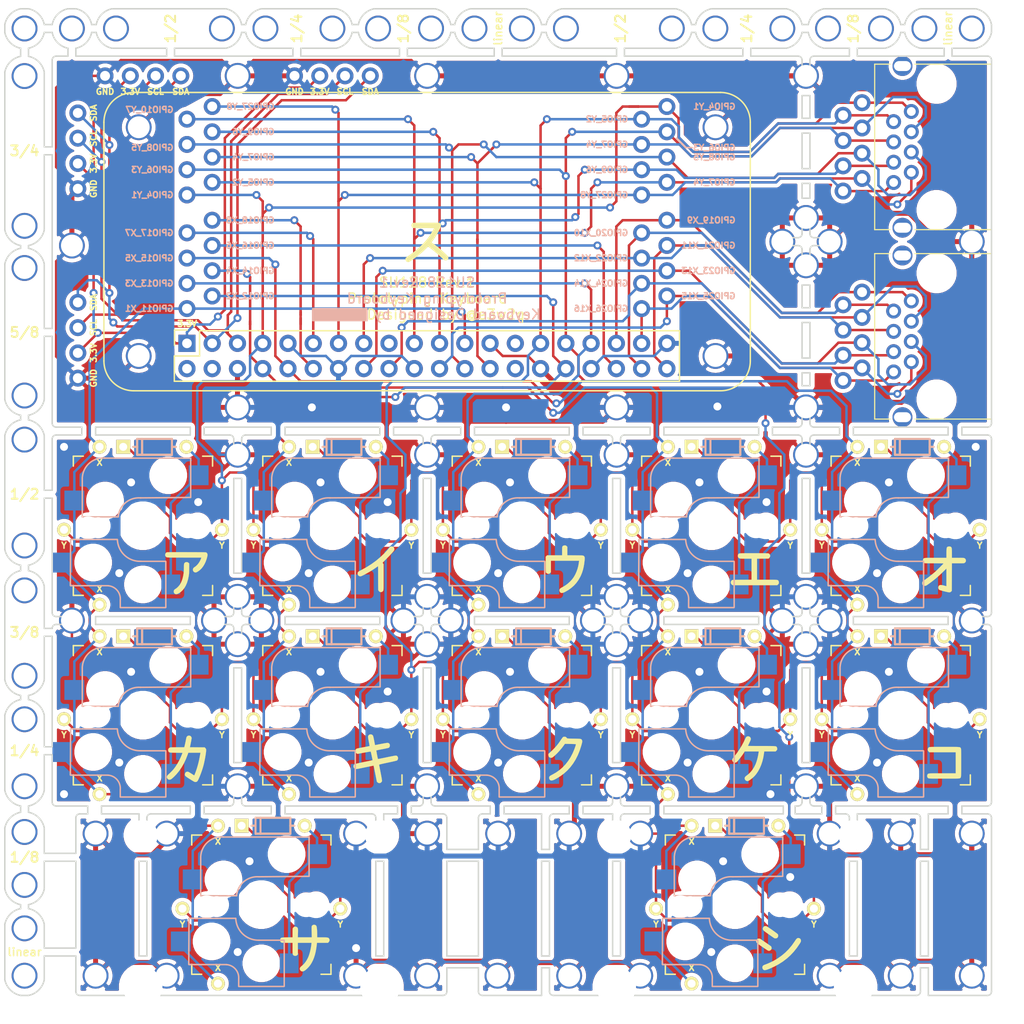
<source format=kicad_pcb>
(kicad_pcb (version 20171130) (host pcbnew "(5.0.2)-1")
  (title_block (title SU128))
  (layers (0 F.Cu signal) (31 B.Cu signal) (34 B.Paste user) (35 F.Paste user) (36 B.SilkS user) (37 F.SilkS user) (38 B.Mask user hide) (39 F.Mask user hide) (44 Edge.Cuts user))
  (net 0 "")
  (net 1 "Net-(D1-Pad2)")
  (net 2 "Net-(D2-Pad2)")
  (net 3 "Net-(D3-Pad2)")
  (net 4 "Net-(D4-Pad2)")
  (net 5 "Net-(D10-Pad2)")
  (net 6 GND)
  (net 7 +5V)
  (net 8 "Net-(D5-Pad2)")
  (net 9 "Net-(D6-Pad2)")
  (net 10 "Net-(D7-Pad2)")
  (net 11 "Net-(D8-Pad2)")
  (net 12 "Net-(D9-Pad2)")
  (net 13 "Net-(R1-Pad17)")
  (net 14 "Net-(R1-Pad27)")
  (net 15 "Net-(R1-Pad4)")
  (net 16 "Net-(R1-Pad28)")
  (net 17 "Net-(D11-Pad2)")
  (net 18 "Net-(D12-Pad2)")
  (net 19 Y1)
  (net 20 Y2)
  (net 21 Y3)
  (net 22 X1)
  (net 23 X2)
  (net 24 X3)
  (net 25 X4)
  (net 26 X5)
  (net 27 Y8)
  (net 28 Y7)
  (net 29 Y6)
  (net 30 Y5)
  (net 31 Y4)
  (net 32 X16)
  (net 33 X15)
  (net 34 X14)
  (net 35 X9)
  (net 36 X10)
  (net 37 X11)
  (net 38 X12)
  (net 39 X13)
  (net 40 X8)
  (net 41 X7)
  (net 42 X6)
  (net 43 +3V3)
  (net 44 SCL)
  (net 45 SDA)
  (module "#footprint:diode" (layer F.Cu) (at 49.609375 96.8375)
    (fp_text reference D1)
    (fp_text value D hide)
    (pad 2 thru_hole circle (at 6.35 0) (size 1.4 1.4) (drill 0.8) (layers *.Cu *.Mask F.SilkS) (net 1 "Net-(D1-Pad2)"))
    (pad 1 thru_hole rect (at 0 0) (size 1.4 1.4) (drill 0.8) (layers *.Cu *.Mask F.SilkS) (net 19 Y1))
  )
  (module "#footprint:diode" (layer F.Cu) (at 68.659375 96.8375)
    (fp_text reference D2)
    (fp_text value D hide)
    (pad 2 thru_hole circle (at 6.35 0) (size 1.4 1.4) (drill 0.8) (layers *.Cu *.Mask F.SilkS) (net 2 "Net-(D2-Pad2)"))
    (pad 1 thru_hole rect (at 0 0) (size 1.4 1.4) (drill 0.8) (layers *.Cu *.Mask F.SilkS) (net 19 Y1))
  )
  (module "#footprint:diode" (layer F.Cu) (at 87.709375 96.8375)
    (fp_text reference D3)
    (fp_text value D hide)
    (pad 2 thru_hole circle (at 6.35 0) (size 1.4 1.4) (drill 0.8) (layers *.Cu *.Mask F.SilkS) (net 3 "Net-(D3-Pad2)"))
    (pad 1 thru_hole rect (at 0 0) (size 1.4 1.4) (drill 0.8) (layers *.Cu *.Mask F.SilkS) (net 19 Y1))
  )
  (module "#footprint:diode" (layer F.Cu) (at 106.759375 96.8375)
    (fp_text reference D4)
    (fp_text value D hide)
    (pad 2 thru_hole circle (at 6.35 0) (size 1.4 1.4) (drill 0.8) (layers *.Cu *.Mask F.SilkS) (net 4 "Net-(D4-Pad2)"))
    (pad 1 thru_hole rect (at 0 0) (size 1.4 1.4) (drill 0.8) (layers *.Cu *.Mask F.SilkS) (net 19 Y1))
  )
  (module "#footprint:diode" (layer F.Cu) (at 125.809375 96.8375)
    (fp_text reference D5)
    (fp_text value D hide)
    (pad 2 thru_hole circle (at 6.35 0) (size 1.4 1.4) (drill 0.8) (layers *.Cu *.Mask F.SilkS) (net 8 "Net-(D5-Pad2)"))
    (pad 1 thru_hole rect (at 0 0) (size 1.4 1.4) (drill 0.8) (layers *.Cu *.Mask F.SilkS) (net 19 Y1))
  )
  (module "#footprint:diode" (layer F.Cu) (at 49.609375 115.8875)
    (fp_text reference D6)
    (fp_text value D hide)
    (pad 2 thru_hole circle (at 6.35 0) (size 1.4 1.4) (drill 0.8) (layers *.Cu *.Mask F.SilkS) (net 9 "Net-(D6-Pad2)"))
    (pad 1 thru_hole rect (at 0 0) (size 1.4 1.4) (drill 0.8) (layers *.Cu *.Mask F.SilkS) (net 20 Y2))
  )
  (module "#footprint:diode" (layer F.Cu) (at 68.659375 115.8875)
    (fp_text reference D7)
    (fp_text value D hide)
    (pad 2 thru_hole circle (at 6.35 0) (size 1.4 1.4) (drill 0.8) (layers *.Cu *.Mask F.SilkS) (net 10 "Net-(D7-Pad2)"))
    (pad 1 thru_hole rect (at 0 0) (size 1.4 1.4) (drill 0.8) (layers *.Cu *.Mask F.SilkS) (net 20 Y2))
  )
  (module "#footprint:diode" (layer F.Cu) (at 87.709375 115.8875)
    (fp_text reference D8)
    (fp_text value D hide)
    (pad 2 thru_hole circle (at 6.35 0) (size 1.4 1.4) (drill 0.8) (layers *.Cu *.Mask F.SilkS) (net 11 "Net-(D8-Pad2)"))
    (pad 1 thru_hole rect (at 0 0) (size 1.4 1.4) (drill 0.8) (layers *.Cu *.Mask F.SilkS) (net 20 Y2))
  )
  (module "#footprint:diode" (layer F.Cu) (at 106.759375 115.8875)
    (fp_text reference D9)
    (fp_text value D hide)
    (pad 2 thru_hole circle (at 6.35 0) (size 1.4 1.4) (drill 0.8) (layers *.Cu *.Mask F.SilkS) (net 12 "Net-(D9-Pad2)"))
    (pad 1 thru_hole rect (at 0 0) (size 1.4 1.4) (drill 0.8) (layers *.Cu *.Mask F.SilkS) (net 20 Y2))
  )
  (module "#footprint:diode" (layer F.Cu) (at 125.809375 115.8875)
    (fp_text reference D10)
    (fp_text value D hide)
    (pad 2 thru_hole circle (at 6.35 0) (size 1.4 1.4) (drill 0.8) (layers *.Cu *.Mask F.SilkS) (net 5 "Net-(D10-Pad2)"))
    (pad 1 thru_hole rect (at 0 0) (size 1.4 1.4) (drill 0.8) (layers *.Cu *.Mask F.SilkS) (net 20 Y2))
  )
  (module "#footprint:diode" (layer F.Cu) (at 61.515625 134.9375)
    (fp_text reference D11)
    (fp_text value D hide)
    (pad 2 thru_hole circle (at 6.35 0) (size 1.4 1.4) (drill 0.8) (layers *.Cu *.Mask F.SilkS) (net 17 "Net-(D11-Pad2)"))
    (pad 1 thru_hole rect (at 0 0) (size 1.4 1.4) (drill 0.8) (layers *.Cu *.Mask F.SilkS) (net 21 Y3))
  )
  (module "#footprint:diode" (layer F.Cu) (at 109.140625 134.9375)
    (fp_text reference D12)
    (fp_text value D hide)
    (pad 2 thru_hole circle (at 6.35 0) (size 1.4 1.4) (drill 0.8) (layers *.Cu *.Mask F.SilkS) (net 18 "Net-(D12-Pad2)"))
    (pad 1 thru_hole rect (at 0 0) (size 1.4 1.4) (drill 0.8) (layers *.Cu *.Mask F.SilkS) (net 21 Y3))
  )
  (module "#footprint:RPi_Pin_Header_Straight_2x20" (layer F.Cu) (at 80.16875 76.2)
    (fp_text reference R1 hide)
    (fp_text value RPi_GPIO hide)
    (fp_text user 3.3V (at -24.13 8.255) (layer F.SilkS) (effects (font (size 0.6 0.6))))
    (pad 40 thru_hole oval (at 24.11 12.77 270) (size 1.7272 1.7272) (drill 0.97) (layers *.Cu *.Mask) (net 37 X11))
    (pad 39 thru_hole oval (at 24.11 10.23 270) (size 1.7272 1.7272) (drill 0.97) (layers *.Cu *.Mask) (net 6 GND))
    (pad 38 thru_hole oval (at 21.57 12.77 270) (size 1.7272 1.7272) (drill 0.97) (layers *.Cu *.Mask) (net 36 X10))
    (pad 37 thru_hole oval (at 21.57 10.23 270) (size 1.7272 1.7272) (drill 0.97) (layers *.Cu *.Mask) (net 32 X16))
    (pad 36 thru_hole oval (at 19.03 12.77 270) (size 1.7272 1.7272) (drill 0.97) (layers *.Cu *.Mask) (net 42 X6))
    (pad 35 thru_hole oval (at 19.03 10.23 270) (size 1.7272 1.7272) (drill 0.97) (layers *.Cu *.Mask) (net 35 X9))
    (pad 34 thru_hole oval (at 16.49 12.77 270) (size 1.7272 1.7272) (drill 0.97) (layers *.Cu *.Mask) (net 6 GND))
    (pad 33 thru_hole oval (at 16.49 10.23 270) (size 1.7272 1.7272) (drill 0.97) (layers *.Cu *.Mask) (net 24 X3))
    (pad 32 thru_hole oval (at 13.95 12.77 270) (size 1.7272 1.7272) (drill 0.97) (layers *.Cu *.Mask) (net 23 X2))
    (pad 31 thru_hole oval (at 13.95 10.23 270) (size 1.7272 1.7272) (drill 0.97) (layers *.Cu *.Mask) (net 21 Y3))
    (pad 30 thru_hole oval (at 11.41 12.77 270) (size 1.7272 1.7272) (drill 0.97) (layers *.Cu *.Mask) (net 6 GND))
    (pad 29 thru_hole oval (at 11.41 10.23 270) (size 1.7272 1.7272) (drill 0.97) (layers *.Cu *.Mask) (net 20 Y2))
    (pad 28 thru_hole oval (at 8.87 12.77 270) (size 1.7272 1.7272) (drill 0.97) (layers *.Cu *.Mask) (net 16 "Net-(R1-Pad28)"))
    (pad 27 thru_hole oval (at 8.87 10.23 270) (size 1.7272 1.7272) (drill 0.97) (layers *.Cu *.Mask) (net 14 "Net-(R1-Pad27)"))
    (pad 26 thru_hole oval (at 6.33 12.77 270) (size 1.7272 1.7272) (drill 0.97) (layers *.Cu *.Mask) (net 31 Y4))
    (pad 25 thru_hole oval (at 6.33 10.23 270) (size 1.7272 1.7272) (drill 0.97) (layers *.Cu *.Mask) (net 6 GND))
    (pad 24 thru_hole oval (at 3.79 12.77 270) (size 1.7272 1.7272) (drill 0.97) (layers *.Cu *.Mask) (net 30 Y5))
    (pad 23 thru_hole oval (at 3.79 10.23 270) (size 1.7272 1.7272) (drill 0.97) (layers *.Cu *.Mask) (net 22 X1))
    (pad 22 thru_hole oval (at 1.25 12.77 270) (size 1.7272 1.7272) (drill 0.97) (layers *.Cu *.Mask) (net 33 X15))
    (pad 21 thru_hole oval (at 1.25 10.23 270) (size 1.7272 1.7272) (drill 0.97) (layers *.Cu *.Mask) (net 29 Y6))
    (pad 20 thru_hole oval (at -1.29 12.77 270) (size 1.7272 1.7272) (drill 0.97) (layers *.Cu *.Mask) (net 6 GND))
    (pad 19 thru_hole oval (at -1.29 10.23 270) (size 1.7272 1.7272) (drill 0.97) (layers *.Cu *.Mask) (net 28 Y7))
    (pad 18 thru_hole oval (at -3.83 12.77 270) (size 1.7272 1.7272) (drill 0.97) (layers *.Cu *.Mask) (net 34 X14))
    (pad 17 thru_hole oval (at -3.83 10.23 270) (size 1.7272 1.7272) (drill 0.97) (layers *.Cu *.Mask) (net 13 "Net-(R1-Pad17)"))
    (pad 16 thru_hole oval (at -6.37 12.77 270) (size 1.7272 1.7272) (drill 0.97) (layers *.Cu *.Mask) (net 39 X13))
    (pad 15 thru_hole oval (at -6.37 10.23 270) (size 1.7272 1.7272) (drill 0.97) (layers *.Cu *.Mask) (net 38 X12))
    (pad 14 thru_hole oval (at -8.91 12.77 270) (size 1.7272 1.7272) (drill 0.97) (layers *.Cu *.Mask) (net 6 GND))
    (pad 13 thru_hole oval (at -8.91 10.23 270) (size 1.7272 1.7272) (drill 0.97) (layers *.Cu *.Mask) (net 27 Y8))
    (pad 12 thru_hole oval (at -11.45 12.77 270) (size 1.7272 1.7272) (drill 0.97) (layers *.Cu *.Mask) (net 40 X8))
    (pad 11 thru_hole oval (at -11.45 10.23 270) (size 1.7272 1.7272) (drill 0.97) (layers *.Cu *.Mask) (net 41 X7))
    (pad 10 thru_hole oval (at -13.99 12.77 270) (size 1.7272 1.7272) (drill 0.97) (layers *.Cu *.Mask) (net 26 X5))
    (pad 9 thru_hole oval (at -13.99 10.23 270) (size 1.7272 1.7272) (drill 0.97) (layers *.Cu *.Mask) (net 6 GND))
    (pad 8 thru_hole oval (at -16.53 12.77 270) (size 1.7272 1.7272) (drill 0.97) (layers *.Cu *.Mask) (net 25 X4))
    (pad 7 thru_hole oval (at -16.53 10.23 270) (size 1.7272 1.7272) (drill 0.97) (layers *.Cu *.Mask) (net 19 Y1))
    (pad 6 thru_hole oval (at -19.07 12.77 270) (size 1.7272 1.7272) (drill 0.97) (layers *.Cu *.Mask) (net 6 GND))
    (pad 5 thru_hole oval (at -19.07 10.23 270) (size 1.7272 1.7272) (drill 0.97) (layers *.Cu *.Mask) (net 44 SCL))
    (pad 4 thru_hole oval (at -21.61 12.77 270) (size 1.7272 1.7272) (drill 0.97) (layers *.Cu *.Mask) (net 15 "Net-(R1-Pad4)"))
    (pad 3 thru_hole oval (at -21.61 10.23 270) (size 1.7272 1.7272) (drill 0.97) (layers *.Cu *.Mask) (net 45 SDA))
    (pad 2 thru_hole oval (at -24.15 12.77 270) (size 1.7272 1.7272) (drill 0.97) (layers *.Cu *.Mask) (net 7 +5V))
    (pad 1 thru_hole rect (at -24.15 10.23 270) (size 1.7272 1.7272) (drill 0.97) (layers *.Cu *.Mask) (net 43 +3V3))
    (pad 6 thru_hole circle (at 29 11.5) (size 2.6 2.6) (drill 2.2) (layers *.Cu *.Mask) (net 6 GND))
    (pad 6 thru_hole circle (at 29 -11.5) (size 2.6 2.6) (drill 2.2) (layers *.Cu *.Mask) (net 6 GND))
    (pad 6 thru_hole circle (at -29 -11.5) (size 2.6 2.6) (drill 2.2) (layers *.Cu *.Mask) (net 6 GND))
    (pad 6 thru_hole circle (at -29 11.5) (size 2.6 2.6) (drill 2.2) (layers *.Cu *.Mask) (net 6 GND))
  )
  (module "#footprint:PinHeader_1x04_P2.54mm_Vertical" (layer F.Cu) (at 45.045426 67.072044 180)
    (fp_text reference J8)
    (fp_text value Conn_01x04)
    (fp_text user SDA (at -1.5875 3.81 90) (layer F.SilkS) (effects (font (size 0.6 0.6))))
    (fp_text user SCL (at -1.5875 1.27 90) (layer F.SilkS) (effects (font (size 0.6 0.6))))
    (fp_text user 3.3V (at -1.5875 -1.27 90) (layer F.SilkS) (effects (font (size 0.6 0.6))))
    (fp_text user GND (at -1.5875 -3.81 90) (layer F.SilkS) (effects (font (size 0.6 0.6))))
    (pad 4 thru_hole oval (at 0 3.81 180) (size 1.7 1.7) (drill 1) (layers *.Cu *.Mask) (net 45 SDA))
    (pad 3 thru_hole oval (at 0 1.27 180) (size 1.7 1.7) (drill 1) (layers *.Cu *.Mask) (net 44 SCL))
    (pad 2 thru_hole oval (at 0 -1.27 180) (size 1.7 1.7) (drill 1) (layers *.Cu *.Mask) (net 43 +3V3))
    (pad 1 thru_hole circle (at 0 -3.81 180) (size 1.7 1.7) (drill 1) (layers *.Cu *.Mask) (net 6 GND))
  )
  (module "#footprint:PinHeader_1x04_P2.54mm_Vertical" (layer F.Cu) (at 45.045426 86.122092 180)
    (fp_text reference J7)
    (fp_text value Conn_01x04)
    (fp_text user SDA (at -1.5875 3.81 90) (layer F.SilkS) (effects (font (size 0.6 0.6))))
    (fp_text user SCL (at -1.5875 1.27 90) (layer F.SilkS) (effects (font (size 0.6 0.6))))
    (fp_text user 3.3V (at -1.5875 -1.27 90) (layer F.SilkS) (effects (font (size 0.6 0.6))))
    (fp_text user GND (at -1.5875 -3.81 90) (layer F.SilkS) (effects (font (size 0.6 0.6))))
    (pad 4 thru_hole oval (at 0 3.81 180) (size 1.7 1.7) (drill 1) (layers *.Cu *.Mask) (net 45 SDA))
    (pad 3 thru_hole oval (at 0 1.27 180) (size 1.7 1.7) (drill 1) (layers *.Cu *.Mask) (net 44 SCL))
    (pad 2 thru_hole oval (at 0 -1.27 180) (size 1.7 1.7) (drill 1) (layers *.Cu *.Mask) (net 43 +3V3))
    (pad 1 thru_hole circle (at 0 -3.81 180) (size 1.7 1.7) (drill 1) (layers *.Cu *.Mask) (net 6 GND))
  )
  (module "#footprint:PinHeader_1x04_P2.54mm_Vertical" (layer F.Cu) (at 51.59388 59.5314 90)
    (fp_text reference J9)
    (fp_text value Conn_01x04)
    (fp_text user SDA (at -1.5875 3.81) (layer F.SilkS) (effects (font (size 0.6 0.6))))
    (fp_text user SCL (at -1.5875 1.27) (layer F.SilkS) (effects (font (size 0.6 0.6))))
    (fp_text user 3.3V (at -1.5875 -1.27) (layer F.SilkS) (effects (font (size 0.6 0.6))))
    (fp_text user GND (at -1.5875 -3.81) (layer F.SilkS) (effects (font (size 0.6 0.6))))
    (pad 4 thru_hole oval (at 0 3.81 90) (size 1.7 1.7) (drill 1) (layers *.Cu *.Mask) (net 45 SDA))
    (pad 3 thru_hole oval (at 0 1.27 90) (size 1.7 1.7) (drill 1) (layers *.Cu *.Mask) (net 44 SCL))
    (pad 2 thru_hole oval (at 0 -1.27 90) (size 1.7 1.7) (drill 1) (layers *.Cu *.Mask) (net 43 +3V3))
    (pad 1 thru_hole circle (at 0 -3.81 90) (size 1.7 1.7) (drill 1) (layers *.Cu *.Mask) (net 6 GND))
  )
  (module "#footprint:PinHeader_1x04_P2.54mm_Vertical" (layer F.Cu) (at 70.643928 59.5314 90)
    (fp_text reference J10)
    (fp_text value Conn_01x04)
    (fp_text user SDA (at -1.5875 3.81) (layer F.SilkS) (effects (font (size 0.6 0.6))))
    (fp_text user SCL (at -1.5875 1.27) (layer F.SilkS) (effects (font (size 0.6 0.6))))
    (fp_text user 3.3V (at -1.5875 -1.27) (layer F.SilkS) (effects (font (size 0.6 0.6))))
    (fp_text user GND (at -1.5875 -3.81) (layer F.SilkS) (effects (font (size 0.6 0.6))))
    (pad 4 thru_hole oval (at 0 3.81 90) (size 1.7 1.7) (drill 1) (layers *.Cu *.Mask) (net 45 SDA))
    (pad 3 thru_hole oval (at 0 1.27 90) (size 1.7 1.7) (drill 1) (layers *.Cu *.Mask) (net 44 SCL))
    (pad 2 thru_hole oval (at 0 -1.27 90) (size 1.7 1.7) (drill 1) (layers *.Cu *.Mask) (net 43 +3V3))
    (pad 1 thru_hole circle (at 0 -3.81 90) (size 1.7 1.7) (drill 1) (layers *.Cu *.Mask) (net 6 GND))
  )
  (module "#footprint:M2" (layer F.Cu) (at 44.45 54.76875)
    (fp_text reference "" hide)
    (fp_text value "" hide)
    (pad "" np_thru_hole circle (at 0 0) (size 2.6 2.6) (drill 2.2) (layers *.Cu *.Mask))
  )
  (module "#footprint:M2" (layer F.Cu) (at 84.93125 54.76875 90)
    (fp_text reference "" hide)
    (fp_text value "" hide)
    (pad "" np_thru_hole circle (at 0 0 90) (size 2.6 2.6) (drill 2.2) (layers *.Cu *.Mask))
  )
  (module "#footprint:M2" (layer F.Cu) (at 75.240988 54.76875 90)
    (fp_text reference "" hide)
    (fp_text value "" hide)
    (pad "" np_thru_hole circle (at 0 0 90) (size 2.6 2.6) (drill 2.2) (layers *.Cu *.Mask))
  )
  (module "#footprint:M2" (layer F.Cu) (at 80.565625 54.76875 90)
    (fp_text reference "" hide)
    (fp_text value "" hide)
    (pad "" np_thru_hole circle (at 0 0 90) (size 2.6 2.6) (drill 2.2) (layers *.Cu *.Mask))
  )
  (module "#footprint:M2" (layer F.Cu) (at 70.64375 54.76875 90)
    (fp_text reference "" hide)
    (fp_text value "" hide)
    (pad "" np_thru_hole circle (at 0 0 90) (size 2.6 2.6) (drill 2.2) (layers *.Cu *.Mask))
  )
  (module "#footprint:M2" (layer F.Cu) (at 89.69375 54.76875 90)
    (fp_text reference "" hide)
    (fp_text value "" hide)
    (pad "" np_thru_hole circle (at 0 0 90) (size 2.6 2.6) (drill 2.2) (layers *.Cu *.Mask))
  )
  (module "#footprint:M2" (layer F.Cu) (at 63.908558 54.76875 90)
    (fp_text reference "" hide)
    (fp_text value "" hide)
    (pad "" np_thru_hole circle (at 0 0 90) (size 2.6 2.6) (drill 2.2) (layers *.Cu *.Mask))
  )
  (module "#footprint:M2" (layer F.Cu) (at 48.881976 54.76875 90)
    (fp_text reference "" hide)
    (fp_text value "" hide)
    (pad "" np_thru_hole circle (at 0 0 90) (size 2.6 2.6) (drill 2.2) (layers *.Cu *.Mask))
  )
  (module "#footprint:M2" (layer F.Cu) (at 59.53125 54.76875 90)
    (fp_text reference "" hide)
    (fp_text value "" hide)
    (pad "" np_thru_hole circle (at 0 0 90) (size 2.6 2.6) (drill 2.2) (layers *.Cu *.Mask))
  )
  (module "#footprint:M2" (layer F.Cu) (at 94.125726 54.76875 90)
    (fp_text reference "" hide)
    (fp_text value "" hide)
    (pad "" np_thru_hole circle (at 0 0 90) (size 2.6 2.6) (drill 2.2) (layers *.Cu *.Mask))
  )
  (module "#footprint:M2" (layer F.Cu) (at 104.775 54.76875 90)
    (fp_text reference "" hide)
    (fp_text value "" hide)
    (pad "" np_thru_hole circle (at 0 0 90) (size 2.6 2.6) (drill 2.2) (layers *.Cu *.Mask))
  )
  (module "#footprint:M2" (layer F.Cu) (at 115.8875 54.76875 90)
    (fp_text reference "" hide)
    (fp_text value "" hide)
    (pad "" np_thru_hole circle (at 0 0 90) (size 2.6 2.6) (drill 2.2) (layers *.Cu *.Mask))
  )
  (module "#footprint:M2" (layer F.Cu) (at 125.809375 54.76875 90)
    (fp_text reference "" hide)
    (fp_text value "" hide)
    (pad "" np_thru_hole circle (at 0 0 90) (size 2.6 2.6) (drill 2.2) (layers *.Cu *.Mask))
  )
  (module "#footprint:M2" (layer F.Cu) (at 120.484738 54.76875 90)
    (fp_text reference "" hide)
    (fp_text value "" hide)
    (pad "" np_thru_hole circle (at 0 0 90) (size 2.6 2.6) (drill 2.2) (layers *.Cu *.Mask))
  )
  (module "#footprint:M2" (layer F.Cu) (at 130.175 54.76875 90)
    (fp_text reference "" hide)
    (fp_text value "" hide)
    (pad "" np_thru_hole circle (at 0 0 90) (size 2.6 2.6) (drill 2.2) (layers *.Cu *.Mask))
  )
  (module "#footprint:M2" (layer F.Cu) (at 134.9375 54.76875 90)
    (fp_text reference "" hide)
    (fp_text value "" hide)
    (pad "" np_thru_hole circle (at 0 0 90) (size 2.6 2.6) (drill 2.2) (layers *.Cu *.Mask))
  )
  (module "#footprint:M2" (layer F.Cu) (at 109.152308 54.76875 90)
    (fp_text reference "" hide)
    (fp_text value "" hide)
    (pad "" np_thru_hole circle (at 0 0 90) (size 2.6 2.6) (drill 2.2) (layers *.Cu *.Mask))
  )
  (module "#footprint:M2" (layer F.Cu) (at 39.6875 54.76875)
    (fp_text reference "" hide)
    (fp_text value "" hide)
    (pad "" np_thru_hole circle (at 0 0) (size 2.6 2.6) (drill 2.2) (layers *.Cu *.Mask))
  )
  (module "#footprint:M2" (layer F.Cu) (at 39.6875 59.552153 180)
    (fp_text reference "" hide)
    (fp_text value "" hide)
    (pad "" np_thru_hole circle (at 0 0 180) (size 2.6 2.6) (drill 2.2) (layers *.Cu *.Mask))
  )
  (module "#footprint:M2" (layer F.Cu) (at 39.6875 74.6125)
    (fp_text reference "" hide)
    (fp_text value "" hide)
    (pad "" np_thru_hole circle (at 0 0) (size 2.6 2.6) (drill 2.2) (layers *.Cu *.Mask))
  )
  (module "#footprint:M2" (layer F.Cu) (at 39.6875 78.854701)
    (fp_text reference "" hide)
    (fp_text value "" hide)
    (pad "" np_thru_hole circle (at 0 0) (size 2.6 2.6) (drill 2.2) (layers *.Cu *.Mask))
  )
  (module "#footprint:M2" (layer F.Cu) (at 39.6875 91.678125)
    (fp_text reference "" hide)
    (fp_text value "" hide)
    (pad "" np_thru_hole circle (at 0 0) (size 2.6 2.6) (drill 2.2) (layers *.Cu *.Mask))
  )
  (module "#footprint:M2" (layer F.Cu) (at 39.6875 96.110101)
    (fp_text reference "" hide)
    (fp_text value "" hide)
    (pad "" np_thru_hole circle (at 0 0) (size 2.6 2.6) (drill 2.2) (layers *.Cu *.Mask))
  )
  (module "#footprint:M2" (layer F.Cu) (at 39.6875 106.759375)
    (fp_text reference "" hide)
    (fp_text value "" hide)
    (pad "" np_thru_hole circle (at 0 0) (size 2.6 2.6) (drill 2.2) (layers *.Cu *.Mask))
  )
  (module "#footprint:M2" (layer F.Cu) (at 39.6875 111.270531)
    (fp_text reference "" hide)
    (fp_text value "" hide)
    (pad "" np_thru_hole circle (at 0 0) (size 2.6 2.6) (drill 2.2) (layers *.Cu *.Mask))
  )
  (module "#footprint:M2" (layer F.Cu) (at 39.6875 119.85625)
    (fp_text reference "" hide)
    (fp_text value "" hide)
    (pad "" np_thru_hole circle (at 0 0) (size 2.6 2.6) (drill 2.2) (layers *.Cu *.Mask))
  )
  (module "#footprint:M2" (layer F.Cu) (at 39.6875 124.233558)
    (fp_text reference "" hide)
    (fp_text value "" hide)
    (pad "" np_thru_hole circle (at 0 0) (size 2.6 2.6) (drill 2.2) (layers *.Cu *.Mask))
  )
  (module "#footprint:M2" (layer F.Cu) (at 39.6875 130.96875)
    (fp_text reference "" hide)
    (fp_text value "" hide)
    (pad "" np_thru_hole circle (at 0 0) (size 2.6 2.6) (drill 2.2) (layers *.Cu *.Mask))
  )
  (module "#footprint:M2" (layer F.Cu) (at 39.6875 135.565988)
    (fp_text reference "" hide)
    (fp_text value "" hide)
    (pad "" np_thru_hole circle (at 0 0) (size 2.6 2.6) (drill 2.2) (layers *.Cu *.Mask))
  )
  (module "#footprint:M2" (layer F.Cu) (at 39.6875 140.890625)
    (fp_text reference "" hide)
    (fp_text value "" hide)
    (pad "" np_thru_hole circle (at 0 0) (size 2.6 2.6) (drill 2.2) (layers *.Cu *.Mask))
  )
  (module "#footprint:M2" (layer F.Cu) (at 39.6875 150.01875)
    (fp_text reference "" hide)
    (fp_text value "" hide)
    (pad "" np_thru_hole circle (at 0 0) (size 2.6 2.6) (drill 2.2) (layers *.Cu *.Mask))
  )
  (module "#footprint:1pin_conn" (layer F.Cu) (at 47.228125 96.8375)
    (fp_text reference H1)
    (fp_text value MountingHole_Pad hide)
    (pad 1 thru_hole circle (at 0 0) (size 1.397 1.397) (drill 0.8128) (layers *.Cu *.Mask F.SilkS) (net 22 X1))
  )
  (module "#footprint:1pin_conn" (layer F.Cu) (at 47.228125 112.7125)
    (fp_text reference H6)
    (fp_text value MountingHole_Pad hide)
    (pad 1 thru_hole circle (at 0 0) (size 1.397 1.397) (drill 0.8128) (layers *.Cu *.Mask F.SilkS) (net 22 X1))
  )
  (module "#footprint:1pin_conn" (layer F.Cu) (at 66.278125 112.7125)
    (fp_text reference H7)
    (fp_text value MountingHole_Pad hide)
    (pad 1 thru_hole circle (at 0 0) (size 1.397 1.397) (drill 0.8128) (layers *.Cu *.Mask F.SilkS) (net 23 X2))
  )
  (module "#footprint:1pin_conn" (layer F.Cu) (at 43.65625 105.171875)
    (fp_text reference H11)
    (fp_text value MountingHole_Pad hide)
    (pad 1 thru_hole circle (at 0 0) (size 1.397 1.397) (drill 0.8128) (layers *.Cu *.Mask F.SilkS) (net 19 Y1))
  )
  (module "#footprint:1pin_conn" (layer F.Cu) (at 59.53125 105.171875)
    (fp_text reference H12)
    (fp_text value MountingHole_Pad hide)
    (pad 1 thru_hole circle (at 0 0) (size 1.397 1.397) (drill 0.8128) (layers *.Cu *.Mask F.SilkS) (net 19 Y1))
  )
  (module "#footprint:1pin_conn" (layer F.Cu) (at 100.80625 105.171875)
    (fp_text reference H17)
    (fp_text value MountingHole_Pad hide)
    (pad 1 thru_hole circle (at 0 0) (size 1.397 1.397) (drill 0.8128) (layers *.Cu *.Mask F.SilkS) (net 19 Y1))
  )
  (module "#footprint:1pin_conn" (layer F.Cu) (at 119.85625 105.171875)
    (fp_text reference H19)
    (fp_text value MountingHole_Pad hide)
    (pad 1 thru_hole circle (at 0 0) (size 1.397 1.397) (drill 0.8128) (layers *.Cu *.Mask F.SilkS) (net 19 Y1))
  )
  (module "#footprint:1pin_conn" (layer F.Cu) (at 47.228125 115.8875)
    (fp_text reference H21)
    (fp_text value MountingHole_Pad hide)
    (pad 1 thru_hole circle (at 0 0) (size 1.397 1.397) (drill 0.8128) (layers *.Cu *.Mask F.SilkS) (net 22 X1))
  )
  (module "#footprint:1pin_conn" (layer F.Cu) (at 47.228125 131.7625)
    (fp_text reference H26)
    (fp_text value MountingHole_Pad hide)
    (pad 1 thru_hole circle (at 0 0) (size 1.397 1.397) (drill 0.8128) (layers *.Cu *.Mask F.SilkS) (net 22 X1))
  )
  (module "#footprint:1pin_conn" (layer F.Cu) (at 43.65625 124.221875)
    (fp_text reference H31)
    (fp_text value MountingHole_Pad hide)
    (pad 1 thru_hole circle (at 0 0) (size 1.397 1.397) (drill 0.8128) (layers *.Cu *.Mask F.SilkS) (net 20 Y2))
  )
  (module "#footprint:1pin_conn" (layer F.Cu) (at 59.53125 124.221875)
    (fp_text reference H32)
    (fp_text value MountingHole_Pad hide)
    (pad 1 thru_hole circle (at 0 0) (size 1.397 1.397) (drill 0.8128) (layers *.Cu *.Mask F.SilkS) (net 20 Y2))
  )
  (module "#footprint:1pin_conn" (layer F.Cu) (at 97.63125 124.221875)
    (fp_text reference H36)
    (fp_text value MountingHole_Pad hide)
    (pad 1 thru_hole circle (at 0 0) (size 1.397 1.397) (drill 0.8128) (layers *.Cu *.Mask F.SilkS) (net 20 Y2))
  )
  (module "#footprint:1pin_conn" (layer F.Cu) (at 116.68125 124.221875)
    (fp_text reference H38)
    (fp_text value MountingHole_Pad hide)
    (pad 1 thru_hole circle (at 0 0) (size 1.397 1.397) (drill 0.8128) (layers *.Cu *.Mask F.SilkS) (net 20 Y2))
  )
  (module "#footprint:1pin_conn" (layer F.Cu) (at 66.278125 96.8375)
    (fp_text reference H2)
    (fp_text value MountingHole_Pad hide)
    (pad 1 thru_hole circle (at 0 0) (size 1.397 1.397) (drill 0.8128) (layers *.Cu *.Mask F.SilkS) (net 23 X2))
  )
  (module "#footprint:1pin_conn" (layer F.Cu) (at 85.328125 96.8375)
    (fp_text reference H3)
    (fp_text value MountingHole_Pad hide)
    (pad 1 thru_hole circle (at 0 0) (size 1.397 1.397) (drill 0.8128) (layers *.Cu *.Mask F.SilkS) (net 24 X3))
  )
  (module "#footprint:1pin_conn" (layer F.Cu) (at 104.378125 96.8375)
    (fp_text reference H4)
    (fp_text value MountingHole_Pad hide)
    (pad 1 thru_hole circle (at 0 0) (size 1.397 1.397) (drill 0.8128) (layers *.Cu *.Mask F.SilkS) (net 25 X4))
  )
  (module "#footprint:1pin_conn" (layer F.Cu) (at 123.428125 96.8375)
    (fp_text reference H5)
    (fp_text value MountingHole_Pad hide)
    (pad 1 thru_hole circle (at 0 0) (size 1.397 1.397) (drill 0.8128) (layers *.Cu *.Mask F.SilkS) (net 26 X5))
  )
  (module "#footprint:1pin_conn" (layer F.Cu) (at 85.328125 112.7125)
    (fp_text reference H8)
    (fp_text value MountingHole_Pad hide)
    (pad 1 thru_hole circle (at 0 0) (size 1.397 1.397) (drill 0.8128) (layers *.Cu *.Mask F.SilkS) (net 24 X3))
  )
  (module "#footprint:1pin_conn" (layer F.Cu) (at 104.378125 112.7125)
    (fp_text reference H9)
    (fp_text value MountingHole_Pad hide)
    (pad 1 thru_hole circle (at 0 0) (size 1.397 1.397) (drill 0.8128) (layers *.Cu *.Mask F.SilkS) (net 25 X4))
  )
  (module "#footprint:1pin_conn" (layer F.Cu) (at 123.428125 112.7125)
    (fp_text reference H10)
    (fp_text value MountingHole_Pad hide)
    (pad 1 thru_hole circle (at 0 0) (size 1.397 1.397) (drill 0.8128) (layers *.Cu *.Mask F.SilkS) (net 26 X5))
  )
  (module "#footprint:1pin_conn" (layer F.Cu) (at 62.70625 105.171875)
    (fp_text reference H13)
    (fp_text value MountingHole_Pad hide)
    (pad 1 thru_hole circle (at 0 0) (size 1.397 1.397) (drill 0.8128) (layers *.Cu *.Mask F.SilkS) (net 19 Y1))
  )
  (module "#footprint:1pin_conn" (layer F.Cu) (at 78.58125 105.171875)
    (fp_text reference H14)
    (fp_text value MountingHole_Pad hide)
    (pad 1 thru_hole circle (at 0 0) (size 1.397 1.397) (drill 0.8128) (layers *.Cu *.Mask F.SilkS) (net 19 Y1))
  )
  (module "#footprint:1pin_conn" (layer F.Cu) (at 81.75625 105.171875)
    (fp_text reference H15)
    (fp_text value MountingHole_Pad hide)
    (pad 1 thru_hole circle (at 0 0) (size 1.397 1.397) (drill 0.8128) (layers *.Cu *.Mask F.SilkS) (net 19 Y1))
  )
  (module "#footprint:1pin_conn" (layer F.Cu) (at 97.63125 105.171875)
    (fp_text reference H16)
    (fp_text value MountingHole_Pad hide)
    (pad 1 thru_hole circle (at 0 0) (size 1.397 1.397) (drill 0.8128) (layers *.Cu *.Mask F.SilkS) (net 19 Y1))
  )
  (module "#footprint:1pin_conn" (layer F.Cu) (at 116.68125 105.171875)
    (fp_text reference H18)
    (fp_text value MountingHole_Pad hide)
    (pad 1 thru_hole circle (at 0 0) (size 1.397 1.397) (drill 0.8128) (layers *.Cu *.Mask F.SilkS) (net 19 Y1))
  )
  (module "#footprint:1pin_conn" (layer F.Cu) (at 135.73125 105.171875)
    (fp_text reference H20)
    (fp_text value MountingHole_Pad hide)
    (pad 1 thru_hole circle (at 0 0) (size 1.397 1.397) (drill 0.8128) (layers *.Cu *.Mask F.SilkS) (net 19 Y1))
  )
  (module "#footprint:1pin_conn" (layer F.Cu) (at 66.278125 115.8875)
    (fp_text reference H22)
    (fp_text value MountingHole_Pad hide)
    (pad 1 thru_hole circle (at 0 0) (size 1.397 1.397) (drill 0.8128) (layers *.Cu *.Mask F.SilkS) (net 23 X2))
  )
  (module "#footprint:1pin_conn" (layer F.Cu) (at 85.328125 115.8875)
    (fp_text reference H23)
    (fp_text value MountingHole_Pad hide)
    (pad 1 thru_hole circle (at 0 0) (size 1.397 1.397) (drill 0.8128) (layers *.Cu *.Mask F.SilkS) (net 24 X3))
  )
  (module "#footprint:1pin_conn" (layer F.Cu) (at 104.378125 115.8875)
    (fp_text reference H24)
    (fp_text value MountingHole_Pad hide)
    (pad 1 thru_hole circle (at 0 0) (size 1.397 1.397) (drill 0.8128) (layers *.Cu *.Mask F.SilkS) (net 25 X4))
  )
  (module "#footprint:1pin_conn" (layer F.Cu) (at 123.428125 115.8875)
    (fp_text reference H25)
    (fp_text value MountingHole_Pad hide)
    (pad 1 thru_hole circle (at 0 0) (size 1.397 1.397) (drill 0.8128) (layers *.Cu *.Mask F.SilkS) (net 26 X5))
  )
  (module "#footprint:1pin_conn" (layer F.Cu) (at 66.278125 131.7625)
    (fp_text reference H27)
    (fp_text value MountingHole_Pad hide)
    (pad 1 thru_hole circle (at 0 0) (size 1.397 1.397) (drill 0.8128) (layers *.Cu *.Mask F.SilkS) (net 23 X2))
  )
  (module "#footprint:1pin_conn" (layer F.Cu) (at 85.328125 131.7625)
    (fp_text reference H28)
    (fp_text value MountingHole_Pad hide)
    (pad 1 thru_hole circle (at 0 0) (size 1.397 1.397) (drill 0.8128) (layers *.Cu *.Mask F.SilkS) (net 24 X3))
  )
  (module "#footprint:1pin_conn" (layer F.Cu) (at 104.378125 131.7625)
    (fp_text reference H29)
    (fp_text value MountingHole_Pad hide)
    (pad 1 thru_hole circle (at 0 0) (size 1.397 1.397) (drill 0.8128) (layers *.Cu *.Mask F.SilkS) (net 25 X4))
  )
  (module "#footprint:1pin_conn" (layer F.Cu) (at 123.428125 131.7625)
    (fp_text reference H30)
    (fp_text value MountingHole_Pad hide)
    (pad 1 thru_hole circle (at 0 0) (size 1.397 1.397) (drill 0.8128) (layers *.Cu *.Mask F.SilkS) (net 26 X5))
  )
  (module "#footprint:1pin_conn" (layer F.Cu) (at 62.70625 124.221875)
    (fp_text reference H33)
    (fp_text value MountingHole_Pad hide)
    (pad 1 thru_hole circle (at 0 0) (size 1.397 1.397) (drill 0.8128) (layers *.Cu *.Mask F.SilkS) (net 20 Y2))
  )
  (module "#footprint:1pin_conn" (layer F.Cu) (at 78.58125 124.221875)
    (fp_text reference H34)
    (fp_text value MountingHole_Pad hide)
    (pad 1 thru_hole circle (at 0 0) (size 1.397 1.397) (drill 0.8128) (layers *.Cu *.Mask F.SilkS) (net 20 Y2))
  )
  (module "#footprint:1pin_conn" (layer F.Cu) (at 81.75625 124.221875)
    (fp_text reference H35)
    (fp_text value MountingHole_Pad hide)
    (pad 1 thru_hole circle (at 0 0) (size 1.397 1.397) (drill 0.8128) (layers *.Cu *.Mask F.SilkS) (net 20 Y2))
  )
  (module "#footprint:1pin_conn" (layer F.Cu) (at 100.80625 124.221875)
    (fp_text reference H37)
    (fp_text value MountingHole_Pad hide)
    (pad 1 thru_hole circle (at 0 0) (size 1.397 1.397) (drill 0.8128) (layers *.Cu *.Mask F.SilkS) (net 20 Y2))
  )
  (module "#footprint:1pin_conn" (layer F.Cu) (at 119.85625 124.221875)
    (fp_text reference H39)
    (fp_text value MountingHole_Pad hide)
    (pad 1 thru_hole circle (at 0 0) (size 1.397 1.397) (drill 0.8128) (layers *.Cu *.Mask F.SilkS) (net 20 Y2))
  )
  (module "#footprint:1pin_conn" (layer F.Cu) (at 135.73125 124.221875)
    (fp_text reference H40)
    (fp_text value MountingHole_Pad hide)
    (pad 1 thru_hole circle (at 0 0) (size 1.397 1.397) (drill 0.8128) (layers *.Cu *.Mask F.SilkS) (net 20 Y2))
  )
  (module "#footprint:1pin_conn" (layer F.Cu) (at 59.134375 134.9375)
    (fp_text reference H41)
    (fp_text value MountingHole_Pad hide)
    (pad 1 thru_hole circle (at 0 0) (size 1.397 1.397) (drill 0.8128) (layers *.Cu *.Mask F.SilkS) (net 22 X1))
  )
  (module "#footprint:1pin_conn" (layer F.Cu) (at 106.759375 134.9375)
    (fp_text reference H42)
    (fp_text value MountingHole_Pad hide)
    (pad 1 thru_hole circle (at 0 0) (size 1.397 1.397) (drill 0.8128) (layers *.Cu *.Mask F.SilkS) (net 25 X4))
  )
  (module "#footprint:1pin_conn" (layer F.Cu) (at 59.134375 150.8125)
    (fp_text reference H43)
    (fp_text value MountingHole_Pad hide)
    (pad 1 thru_hole circle (at 0 0) (size 1.397 1.397) (drill 0.8128) (layers *.Cu *.Mask F.SilkS) (net 22 X1))
  )
  (module "#footprint:1pin_conn" (layer F.Cu) (at 106.759375 150.8125)
    (fp_text reference H44)
    (fp_text value MountingHole_Pad hide)
    (pad 1 thru_hole circle (at 0 0) (size 1.397 1.397) (drill 0.8128) (layers *.Cu *.Mask F.SilkS) (net 25 X4))
  )
  (module "#footprint:1pin_conn" (layer F.Cu) (at 55.5625 143.271875)
    (fp_text reference H45)
    (fp_text value MountingHole_Pad hide)
    (pad 1 thru_hole circle (at 0 0) (size 1.397 1.397) (drill 0.8128) (layers *.Cu *.Mask F.SilkS) (net 21 Y3))
  )
  (module "#footprint:1pin_conn" (layer F.Cu) (at 71.4375 143.271875)
    (fp_text reference H46)
    (fp_text value MountingHole_Pad hide)
    (pad 1 thru_hole circle (at 0 0) (size 1.397 1.397) (drill 0.8128) (layers *.Cu *.Mask F.SilkS) (net 21 Y3))
  )
  (module "#footprint:1pin_conn" (layer F.Cu) (at 103.1875 143.271875)
    (fp_text reference H47)
    (fp_text value MountingHole_Pad hide)
    (pad 1 thru_hole circle (at 0 0) (size 1.397 1.397) (drill 0.8128) (layers *.Cu *.Mask F.SilkS) (net 21 Y3))
  )
  (module "#footprint:1pin_conn" (layer F.Cu) (at 119.0625 143.271875)
    (fp_text reference H48)
    (fp_text value MountingHole_Pad hide)
    (pad 1 thru_hole circle (at 0 0) (size 1.397 1.397) (drill 0.8128) (layers *.Cu *.Mask F.SilkS) (net 21 Y3))
  )
  (module "#footprint:RJ45_2" (layer F.Cu) (at 128.984375 66.675 270)
    (fp_text reference J1)
    (fp_text value RJ45)
    (pad 8 thru_hole circle (at 4.445 6.985 270) (size 1.7 1.7) (drill 1) (layers *.Cu *.Mask) (net 27 Y8))
    (pad 6 thru_hole circle (at 1.905 6.985 270) (size 1.7 1.7) (drill 1) (layers *.Cu *.Mask) (net 29 Y6))
    (pad 4 thru_hole circle (at -0.635 6.985 270) (size 1.7 1.7) (drill 1) (layers *.Cu *.Mask) (net 31 Y4))
    (pad 2 thru_hole circle (at -3.175 6.985 270) (size 1.7 1.7) (drill 1) (layers *.Cu *.Mask) (net 20 Y2))
    (pad 7 thru_hole circle (at 3.175 5.08 270) (size 1.7 1.7) (drill 1) (layers *.Cu *.Mask) (net 28 Y7))
    (pad 5 thru_hole circle (at 0.635 5.08 270) (size 1.7 1.7) (drill 1) (layers *.Cu *.Mask) (net 30 Y5))
    (pad 3 thru_hole circle (at -1.905 5.08 270) (size 1.7 1.7) (drill 1) (layers *.Cu *.Mask) (net 21 Y3))
    (pad 1 thru_hole circle (at -4.445 5.08 270) (size 1.7 1.7) (drill 1) (layers *.Cu *.Mask) (net 19 Y1))
    (pad SH thru_hole circle (at -8.13 1.015 270) (size 2 2) (drill oval 1 1.7) (layers *.Cu *.Mask))
    (pad SH thru_hole circle (at 8.13 1.015 270) (size 2 2) (drill oval 1 1.7) (layers *.Cu *.Mask))
    (pad "" np_thru_hole circle (at 6.35 -2.415 270) (size 3.25 3.25) (drill 3.25) (layers *.Cu *.Mask))
    (pad "" np_thru_hole circle (at -6.35 -2.415 270) (size 3.25 3.25) (drill 3.25) (layers *.Cu *.Mask))
    (pad 8 thru_hole circle (at 3.58 1.905 270) (size 1.5 1.5) (drill 0.89) (layers *.Cu *.Mask) (net 27 Y8))
    (pad 6 thru_hole circle (at 1.54 1.905 270) (size 1.5 1.5) (drill 0.89) (layers *.Cu *.Mask) (net 29 Y6))
    (pad 4 thru_hole circle (at -0.5 1.905 270) (size 1.5 1.5) (drill 0.89) (layers *.Cu *.Mask) (net 31 Y4))
    (pad 2 thru_hole circle (at -2.54 1.905 270) (size 1.5 1.5) (drill 0.89) (layers *.Cu *.Mask) (net 20 Y2))
    (pad 7 thru_hole circle (at 2.56 0.125 270) (size 1.5 1.5) (drill 0.89) (layers *.Cu *.Mask) (net 28 Y7))
    (pad 5 thru_hole circle (at 0.52 0.125 270) (size 1.5 1.5) (drill 0.89) (layers *.Cu *.Mask) (net 30 Y5))
    (pad 3 thru_hole circle (at -1.52 0.125 270) (size 1.5 1.5) (drill 0.89) (layers *.Cu *.Mask) (net 21 Y3))
    (pad 1 thru_hole circle (at -3.56 0.125 270) (size 1.5 1.5) (drill 0.89) (layers *.Cu *.Mask) (net 19 Y1))
  )
  (module "#footprint:RJ45_2" (layer F.Cu) (at 128.984375 85.725 270)
    (fp_text reference J2)
    (fp_text value RJ45)
    (pad 8 thru_hole circle (at 4.445 6.985 270) (size 1.7 1.7) (drill 1) (layers *.Cu *.Mask) (net 32 X16))
    (pad 6 thru_hole circle (at 1.905 6.985 270) (size 1.7 1.7) (drill 1) (layers *.Cu *.Mask) (net 34 X14))
    (pad 4 thru_hole circle (at -0.635 6.985 270) (size 1.7 1.7) (drill 1) (layers *.Cu *.Mask) (net 38 X12))
    (pad 2 thru_hole circle (at -3.175 6.985 270) (size 1.7 1.7) (drill 1) (layers *.Cu *.Mask) (net 36 X10))
    (pad 7 thru_hole circle (at 3.175 5.08 270) (size 1.7 1.7) (drill 1) (layers *.Cu *.Mask) (net 33 X15))
    (pad 5 thru_hole circle (at 0.635 5.08 270) (size 1.7 1.7) (drill 1) (layers *.Cu *.Mask) (net 39 X13))
    (pad 3 thru_hole circle (at -1.905 5.08 270) (size 1.7 1.7) (drill 1) (layers *.Cu *.Mask) (net 37 X11))
    (pad 1 thru_hole circle (at -4.445 5.08 270) (size 1.7 1.7) (drill 1) (layers *.Cu *.Mask) (net 35 X9))
    (pad SH thru_hole circle (at -8.13 1.015 270) (size 2 2) (drill oval 1 1.7) (layers *.Cu *.Mask))
    (pad SH thru_hole circle (at 8.13 1.015 270) (size 2 2) (drill oval 1 1.7) (layers *.Cu *.Mask))
    (pad "" np_thru_hole circle (at 6.35 -2.415 270) (size 3.25 3.25) (drill 3.25) (layers *.Cu *.Mask))
    (pad "" np_thru_hole circle (at -6.35 -2.415 270) (size 3.25 3.25) (drill 3.25) (layers *.Cu *.Mask))
    (pad 8 thru_hole circle (at 3.58 1.905 270) (size 1.5 1.5) (drill 0.89) (layers *.Cu *.Mask) (net 32 X16))
    (pad 6 thru_hole circle (at 1.54 1.905 270) (size 1.5 1.5) (drill 0.89) (layers *.Cu *.Mask) (net 34 X14))
    (pad 4 thru_hole circle (at -0.5 1.905 270) (size 1.5 1.5) (drill 0.89) (layers *.Cu *.Mask) (net 38 X12))
    (pad 2 thru_hole circle (at -2.54 1.905 270) (size 1.5 1.5) (drill 0.89) (layers *.Cu *.Mask) (net 36 X10))
    (pad 7 thru_hole circle (at 2.56 0.125 270) (size 1.5 1.5) (drill 0.89) (layers *.Cu *.Mask) (net 33 X15))
    (pad 5 thru_hole circle (at 0.52 0.125 270) (size 1.5 1.5) (drill 0.89) (layers *.Cu *.Mask) (net 39 X13))
    (pad 3 thru_hole circle (at -1.52 0.125 270) (size 1.5 1.5) (drill 0.89) (layers *.Cu *.Mask) (net 37 X11))
    (pad 1 thru_hole circle (at -3.56 0.125 270) (size 1.5 1.5) (drill 0.89) (layers *.Cu *.Mask) (net 35 X9))
  )
  (module "#footprint:CherryMX_MidHeight_Choc_Hotswap_2.75U" (layer F.Cu) (at 111.125 142.875)
    (fp_text reference SW12 hide)
    (fp_text value SW_Push hide)
    (pad "" np_thru_hole circle (at -11.938 -6.985) (size 3.048 3.048) (drill 3.048) (layers *.Cu *.Mask))
    (pad "" np_thru_hole circle (at 11.938 -6.985) (size 3.048 3.048) (drill 3.048) (layers *.Cu *.Mask))
    (pad "" np_thru_hole circle (at -11.938 8.255) (size 3.9878 3.9878) (drill 3.9878) (layers *.Cu *.Mask))
    (pad "" np_thru_hole circle (at 11.938 8.255) (size 3.9878 3.9878) (drill 3.9878) (layers *.Cu *.Mask))
    (pad 2 smd rect (at 5.6 -5.08 180) (size 2 2) (layers B.Cu B.Paste B.Mask) (net 18 "Net-(D12-Pad2)"))
    (pad "" np_thru_hole circle (at -3.81 -2.54 180) (size 3 3) (drill 3) (layers *.Cu *.Mask))
    (pad "" np_thru_hole circle (at -5.08 0) (size 1.7 1.7) (drill 1.7) (layers *.Cu *.Mask))
    (pad "" np_thru_hole circle (at 5.08 0) (size 1.7 1.7) (drill 1.7) (layers *.Cu *.Mask))
    (pad "" np_thru_hole circle (at 5.5 0 90) (size 1.9 1.9) (drill 1.9) (layers *.Cu *.Mask))
    (pad "" np_thru_hole circle (at -5.5 0 90) (size 1.9 1.9) (drill 1.9) (layers *.Cu *.Mask))
    (pad "" np_thru_hole circle (at 0 0 90) (size 4.1 4.1) (drill 4.1) (layers *.Cu *.Mask))
    (pad "" np_thru_hole circle (at 2.54 -5.08 180) (size 3 3) (drill 3) (layers *.Cu *.Mask))
    (pad 1 smd rect (at -6.9 -2.54 180) (size 2 2) (layers B.Cu B.Paste B.Mask) (net 25 X4))
    (pad "" np_thru_hole circle (at 0 5.9 90) (size 3 3) (drill 3) (layers *.Cu *.Mask))
    (pad "" np_thru_hole circle (at -5 3.7 90) (size 3 3) (drill 3) (layers *.Cu *.Mask))
    (pad 2 smd rect (at 2.8 5.9 180) (size 1.9 2) (layers B.Cu B.Paste B.Mask) (net 18 "Net-(D12-Pad2)"))
    (pad 1 smd rect (at -8.1 3.7 180) (size 2 2) (layers B.Cu B.Paste B.Mask) (net 25 X4))
    (pad "" np_thru_hole circle (at -4.5 0) (size 1.7 1.7) (drill 1.7) (layers *.Cu *.Mask))
    (pad "" np_thru_hole circle (at 4.5 0) (size 1.7 1.7) (drill 1.7) (layers *.Cu *.Mask))
  )
  (module "#footprint:CherryMX_MidHeight_Choc_Hotswap_2.25U" (layer F.Cu) (at 63.5 142.875)
    (fp_text reference SW11 hide)
    (fp_text value SW_Push hide)
    (pad "" np_thru_hole circle (at -11.938 -6.985) (size 3.048 3.048) (drill 3.048) (layers *.Cu *.Mask))
    (pad "" np_thru_hole circle (at 11.938 -6.985) (size 3.048 3.048) (drill 3.048) (layers *.Cu *.Mask))
    (pad "" np_thru_hole circle (at -11.938 8.255) (size 3.9878 3.9878) (drill 3.9878) (layers *.Cu *.Mask))
    (pad "" np_thru_hole circle (at 11.938 8.255) (size 3.9878 3.9878) (drill 3.9878) (layers *.Cu *.Mask))
    (pad 2 smd rect (at 5.6 -5.08 180) (size 2 2) (layers B.Cu B.Paste B.Mask) (net 17 "Net-(D11-Pad2)"))
    (pad "" np_thru_hole circle (at -3.81 -2.54 180) (size 3 3) (drill 3) (layers *.Cu *.Mask))
    (pad "" np_thru_hole circle (at -5.08 0) (size 1.7 1.7) (drill 1.7) (layers *.Cu *.Mask))
    (pad "" np_thru_hole circle (at 5.08 0) (size 1.7 1.7) (drill 1.7) (layers *.Cu *.Mask))
    (pad "" np_thru_hole circle (at 5.5 0 90) (size 1.9 1.9) (drill 1.9) (layers *.Cu *.Mask))
    (pad "" np_thru_hole circle (at -5.5 0 90) (size 1.9 1.9) (drill 1.9) (layers *.Cu *.Mask))
    (pad "" np_thru_hole circle (at 0 0 90) (size 4.1 4.1) (drill 4.1) (layers *.Cu *.Mask))
    (pad "" np_thru_hole circle (at 2.54 -5.08 180) (size 3 3) (drill 3) (layers *.Cu *.Mask))
    (pad 1 smd rect (at -6.9 -2.54 180) (size 2 2) (layers B.Cu B.Paste B.Mask) (net 22 X1))
    (pad "" np_thru_hole circle (at 0 5.9 90) (size 3 3) (drill 3) (layers *.Cu *.Mask))
    (pad "" np_thru_hole circle (at -5 3.7 90) (size 3 3) (drill 3) (layers *.Cu *.Mask))
    (pad 2 smd rect (at 2.8 5.9 180) (size 1.9 2) (layers B.Cu B.Paste B.Mask) (net 17 "Net-(D11-Pad2)"))
    (pad 1 smd rect (at -8.1 3.7 180) (size 2 2) (layers B.Cu B.Paste B.Mask) (net 22 X1))
    (pad "" np_thru_hole circle (at -4.5 0) (size 1.7 1.7) (drill 1.7) (layers *.Cu *.Mask))
    (pad "" np_thru_hole circle (at 4.5 0) (size 1.7 1.7) (drill 1.7) (layers *.Cu *.Mask))
  )
  (module "#footprint:CherryMX_MidHeight_Choc_Hotswap" (layer F.Cu) (at 127.79375 104.775)
    (fp_text reference SW5 hide)
    (fp_text value SW_Push hide)
    (pad "" np_thru_hole circle (at 4.5 0) (size 1.7 1.7) (drill 1.7) (layers *.Cu *.Mask))
    (pad "" np_thru_hole circle (at -4.5 0) (size 1.7 1.7) (drill 1.7) (layers *.Cu *.Mask))
    (pad 1 smd rect (at -8.1 3.7 180) (size 2 2) (layers B.Cu B.Paste B.Mask) (net 26 X5))
    (pad 2 smd rect (at 2.8 5.9 180) (size 1.9 2) (layers B.Cu B.Paste B.Mask) (net 8 "Net-(D5-Pad2)"))
    (pad "" np_thru_hole circle (at -5 3.7 90) (size 3 3) (drill 3) (layers *.Cu *.Mask))
    (pad "" np_thru_hole circle (at 0 5.9 90) (size 3 3) (drill 3) (layers *.Cu *.Mask))
    (pad 1 smd rect (at -6.9 -2.54 180) (size 2 2) (layers B.Cu B.Paste B.Mask) (net 26 X5))
    (pad "" np_thru_hole circle (at 2.54 -5.08 180) (size 3 3) (drill 3) (layers *.Cu *.Mask))
    (pad "" np_thru_hole circle (at 0 0 90) (size 4.1 4.1) (drill 4.1) (layers *.Cu *.Mask))
    (pad "" np_thru_hole circle (at -5.5 0 90) (size 1.9 1.9) (drill 1.9) (layers *.Cu *.Mask))
    (pad "" np_thru_hole circle (at 5.5 0 90) (size 1.9 1.9) (drill 1.9) (layers *.Cu *.Mask))
    (pad "" np_thru_hole circle (at 5.08 0) (size 1.7 1.7) (drill 1.7) (layers *.Cu *.Mask))
    (pad "" np_thru_hole circle (at -5.08 0) (size 1.7 1.7) (drill 1.7) (layers *.Cu *.Mask))
    (pad "" np_thru_hole circle (at -3.81 -2.54 180) (size 3 3) (drill 3) (layers *.Cu *.Mask))
    (pad 2 smd rect (at 5.6 -5.08 180) (size 2 2) (layers B.Cu B.Paste B.Mask) (net 8 "Net-(D5-Pad2)"))
  )
  (module "#footprint:CherryMX_MidHeight_Choc_Hotswap" (layer F.Cu) (at 70.64375 104.775)
    (fp_text reference SW2 hide)
    (fp_text value SW_Push hide)
    (pad "" np_thru_hole circle (at 4.5 0) (size 1.7 1.7) (drill 1.7) (layers *.Cu *.Mask))
    (pad "" np_thru_hole circle (at -4.5 0) (size 1.7 1.7) (drill 1.7) (layers *.Cu *.Mask))
    (pad 1 smd rect (at -8.1 3.7 180) (size 2 2) (layers B.Cu B.Paste B.Mask) (net 23 X2))
    (pad 2 smd rect (at 2.8 5.9 180) (size 1.9 2) (layers B.Cu B.Paste B.Mask) (net 2 "Net-(D2-Pad2)"))
    (pad "" np_thru_hole circle (at -5 3.7 90) (size 3 3) (drill 3) (layers *.Cu *.Mask))
    (pad "" np_thru_hole circle (at 0 5.9 90) (size 3 3) (drill 3) (layers *.Cu *.Mask))
    (pad 1 smd rect (at -6.9 -2.54 180) (size 2 2) (layers B.Cu B.Paste B.Mask) (net 23 X2))
    (pad "" np_thru_hole circle (at 2.54 -5.08 180) (size 3 3) (drill 3) (layers *.Cu *.Mask))
    (pad "" np_thru_hole circle (at 0 0 90) (size 4.1 4.1) (drill 4.1) (layers *.Cu *.Mask))
    (pad "" np_thru_hole circle (at -5.5 0 90) (size 1.9 1.9) (drill 1.9) (layers *.Cu *.Mask))
    (pad "" np_thru_hole circle (at 5.5 0 90) (size 1.9 1.9) (drill 1.9) (layers *.Cu *.Mask))
    (pad "" np_thru_hole circle (at 5.08 0) (size 1.7 1.7) (drill 1.7) (layers *.Cu *.Mask))
    (pad "" np_thru_hole circle (at -5.08 0) (size 1.7 1.7) (drill 1.7) (layers *.Cu *.Mask))
    (pad "" np_thru_hole circle (at -3.81 -2.54 180) (size 3 3) (drill 3) (layers *.Cu *.Mask))
    (pad 2 smd rect (at 5.6 -5.08 180) (size 2 2) (layers B.Cu B.Paste B.Mask) (net 2 "Net-(D2-Pad2)"))
  )
  (module "#footprint:CherryMX_MidHeight_Choc_Hotswap" (layer F.Cu) (at 89.69375 104.775)
    (fp_text reference SW3 hide)
    (fp_text value SW_Push hide)
    (pad "" np_thru_hole circle (at 4.5 0) (size 1.7 1.7) (drill 1.7) (layers *.Cu *.Mask))
    (pad "" np_thru_hole circle (at -4.5 0) (size 1.7 1.7) (drill 1.7) (layers *.Cu *.Mask))
    (pad 1 smd rect (at -8.1 3.7 180) (size 2 2) (layers B.Cu B.Paste B.Mask) (net 24 X3))
    (pad 2 smd rect (at 2.8 5.9 180) (size 1.9 2) (layers B.Cu B.Paste B.Mask) (net 3 "Net-(D3-Pad2)"))
    (pad "" np_thru_hole circle (at -5 3.7 90) (size 3 3) (drill 3) (layers *.Cu *.Mask))
    (pad "" np_thru_hole circle (at 0 5.9 90) (size 3 3) (drill 3) (layers *.Cu *.Mask))
    (pad 1 smd rect (at -6.9 -2.54 180) (size 2 2) (layers B.Cu B.Paste B.Mask) (net 24 X3))
    (pad "" np_thru_hole circle (at 2.54 -5.08 180) (size 3 3) (drill 3) (layers *.Cu *.Mask))
    (pad "" np_thru_hole circle (at 0 0 90) (size 4.1 4.1) (drill 4.1) (layers *.Cu *.Mask))
    (pad "" np_thru_hole circle (at -5.5 0 90) (size 1.9 1.9) (drill 1.9) (layers *.Cu *.Mask))
    (pad "" np_thru_hole circle (at 5.5 0 90) (size 1.9 1.9) (drill 1.9) (layers *.Cu *.Mask))
    (pad "" np_thru_hole circle (at 5.08 0) (size 1.7 1.7) (drill 1.7) (layers *.Cu *.Mask))
    (pad "" np_thru_hole circle (at -5.08 0) (size 1.7 1.7) (drill 1.7) (layers *.Cu *.Mask))
    (pad "" np_thru_hole circle (at -3.81 -2.54 180) (size 3 3) (drill 3) (layers *.Cu *.Mask))
    (pad 2 smd rect (at 5.6 -5.08 180) (size 2 2) (layers B.Cu B.Paste B.Mask) (net 3 "Net-(D3-Pad2)"))
  )
  (module "#footprint:CherryMX_MidHeight_Choc_Hotswap" (layer F.Cu) (at 108.74375 104.775)
    (fp_text reference SW4 hide)
    (fp_text value SW_Push hide)
    (pad "" np_thru_hole circle (at 4.5 0) (size 1.7 1.7) (drill 1.7) (layers *.Cu *.Mask))
    (pad "" np_thru_hole circle (at -4.5 0) (size 1.7 1.7) (drill 1.7) (layers *.Cu *.Mask))
    (pad 1 smd rect (at -8.1 3.7 180) (size 2 2) (layers B.Cu B.Paste B.Mask) (net 25 X4))
    (pad 2 smd rect (at 2.8 5.9 180) (size 1.9 2) (layers B.Cu B.Paste B.Mask) (net 4 "Net-(D4-Pad2)"))
    (pad "" np_thru_hole circle (at -5 3.7 90) (size 3 3) (drill 3) (layers *.Cu *.Mask))
    (pad "" np_thru_hole circle (at 0 5.9 90) (size 3 3) (drill 3) (layers *.Cu *.Mask))
    (pad 1 smd rect (at -6.9 -2.54 180) (size 2 2) (layers B.Cu B.Paste B.Mask) (net 25 X4))
    (pad "" np_thru_hole circle (at 2.54 -5.08 180) (size 3 3) (drill 3) (layers *.Cu *.Mask))
    (pad "" np_thru_hole circle (at 0 0 90) (size 4.1 4.1) (drill 4.1) (layers *.Cu *.Mask))
    (pad "" np_thru_hole circle (at -5.5 0 90) (size 1.9 1.9) (drill 1.9) (layers *.Cu *.Mask))
    (pad "" np_thru_hole circle (at 5.5 0 90) (size 1.9 1.9) (drill 1.9) (layers *.Cu *.Mask))
    (pad "" np_thru_hole circle (at 5.08 0) (size 1.7 1.7) (drill 1.7) (layers *.Cu *.Mask))
    (pad "" np_thru_hole circle (at -5.08 0) (size 1.7 1.7) (drill 1.7) (layers *.Cu *.Mask))
    (pad "" np_thru_hole circle (at -3.81 -2.54 180) (size 3 3) (drill 3) (layers *.Cu *.Mask))
    (pad 2 smd rect (at 5.6 -5.08 180) (size 2 2) (layers B.Cu B.Paste B.Mask) (net 4 "Net-(D4-Pad2)"))
  )
  (module "#footprint:CherryMX_MidHeight_Choc_Hotswap" (layer F.Cu) (at 70.64375 123.825)
    (fp_text reference SW7 hide)
    (fp_text value SW_Push hide)
    (pad "" np_thru_hole circle (at 4.5 0) (size 1.7 1.7) (drill 1.7) (layers *.Cu *.Mask))
    (pad "" np_thru_hole circle (at -4.5 0) (size 1.7 1.7) (drill 1.7) (layers *.Cu *.Mask))
    (pad 1 smd rect (at -8.1 3.7 180) (size 2 2) (layers B.Cu B.Paste B.Mask) (net 23 X2))
    (pad 2 smd rect (at 2.8 5.9 180) (size 1.9 2) (layers B.Cu B.Paste B.Mask) (net 10 "Net-(D7-Pad2)"))
    (pad "" np_thru_hole circle (at -5 3.7 90) (size 3 3) (drill 3) (layers *.Cu *.Mask))
    (pad "" np_thru_hole circle (at 0 5.9 90) (size 3 3) (drill 3) (layers *.Cu *.Mask))
    (pad 1 smd rect (at -6.9 -2.54 180) (size 2 2) (layers B.Cu B.Paste B.Mask) (net 23 X2))
    (pad "" np_thru_hole circle (at 2.54 -5.08 180) (size 3 3) (drill 3) (layers *.Cu *.Mask))
    (pad "" np_thru_hole circle (at 0 0 90) (size 4.1 4.1) (drill 4.1) (layers *.Cu *.Mask))
    (pad "" np_thru_hole circle (at -5.5 0 90) (size 1.9 1.9) (drill 1.9) (layers *.Cu *.Mask))
    (pad "" np_thru_hole circle (at 5.5 0 90) (size 1.9 1.9) (drill 1.9) (layers *.Cu *.Mask))
    (pad "" np_thru_hole circle (at 5.08 0) (size 1.7 1.7) (drill 1.7) (layers *.Cu *.Mask))
    (pad "" np_thru_hole circle (at -5.08 0) (size 1.7 1.7) (drill 1.7) (layers *.Cu *.Mask))
    (pad "" np_thru_hole circle (at -3.81 -2.54 180) (size 3 3) (drill 3) (layers *.Cu *.Mask))
    (pad 2 smd rect (at 5.6 -5.08 180) (size 2 2) (layers B.Cu B.Paste B.Mask) (net 10 "Net-(D7-Pad2)"))
  )
  (module "#footprint:CherryMX_MidHeight_Choc_Hotswap" (layer F.Cu) (at 89.69375 123.825)
    (fp_text reference SW8 hide)
    (fp_text value SW_Push hide)
    (pad "" np_thru_hole circle (at 4.5 0) (size 1.7 1.7) (drill 1.7) (layers *.Cu *.Mask))
    (pad "" np_thru_hole circle (at -4.5 0) (size 1.7 1.7) (drill 1.7) (layers *.Cu *.Mask))
    (pad 1 smd rect (at -8.1 3.7 180) (size 2 2) (layers B.Cu B.Paste B.Mask) (net 24 X3))
    (pad 2 smd rect (at 2.8 5.9 180) (size 1.9 2) (layers B.Cu B.Paste B.Mask) (net 11 "Net-(D8-Pad2)"))
    (pad "" np_thru_hole circle (at -5 3.7 90) (size 3 3) (drill 3) (layers *.Cu *.Mask))
    (pad "" np_thru_hole circle (at 0 5.9 90) (size 3 3) (drill 3) (layers *.Cu *.Mask))
    (pad 1 smd rect (at -6.9 -2.54 180) (size 2 2) (layers B.Cu B.Paste B.Mask) (net 24 X3))
    (pad "" np_thru_hole circle (at 2.54 -5.08 180) (size 3 3) (drill 3) (layers *.Cu *.Mask))
    (pad "" np_thru_hole circle (at 0 0 90) (size 4.1 4.1) (drill 4.1) (layers *.Cu *.Mask))
    (pad "" np_thru_hole circle (at -5.5 0 90) (size 1.9 1.9) (drill 1.9) (layers *.Cu *.Mask))
    (pad "" np_thru_hole circle (at 5.5 0 90) (size 1.9 1.9) (drill 1.9) (layers *.Cu *.Mask))
    (pad "" np_thru_hole circle (at 5.08 0) (size 1.7 1.7) (drill 1.7) (layers *.Cu *.Mask))
    (pad "" np_thru_hole circle (at -5.08 0) (size 1.7 1.7) (drill 1.7) (layers *.Cu *.Mask))
    (pad "" np_thru_hole circle (at -3.81 -2.54 180) (size 3 3) (drill 3) (layers *.Cu *.Mask))
    (pad 2 smd rect (at 5.6 -5.08 180) (size 2 2) (layers B.Cu B.Paste B.Mask) (net 11 "Net-(D8-Pad2)"))
  )
  (module "#footprint:CherryMX_MidHeight_Choc_Hotswap" (layer F.Cu) (at 108.74375 123.825)
    (fp_text reference SW9 hide)
    (fp_text value SW_Push hide)
    (pad "" np_thru_hole circle (at 4.5 0) (size 1.7 1.7) (drill 1.7) (layers *.Cu *.Mask))
    (pad "" np_thru_hole circle (at -4.5 0) (size 1.7 1.7) (drill 1.7) (layers *.Cu *.Mask))
    (pad 1 smd rect (at -8.1 3.7 180) (size 2 2) (layers B.Cu B.Paste B.Mask) (net 25 X4))
    (pad 2 smd rect (at 2.8 5.9 180) (size 1.9 2) (layers B.Cu B.Paste B.Mask) (net 12 "Net-(D9-Pad2)"))
    (pad "" np_thru_hole circle (at -5 3.7 90) (size 3 3) (drill 3) (layers *.Cu *.Mask))
    (pad "" np_thru_hole circle (at 0 5.9 90) (size 3 3) (drill 3) (layers *.Cu *.Mask))
    (pad 1 smd rect (at -6.9 -2.54 180) (size 2 2) (layers B.Cu B.Paste B.Mask) (net 25 X4))
    (pad "" np_thru_hole circle (at 2.54 -5.08 180) (size 3 3) (drill 3) (layers *.Cu *.Mask))
    (pad "" np_thru_hole circle (at 0 0 90) (size 4.1 4.1) (drill 4.1) (layers *.Cu *.Mask))
    (pad "" np_thru_hole circle (at -5.5 0 90) (size 1.9 1.9) (drill 1.9) (layers *.Cu *.Mask))
    (pad "" np_thru_hole circle (at 5.5 0 90) (size 1.9 1.9) (drill 1.9) (layers *.Cu *.Mask))
    (pad "" np_thru_hole circle (at 5.08 0) (size 1.7 1.7) (drill 1.7) (layers *.Cu *.Mask))
    (pad "" np_thru_hole circle (at -5.08 0) (size 1.7 1.7) (drill 1.7) (layers *.Cu *.Mask))
    (pad "" np_thru_hole circle (at -3.81 -2.54 180) (size 3 3) (drill 3) (layers *.Cu *.Mask))
    (pad 2 smd rect (at 5.6 -5.08 180) (size 2 2) (layers B.Cu B.Paste B.Mask) (net 12 "Net-(D9-Pad2)"))
  )
  (module "#footprint:CherryMX_MidHeight_Choc_Hotswap" (layer F.Cu) (at 127.79375 123.825)
    (fp_text reference SW10 hide)
    (fp_text value SW_Push hide)
    (pad "" np_thru_hole circle (at 4.5 0) (size 1.7 1.7) (drill 1.7) (layers *.Cu *.Mask))
    (pad "" np_thru_hole circle (at -4.5 0) (size 1.7 1.7) (drill 1.7) (layers *.Cu *.Mask))
    (pad 1 smd rect (at -8.1 3.7 180) (size 2 2) (layers B.Cu B.Paste B.Mask) (net 26 X5))
    (pad 2 smd rect (at 2.8 5.9 180) (size 1.9 2) (layers B.Cu B.Paste B.Mask) (net 5 "Net-(D10-Pad2)"))
    (pad "" np_thru_hole circle (at -5 3.7 90) (size 3 3) (drill 3) (layers *.Cu *.Mask))
    (pad "" np_thru_hole circle (at 0 5.9 90) (size 3 3) (drill 3) (layers *.Cu *.Mask))
    (pad 1 smd rect (at -6.9 -2.54 180) (size 2 2) (layers B.Cu B.Paste B.Mask) (net 26 X5))
    (pad "" np_thru_hole circle (at 2.54 -5.08 180) (size 3 3) (drill 3) (layers *.Cu *.Mask))
    (pad "" np_thru_hole circle (at 0 0 90) (size 4.1 4.1) (drill 4.1) (layers *.Cu *.Mask))
    (pad "" np_thru_hole circle (at -5.5 0 90) (size 1.9 1.9) (drill 1.9) (layers *.Cu *.Mask))
    (pad "" np_thru_hole circle (at 5.5 0 90) (size 1.9 1.9) (drill 1.9) (layers *.Cu *.Mask))
    (pad "" np_thru_hole circle (at 5.08 0) (size 1.7 1.7) (drill 1.7) (layers *.Cu *.Mask))
    (pad "" np_thru_hole circle (at -5.08 0) (size 1.7 1.7) (drill 1.7) (layers *.Cu *.Mask))
    (pad "" np_thru_hole circle (at -3.81 -2.54 180) (size 3 3) (drill 3) (layers *.Cu *.Mask))
    (pad 2 smd rect (at 5.6 -5.08 180) (size 2 2) (layers B.Cu B.Paste B.Mask) (net 5 "Net-(D10-Pad2)"))
  )
  (module "#footprint:CherryMX_MidHeight_Choc_Hotswap" (layer F.Cu) (at 51.59375 104.775)
    (fp_text reference SW1 hide)
    (fp_text value SW_Push hide)
    (pad "" np_thru_hole circle (at 4.5 0) (size 1.7 1.7) (drill 1.7) (layers *.Cu *.Mask))
    (pad "" np_thru_hole circle (at -4.5 0) (size 1.7 1.7) (drill 1.7) (layers *.Cu *.Mask))
    (pad 1 smd rect (at -8.1 3.7 180) (size 2 2) (layers B.Cu B.Paste B.Mask) (net 22 X1))
    (pad 2 smd rect (at 2.8 5.9 180) (size 1.9 2) (layers B.Cu B.Paste B.Mask) (net 1 "Net-(D1-Pad2)"))
    (pad "" np_thru_hole circle (at -5 3.7 90) (size 3 3) (drill 3) (layers *.Cu *.Mask))
    (pad "" np_thru_hole circle (at 0 5.9 90) (size 3 3) (drill 3) (layers *.Cu *.Mask))
    (pad 1 smd rect (at -6.9 -2.54 180) (size 2 2) (layers B.Cu B.Paste B.Mask) (net 22 X1))
    (pad "" np_thru_hole circle (at 2.54 -5.08 180) (size 3 3) (drill 3) (layers *.Cu *.Mask))
    (pad "" np_thru_hole circle (at 0 0 90) (size 4.1 4.1) (drill 4.1) (layers *.Cu *.Mask))
    (pad "" np_thru_hole circle (at -5.5 0 90) (size 1.9 1.9) (drill 1.9) (layers *.Cu *.Mask))
    (pad "" np_thru_hole circle (at 5.5 0 90) (size 1.9 1.9) (drill 1.9) (layers *.Cu *.Mask))
    (pad "" np_thru_hole circle (at 5.08 0) (size 1.7 1.7) (drill 1.7) (layers *.Cu *.Mask))
    (pad "" np_thru_hole circle (at -5.08 0) (size 1.7 1.7) (drill 1.7) (layers *.Cu *.Mask))
    (pad "" np_thru_hole circle (at -3.81 -2.54 180) (size 3 3) (drill 3) (layers *.Cu *.Mask))
    (pad 2 smd rect (at 5.6 -5.08 180) (size 2 2) (layers B.Cu B.Paste B.Mask) (net 1 "Net-(D1-Pad2)"))
  )
  (module "#footprint:CherryMX_MidHeight_Choc_Hotswap" (layer F.Cu) (at 51.59375 123.825)
    (fp_text reference SW6 hide)
    (fp_text value SW_Push hide)
    (pad "" np_thru_hole circle (at 4.5 0) (size 1.7 1.7) (drill 1.7) (layers *.Cu *.Mask))
    (pad "" np_thru_hole circle (at -4.5 0) (size 1.7 1.7) (drill 1.7) (layers *.Cu *.Mask))
    (pad 1 smd rect (at -8.1 3.7 180) (size 2 2) (layers B.Cu B.Paste B.Mask) (net 22 X1))
    (pad 2 smd rect (at 2.8 5.9 180) (size 1.9 2) (layers B.Cu B.Paste B.Mask) (net 9 "Net-(D6-Pad2)"))
    (pad "" np_thru_hole circle (at -5 3.7 90) (size 3 3) (drill 3) (layers *.Cu *.Mask))
    (pad "" np_thru_hole circle (at 0 5.9 90) (size 3 3) (drill 3) (layers *.Cu *.Mask))
    (pad 1 smd rect (at -6.9 -2.54 180) (size 2 2) (layers B.Cu B.Paste B.Mask) (net 22 X1))
    (pad "" np_thru_hole circle (at 2.54 -5.08 180) (size 3 3) (drill 3) (layers *.Cu *.Mask))
    (pad "" np_thru_hole circle (at 0 0 90) (size 4.1 4.1) (drill 4.1) (layers *.Cu *.Mask))
    (pad "" np_thru_hole circle (at -5.5 0 90) (size 1.9 1.9) (drill 1.9) (layers *.Cu *.Mask))
    (pad "" np_thru_hole circle (at 5.5 0 90) (size 1.9 1.9) (drill 1.9) (layers *.Cu *.Mask))
    (pad "" np_thru_hole circle (at 5.08 0) (size 1.7 1.7) (drill 1.7) (layers *.Cu *.Mask))
    (pad "" np_thru_hole circle (at -5.08 0) (size 1.7 1.7) (drill 1.7) (layers *.Cu *.Mask))
    (pad "" np_thru_hole circle (at -3.81 -2.54 180) (size 3 3) (drill 3) (layers *.Cu *.Mask))
    (pad 2 smd rect (at 5.6 -5.08 180) (size 2 2) (layers B.Cu B.Paste B.Mask) (net 9 "Net-(D6-Pad2)"))
  )
  (module "#footprint:PinHeader_1x08_P2.54mm_Vertical_2Line" (layer F.Cu) (at 57.28875 67.0625 180)
    (fp_text reference J3)
    (fp_text value Conn_01x08)
    (pad 2 thru_hole circle (at -1.27 -3.175 180) (size 1.7 1.7) (drill 1) (layers *.Cu *.Mask) (net 20 Y2))
    (pad 4 thru_hole oval (at -1.27 -0.635 180) (size 1.7 1.7) (drill 1) (layers *.Cu *.Mask) (net 31 Y4))
    (pad 6 thru_hole oval (at -1.27 1.905 180) (size 1.7 1.7) (drill 1) (layers *.Cu *.Mask) (net 29 Y6))
    (pad 8 thru_hole oval (at -1.27 4.445 180) (size 1.7 1.7) (drill 1) (layers *.Cu *.Mask) (net 27 Y8))
    (pad 1 thru_hole circle (at 1.27 -4.445 180) (size 1.7 1.7) (drill 1) (layers *.Cu *.Mask) (net 19 Y1))
    (pad 3 thru_hole oval (at 1.27 -1.905 180) (size 1.7 1.7) (drill 1) (layers *.Cu *.Mask) (net 21 Y3))
    (pad 5 thru_hole oval (at 1.27 0.635 180) (size 1.7 1.7) (drill 1) (layers *.Cu *.Mask) (net 30 Y5))
    (pad 7 thru_hole oval (at 1.27 3.175 180) (size 1.7 1.7) (drill 1) (layers *.Cu *.Mask) (net 28 Y7))
  )
  (module "#footprint:PinHeader_1x08_P2.54mm_Vertical_2Line" (layer F.Cu) (at 103.00875 67.0625)
    (fp_text reference J4)
    (fp_text value Conn_01x08)
    (pad 7 thru_hole oval (at 1.27 3.175) (size 1.7 1.7) (drill 1) (layers *.Cu *.Mask) (net 28 Y7))
    (pad 5 thru_hole oval (at 1.27 0.635) (size 1.7 1.7) (drill 1) (layers *.Cu *.Mask) (net 30 Y5))
    (pad 3 thru_hole oval (at 1.27 -1.905) (size 1.7 1.7) (drill 1) (layers *.Cu *.Mask) (net 21 Y3))
    (pad 1 thru_hole circle (at 1.27 -4.445) (size 1.7 1.7) (drill 1) (layers *.Cu *.Mask) (net 19 Y1))
    (pad 8 thru_hole oval (at -1.27 4.445) (size 1.7 1.7) (drill 1) (layers *.Cu *.Mask) (net 27 Y8))
    (pad 6 thru_hole oval (at -1.27 1.905) (size 1.7 1.7) (drill 1) (layers *.Cu *.Mask) (net 29 Y6))
    (pad 4 thru_hole oval (at -1.27 -0.635) (size 1.7 1.7) (drill 1) (layers *.Cu *.Mask) (net 31 Y4))
    (pad 2 thru_hole circle (at -1.27 -3.175) (size 1.7 1.7) (drill 1) (layers *.Cu *.Mask) (net 20 Y2))
  )
  (module "#footprint:PinHeader_1x08_P2.54mm_Vertical_2Line" (layer F.Cu) (at 57.28875 78.4925 180)
    (fp_text reference J5)
    (fp_text value Conn_01x08)
    (pad 7 thru_hole oval (at 1.27 3.175 180) (size 1.7 1.7) (drill 1) (layers *.Cu *.Mask) (net 41 X7))
    (pad 5 thru_hole oval (at 1.27 0.635 180) (size 1.7 1.7) (drill 1) (layers *.Cu *.Mask) (net 26 X5))
    (pad 3 thru_hole oval (at 1.27 -1.905 180) (size 1.7 1.7) (drill 1) (layers *.Cu *.Mask) (net 24 X3))
    (pad 1 thru_hole circle (at 1.27 -4.445 180) (size 1.7 1.7) (drill 1) (layers *.Cu *.Mask) (net 22 X1))
    (pad 8 thru_hole oval (at -1.27 4.445 180) (size 1.7 1.7) (drill 1) (layers *.Cu *.Mask) (net 40 X8))
    (pad 6 thru_hole oval (at -1.27 1.905 180) (size 1.7 1.7) (drill 1) (layers *.Cu *.Mask) (net 42 X6))
    (pad 4 thru_hole oval (at -1.27 -0.635 180) (size 1.7 1.7) (drill 1) (layers *.Cu *.Mask) (net 25 X4))
    (pad 2 thru_hole circle (at -1.27 -3.175 180) (size 1.7 1.7) (drill 1) (layers *.Cu *.Mask) (net 23 X2))
  )
  (module "#footprint:PinHeader_1x08_P2.54mm_Vertical_2Line" (layer F.Cu) (at 103.00875 78.4925)
    (fp_text reference J6)
    (fp_text value Conn_01x08)
    (pad 2 thru_hole circle (at -1.27 -3.175) (size 1.7 1.7) (drill 1) (layers *.Cu *.Mask) (net 36 X10))
    (pad 4 thru_hole oval (at -1.27 -0.635) (size 1.7 1.7) (drill 1) (layers *.Cu *.Mask) (net 38 X12))
    (pad 6 thru_hole oval (at -1.27 1.905) (size 1.7 1.7) (drill 1) (layers *.Cu *.Mask) (net 34 X14))
    (pad 8 thru_hole oval (at -1.27 4.445) (size 1.7 1.7) (drill 1) (layers *.Cu *.Mask) (net 32 X16))
    (pad 1 thru_hole circle (at 1.27 -4.445) (size 1.7 1.7) (drill 1) (layers *.Cu *.Mask) (net 35 X9))
    (pad 3 thru_hole oval (at 1.27 -1.905) (size 1.7 1.7) (drill 1) (layers *.Cu *.Mask) (net 37 X11))
    (pad 5 thru_hole oval (at 1.27 0.635) (size 1.7 1.7) (drill 1) (layers *.Cu *.Mask) (net 39 X13))
    (pad 7 thru_hole oval (at 1.27 3.175) (size 1.7 1.7) (drill 1) (layers *.Cu *.Mask) (net 33 X15))
  )
  (module "#footprint:M2_Pad" (layer F.Cu) (at 44.45 76.596875)
    (fp_text reference H49)
    (fp_text value MountingHole_Pad hide)
    (pad 1 thru_hole circle (at 0 0) (size 2.6 2.6) (drill 2.2) (layers *.Cu *.Mask) (net 6 GND))
  )
  (module "#footprint:M2_Pad" (layer F.Cu) (at 118.26875 92.86875)
    (fp_text reference H50)
    (fp_text value MountingHole_Pad hide)
    (pad 1 thru_hole circle (at 0 0) (size 2.6 2.6) (drill 2.2) (layers *.Cu *.Mask) (net 6 GND))
  )
  (module "#footprint:M2_Pad" (layer F.Cu) (at 61.11875 59.53125)
    (fp_text reference H51)
    (fp_text value MountingHole_Pad hide)
    (pad 1 thru_hole circle (at 0 0) (size 2.6 2.6) (drill 2.2) (layers *.Cu *.Mask) (net 6 GND))
  )
  (module "#footprint:M2_Pad" (layer F.Cu) (at 99.21875 97.63125)
    (fp_text reference H52)
    (fp_text value MountingHole_Pad hide)
    (pad 1 thru_hole circle (at 0 0) (size 2.6 2.6) (drill 2.2) (layers *.Cu *.Mask) (net 6 GND))
  )
  (module "#footprint:M2_Pad" (layer F.Cu) (at 118.26875 73.81875)
    (fp_text reference H53)
    (fp_text value MountingHole_Pad hide)
    (pad 1 thru_hole circle (at 0 0) (size 2.6 2.6) (drill 2.2) (layers *.Cu *.Mask) (net 6 GND))
  )
  (module "#footprint:M2_Pad" (layer F.Cu) (at 61.11875 92.86875)
    (fp_text reference H54)
    (fp_text value MountingHole_Pad hide)
    (pad 1 thru_hole circle (at 0 0) (size 2.6 2.6) (drill 2.2) (layers *.Cu *.Mask) (net 6 GND))
  )
  (module "#footprint:M2_Pad" (layer F.Cu) (at 80.16875 111.91875)
    (fp_text reference H55)
    (fp_text value MountingHole_Pad hide)
    (pad 1 thru_hole circle (at 0 0) (size 2.6 2.6) (drill 2.2) (layers *.Cu *.Mask) (net 6 GND))
  )
  (module "#footprint:M2_Pad" (layer F.Cu) (at 118.26875 97.63125)
    (fp_text reference H56)
    (fp_text value MountingHole_Pad hide)
    (pad 1 thru_hole circle (at 0 0) (size 2.6 2.6) (drill 2.2) (layers *.Cu *.Mask) (net 6 GND))
  )
  (module "#footprint:M2_Pad" (layer F.Cu) (at 115.8875 76.2)
    (fp_text reference H57)
    (fp_text value MountingHole_Pad hide)
    (pad 1 thru_hole circle (at 0 0) (size 2.6 2.6) (drill 2.2) (layers *.Cu *.Mask) (net 6 GND))
  )
  (module "#footprint:M2_Pad" (layer F.Cu) (at 80.16875 59.53125)
    (fp_text reference H58)
    (fp_text value MountingHole_Pad hide)
    (pad 1 thru_hole circle (at 0 0) (size 2.6 2.6) (drill 2.2) (layers *.Cu *.Mask) (net 6 GND))
  )
  (module "#footprint:M2_Pad" (layer F.Cu) (at 82.55 114.3)
    (fp_text reference H59)
    (fp_text value MountingHole_Pad hide)
    (pad 1 thru_hole circle (at 0 0) (size 2.6 2.6) (drill 2.2) (layers *.Cu *.Mask) (net 6 GND))
  )
  (module "#footprint:M2_Pad" (layer F.Cu) (at 44.45 114.3)
    (fp_text reference H60)
    (fp_text value MountingHole_Pad hide)
    (pad 1 thru_hole circle (at 0 0) (size 2.6 2.6) (drill 2.2) (layers *.Cu *.Mask) (net 6 GND))
  )
  (module "#footprint:M2_Pad" (layer F.Cu) (at 120.65 76.2)
    (fp_text reference H61)
    (fp_text value MountingHole_Pad hide)
    (pad 1 thru_hole circle (at 0 0) (size 2.6 2.6) (drill 2.2) (layers *.Cu *.Mask) (net 6 GND))
  )
  (module "#footprint:M2_Pad" (layer F.Cu) (at 80.16875 92.86875)
    (fp_text reference H62)
    (fp_text value MountingHole_Pad hide)
    (pad 1 thru_hole circle (at 0 0) (size 2.6 2.6) (drill 2.2) (layers *.Cu *.Mask) (net 6 GND))
  )
  (module "#footprint:M2_Pad" (layer F.Cu) (at 80.16875 116.68125)
    (fp_text reference H63)
    (fp_text value MountingHole_Pad hide)
    (pad 1 thru_hole circle (at 0 0) (size 2.6 2.6) (drill 2.2) (layers *.Cu *.Mask) (net 6 GND))
  )
  (module "#footprint:M2_Pad" (layer F.Cu) (at 61.11875 111.91875)
    (fp_text reference H64)
    (fp_text value MountingHole_Pad hide)
    (pad 1 thru_hole circle (at 0 0) (size 2.6 2.6) (drill 2.2) (layers *.Cu *.Mask) (net 6 GND))
  )
  (module "#footprint:M2_Pad" (layer F.Cu) (at 118.26875 78.58125)
    (fp_text reference H65)
    (fp_text value MountingHole_Pad hide)
    (pad 1 thru_hole circle (at 0 0) (size 2.6 2.6) (drill 2.2) (layers *.Cu *.Mask) (net 6 GND))
  )
  (module "#footprint:M2_Pad" (layer F.Cu) (at 99.21875 59.53125)
    (fp_text reference H66)
    (fp_text value MountingHole_Pad hide)
    (pad 1 thru_hole circle (at 0 0) (size 2.6 2.6) (drill 2.2) (layers *.Cu *.Mask) (net 6 GND))
  )
  (module "#footprint:M2_Pad" (layer F.Cu) (at 96.8375 114.3)
    (fp_text reference H67)
    (fp_text value MountingHole_Pad hide)
    (pad 1 thru_hole circle (at 0 0) (size 2.6 2.6) (drill 2.2) (layers *.Cu *.Mask) (net 6 GND))
  )
  (module "#footprint:M2_Pad" (layer F.Cu) (at 58.7375 114.3)
    (fp_text reference H68)
    (fp_text value MountingHole_Pad hide)
    (pad 1 thru_hole circle (at 0 0) (size 2.6 2.6) (drill 2.2) (layers *.Cu *.Mask) (net 6 GND))
  )
  (module "#footprint:M2_Pad" (layer F.Cu) (at 134.9375 76.2)
    (fp_text reference H69)
    (fp_text value MountingHole_Pad hide)
    (pad 1 thru_hole circle (at 0 0) (size 2.6 2.6) (drill 2.2) (layers *.Cu *.Mask) (net 6 GND))
  )
  (module "#footprint:M2_Pad" (layer F.Cu) (at 99.21875 92.86875)
    (fp_text reference H70)
    (fp_text value MountingHole_Pad hide)
    (pad 1 thru_hole circle (at 0 0) (size 2.6 2.6) (drill 2.2) (layers *.Cu *.Mask) (net 6 GND))
  )
  (module "#footprint:M2_Pad" (layer F.Cu) (at 99.21875 111.91875)
    (fp_text reference H71)
    (fp_text value MountingHole_Pad hide)
    (pad 1 thru_hole circle (at 0 0) (size 2.6 2.6) (drill 2.2) (layers *.Cu *.Mask) (net 6 GND))
  )
  (module "#footprint:M2_Pad" (layer F.Cu) (at 63.5 114.3)
    (fp_text reference H72)
    (fp_text value MountingHole_Pad hide)
    (pad 1 thru_hole circle (at 0 0) (size 2.6 2.6) (drill 2.2) (layers *.Cu *.Mask) (net 6 GND))
  )
  (module "#footprint:M2_Pad" (layer F.Cu) (at 61.11875 97.63125)
    (fp_text reference H73)
    (fp_text value MountingHole_Pad hide)
    (pad 1 thru_hole circle (at 0 0) (size 2.6 2.6) (drill 2.2) (layers *.Cu *.Mask) (net 6 GND))
  )
  (module "#footprint:M2_Pad" (layer F.Cu) (at 118.26875 59.53125)
    (fp_text reference H74)
    (fp_text value MountingHole_Pad hide)
    (pad 1 thru_hole circle (at 0 0) (size 2.6 2.6) (drill 2.2) (layers *.Cu *.Mask) (net 6 GND))
  )
  (module "#footprint:M2_Pad" (layer F.Cu) (at 101.6 114.3)
    (fp_text reference H75)
    (fp_text value MountingHole_Pad hide)
    (pad 1 thru_hole circle (at 0 0) (size 2.6 2.6) (drill 2.2) (layers *.Cu *.Mask) (net 6 GND))
  )
  (module "#footprint:M2_Pad" (layer F.Cu) (at 61.11875 116.68125)
    (fp_text reference H76)
    (fp_text value MountingHole_Pad hide)
    (pad 1 thru_hole circle (at 0 0) (size 2.6 2.6) (drill 2.2) (layers *.Cu *.Mask) (net 6 GND))
  )
  (module "#footprint:M2_Pad" (layer F.Cu) (at 80.16875 97.63125)
    (fp_text reference H77)
    (fp_text value MountingHole_Pad hide)
    (pad 1 thru_hole circle (at 0 0) (size 2.6 2.6) (drill 2.2) (layers *.Cu *.Mask) (net 6 GND))
  )
  (module "#footprint:M2_Pad" (layer F.Cu) (at 99.21875 116.68125)
    (fp_text reference H78)
    (fp_text value MountingHole_Pad hide)
    (pad 1 thru_hole circle (at 0 0) (size 2.6 2.6) (drill 2.2) (layers *.Cu *.Mask) (net 6 GND))
  )
  (module "#footprint:M2_Pad" (layer F.Cu) (at 77.7875 114.3)
    (fp_text reference H79)
    (fp_text value MountingHole_Pad hide)
    (pad 1 thru_hole circle (at 0 0) (size 2.6 2.6) (drill 2.2) (layers *.Cu *.Mask) (net 6 GND))
  )
  (module "#footprint:M2_Pad" (layer F.Cu) (at 115.8875 114.3)
    (fp_text reference H80)
    (fp_text value MountingHole_Pad hide)
    (pad 1 thru_hole circle (at 0 0) (size 2.6 2.6) (drill 2.2) (layers *.Cu *.Mask) (net 6 GND))
  )
  (module "#footprint:M2_Pad" (layer F.Cu) (at 118.26875 111.91875)
    (fp_text reference H81)
    (fp_text value MountingHole_Pad hide)
    (pad 1 thru_hole circle (at 0 0) (size 2.6 2.6) (drill 2.2) (layers *.Cu *.Mask) (net 6 GND))
  )
  (module "#footprint:M2_Pad" (layer F.Cu) (at 118.26875 130.96875)
    (fp_text reference H82)
    (fp_text value MountingHole_Pad hide)
    (pad 1 thru_hole circle (at 0 0) (size 2.6 2.6) (drill 2.2) (layers *.Cu *.Mask) (net 6 GND))
  )
  (module "#footprint:M2_Pad" (layer F.Cu) (at 118.26875 116.68125)
    (fp_text reference H83)
    (fp_text value MountingHole_Pad hide)
    (pad 1 thru_hole circle (at 0 0) (size 2.6 2.6) (drill 2.2) (layers *.Cu *.Mask) (net 6 GND))
  )
  (module "#footprint:M2_Pad" (layer F.Cu) (at 53.975 135.73125)
    (fp_text reference H84)
    (fp_text value MountingHole_Pad hide)
    (pad 1 thru_hole circle (at 0 0) (size 2.6 2.6) (drill 2.2) (layers *.Cu *.Mask) (net 6 GND))
  )
  (module "#footprint:M2_Pad" (layer F.Cu) (at 46.83125 135.73125)
    (fp_text reference H85)
    (fp_text value MountingHole_Pad hide)
    (pad 1 thru_hole circle (at 0 0) (size 2.6 2.6) (drill 2.2) (layers *.Cu *.Mask) (net 6 GND))
  )
  (module "#footprint:M2_Pad" (layer F.Cu) (at 120.65 114.3)
    (fp_text reference H86)
    (fp_text value MountingHole_Pad hide)
    (pad 1 thru_hole circle (at 0 0) (size 2.6 2.6) (drill 2.2) (layers *.Cu *.Mask) (net 6 GND))
  )
  (module "#footprint:M2_Pad" (layer F.Cu) (at 80.16875 150.01875)
    (fp_text reference H87)
    (fp_text value MountingHole_Pad hide)
    (pad 1 thru_hole circle (at 0 0) (size 2.6 2.6) (drill 2.2) (layers *.Cu *.Mask) (net 6 GND))
  )
  (module "#footprint:M2_Pad" (layer F.Cu) (at 120.65 135.73125)
    (fp_text reference H88)
    (fp_text value MountingHole_Pad hide)
    (pad 1 thru_hole circle (at 0 0) (size 2.6 2.6) (drill 2.2) (layers *.Cu *.Mask) (net 6 GND))
  )
  (module "#footprint:M2_Pad" (layer F.Cu) (at 73.025 135.73125)
    (fp_text reference H89)
    (fp_text value MountingHole_Pad hide)
    (pad 1 thru_hole circle (at 0 0) (size 2.6 2.6) (drill 2.2) (layers *.Cu *.Mask) (net 6 GND))
  )
  (module "#footprint:M2_Pad" (layer F.Cu) (at 134.9375 114.3)
    (fp_text reference H90)
    (fp_text value MountingHole_Pad hide)
    (pad 1 thru_hole circle (at 0 0) (size 2.6 2.6) (drill 2.2) (layers *.Cu *.Mask) (net 6 GND))
  )
  (module "#footprint:M2_Pad" (layer F.Cu) (at 87.24375 150.01875)
    (fp_text reference H91)
    (fp_text value MountingHole_Pad hide)
    (pad 1 thru_hole circle (at 0 0) (size 2.6 2.6) (drill 2.2) (layers *.Cu *.Mask) (net 6 GND))
  )
  (module "#footprint:M2_Pad" (layer F.Cu) (at 127.79375 135.73125)
    (fp_text reference H92)
    (fp_text value MountingHole_Pad hide)
    (pad 1 thru_hole circle (at 0 0) (size 2.6 2.6) (drill 2.2) (layers *.Cu *.Mask) (net 6 GND))
  )
  (module "#footprint:M2_Pad" (layer F.Cu) (at 80.16875 135.73125)
    (fp_text reference H93)
    (fp_text value MountingHole_Pad hide)
    (pad 1 thru_hole circle (at 0 0) (size 2.6 2.6) (drill 2.2) (layers *.Cu *.Mask) (net 6 GND))
  )
  (module "#footprint:M2_Pad" (layer F.Cu) (at 61.11875 130.96875)
    (fp_text reference H94)
    (fp_text value MountingHole_Pad hide)
    (pad 1 thru_hole circle (at 0 0) (size 2.6 2.6) (drill 2.2) (layers *.Cu *.Mask) (net 6 GND))
  )
  (module "#footprint:M2_Pad" (layer F.Cu) (at 94.45625 150.01875)
    (fp_text reference H95)
    (fp_text value MountingHole_Pad hide)
    (pad 1 thru_hole circle (at 0 0) (size 2.6 2.6) (drill 2.2) (layers *.Cu *.Mask) (net 6 GND))
  )
  (module "#footprint:M2_Pad" (layer F.Cu) (at 134.9375 135.73125)
    (fp_text reference H96)
    (fp_text value MountingHole_Pad hide)
    (pad 1 thru_hole circle (at 0 0) (size 2.6 2.6) (drill 2.2) (layers *.Cu *.Mask) (net 6 GND))
  )
  (module "#footprint:M2_Pad" (layer F.Cu) (at 87.3125 135.73125)
    (fp_text reference H97)
    (fp_text value MountingHole_Pad hide)
    (pad 1 thru_hole circle (at 0 0) (size 2.6 2.6) (drill 2.2) (layers *.Cu *.Mask) (net 6 GND))
  )
  (module "#footprint:M2_Pad" (layer F.Cu) (at 80.16875 130.96875)
    (fp_text reference H98)
    (fp_text value MountingHole_Pad hide)
    (pad 1 thru_hole circle (at 0 0) (size 2.6 2.6) (drill 2.2) (layers *.Cu *.Mask) (net 6 GND))
  )
  (module "#footprint:M2_Pad" (layer F.Cu) (at 101.6 150.01875)
    (fp_text reference H99)
    (fp_text value MountingHole_Pad hide)
    (pad 1 thru_hole circle (at 0 0) (size 2.6 2.6) (drill 2.2) (layers *.Cu *.Mask) (net 6 GND))
  )
  (module "#footprint:M2_Pad" (layer F.Cu) (at 46.83125 150.01875)
    (fp_text reference H100)
    (fp_text value MountingHole_Pad hide)
    (pad 1 thru_hole circle (at 0 0) (size 2.6 2.6) (drill 2.2) (layers *.Cu *.Mask) (net 6 GND))
  )
  (module "#footprint:M2_Pad" (layer F.Cu) (at 94.45625 135.73125)
    (fp_text reference H101)
    (fp_text value MountingHole_Pad hide)
    (pad 1 thru_hole circle (at 0 0) (size 2.6 2.6) (drill 2.2) (layers *.Cu *.Mask) (net 6 GND))
  )
  (module "#footprint:M2_Pad" (layer F.Cu) (at 99.21875 130.96875)
    (fp_text reference H102)
    (fp_text value MountingHole_Pad hide)
    (pad 1 thru_hole circle (at 0 0) (size 2.6 2.6) (drill 2.2) (layers *.Cu *.Mask) (net 6 GND))
  )
  (module "#footprint:M2_Pad" (layer F.Cu) (at 120.65 150.01875)
    (fp_text reference H103)
    (fp_text value MountingHole_Pad hide)
    (pad 1 thru_hole circle (at 0 0) (size 2.6 2.6) (drill 2.2) (layers *.Cu *.Mask) (net 6 GND))
  )
  (module "#footprint:M2_Pad" (layer F.Cu) (at 53.975 150.01875)
    (fp_text reference H104)
    (fp_text value MountingHole_Pad hide)
    (pad 1 thru_hole circle (at 0 0) (size 2.6 2.6) (drill 2.2) (layers *.Cu *.Mask) (net 6 GND))
  )
  (module "#footprint:M2_Pad" (layer F.Cu) (at 101.6 135.73125)
    (fp_text reference H105)
    (fp_text value MountingHole_Pad hide)
    (pad 1 thru_hole circle (at 0 0) (size 2.6 2.6) (drill 2.2) (layers *.Cu *.Mask) (net 6 GND))
  )
  (module "#footprint:M2_Pad" (layer F.Cu) (at 127.79375 150.01875)
    (fp_text reference H106)
    (fp_text value MountingHole_Pad hide)
    (pad 1 thru_hole circle (at 0 0) (size 2.6 2.6) (drill 2.2) (layers *.Cu *.Mask) (net 6 GND))
  )
  (module "#footprint:M2_Pad" (layer F.Cu) (at 73.025 150.01875)
    (fp_text reference H107)
    (fp_text value MountingHole_Pad hide)
    (pad 1 thru_hole circle (at 0 0) (size 2.6 2.6) (drill 2.2) (layers *.Cu *.Mask) (net 6 GND))
  )
  (module "#footprint:M2_Pad" (layer F.Cu) (at 134.9375 150.01875)
    (fp_text reference H108)
    (fp_text value MountingHole_Pad hide)
    (pad 1 thru_hole circle (at 0 0) (size 2.6 2.6) (drill 2.2) (layers *.Cu *.Mask) (net 6 GND))
  )
  (module "#footprint:katakana_a" (layer F.Cu) (at 55.959375 109.5375)
    (fp_text reference G*** hide)
    (fp_text value LOGO hide)
  )
  (module "#footprint:katakana_i" (layer F.Cu) (at 75.009375 109.140625)
    (fp_text reference G*** hide)
    (fp_text value LOGO hide)
  )
  (module "#footprint:katakana_u" (layer F.Cu) (at 94.059375 109.140625)
    (fp_text reference G*** hide)
    (fp_text value LOGO hide)
  )
  (module "#footprint:katakana_e" (layer F.Cu) (at 113.109375 109.140625)
    (fp_text reference G*** hide)
    (fp_text value LOGO hide)
  )
  (module "#footprint:katakana_o" (layer F.Cu) (at 132.159375 109.140625)
    (fp_text reference G*** hide)
    (fp_text value LOGO hide)
  )
  (module "#footprint:katakana_ka" (layer F.Cu) (at 55.959375 128.190625)
    (fp_text reference G*** hide)
    (fp_text value LOGO hide)
  )
  (module "#footprint:katakana_ki" (layer F.Cu) (at 75.009375 128.190625)
    (fp_text reference G*** hide)
    (fp_text value LOGO hide)
  )
  (module "#footprint:katakana_ku" (layer F.Cu) (at 94.059375 128.190625)
    (fp_text reference G*** hide)
    (fp_text value LOGO hide)
  )
  (module "#footprint:katakana_ke" (layer F.Cu) (at 113.109375 128.190625)
    (fp_text reference G*** hide)
    (fp_text value LOGO hide)
  )
  (module "#footprint:katakana_ko" (layer F.Cu) (at 132.159375 128.5875)
    (fp_text reference G*** hide)
    (fp_text value LOGO hide)
  )
  (module "#footprint:katakana_sa" (layer F.Cu) (at 67.865625 147.240625)
    (fp_text reference G*** hide)
    (fp_text value LOGO hide)
  )
  (module "#footprint:katakana_si" (layer F.Cu) (at 115.490625 147.240625)
    (fp_text reference G*** hide)
    (fp_text value LOGO hide)
  )
  (module "#footprint:katakana_su" (layer F.Cu) (at 80.14875 76.27)
    (fp_text reference G*** hide)
    (fp_text value LOGO hide)
  )
  (module "#footprint:M2" (layer F.Cu) (at 39.6875 145.25625)
    (fp_text reference "" hide)
    (fp_text value "" hide)
    (pad "" np_thru_hole circle (at 0 0) (size 2.6 2.6) (drill 2.2) (layers *.Cu *.Mask))
  )
  (gr_poly (pts (xy 68.659548 84.137712) (xy 68.659548 82.947084) (xy 74.116593 82.947084) (xy 74.116593 84.137712)) (layer B.SilkS) (width 0.15))
  (gr_line (start 37.703125 55.165625) (end 37.703125 54.371875) (layer Edge.Cuts) (width 0.15))
  (gr_text X (at 123.428125 130.175) (layer F.SilkS) (effects (font (size 0.6 0.6))))
  (gr_text X (at 123.428125 117.475) (layer F.SilkS) (effects (font (size 0.6 0.6))))
  (gr_text X (at 123.428125 111.125) (layer F.SilkS) (effects (font (size 0.6 0.6))))
  (gr_text X (at 123.428125 98.425) (layer F.SilkS) (effects (font (size 0.6 0.6))))
  (gr_text X (at 104.378125 98.425) (layer F.SilkS) (effects (font (size 0.6 0.6))))
  (gr_text X (at 104.378125 111.125) (layer F.SilkS) (effects (font (size 0.6 0.6))))
  (gr_text X (at 104.378125 117.475) (layer F.SilkS) (effects (font (size 0.6 0.6))))
  (gr_text X (at 104.378125 130.175) (layer F.SilkS) (effects (font (size 0.6 0.6))))
  (gr_text X (at 85.328125 130.175) (layer F.SilkS) (effects (font (size 0.6 0.6))))
  (gr_text X (at 85.328125 117.475) (layer F.SilkS) (effects (font (size 0.6 0.6))))
  (gr_text X (at 85.328125 111.125) (layer F.SilkS) (effects (font (size 0.6 0.6))))
  (gr_text X (at 85.328125 98.425) (layer F.SilkS) (effects (font (size 0.6 0.6))))
  (gr_text X (at 66.278125 98.425) (layer F.SilkS) (effects (font (size 0.6 0.6))))
  (gr_text X (at 66.278125 111.125) (layer F.SilkS) (effects (font (size 0.6 0.6))))
  (gr_text X (at 66.278125 117.475) (layer F.SilkS) (effects (font (size 0.6 0.6))))
  (gr_text X (at 66.278125 130.175) (layer F.SilkS) (effects (font (size 0.6 0.6))))
  (gr_text X (at 47.228125 117.475) (layer F.SilkS) (effects (font (size 0.6 0.6))))
  (gr_text X (at 47.228125 130.175) (layer F.SilkS) (effects (font (size 0.6 0.6))))
  (gr_text X (at 59.134375 149.225) (layer F.SilkS) (effects (font (size 0.6 0.6))))
  (gr_text X (at 59.134375 136.525) (layer F.SilkS) (effects (font (size 0.6 0.6))))
  (gr_text X (at 106.759375 136.525) (layer F.SilkS) (effects (font (size 0.6 0.6))))
  (gr_text X (at 106.759375 149.225) (layer F.SilkS) (effects (font (size 0.6 0.6))))
  (gr_text Y (at 119.0625 144.859375) (layer F.SilkS) (effects (font (size 0.6 0.6))))
  (gr_text Y (at 103.1875 144.859375) (layer F.SilkS) (effects (font (size 0.6 0.6))))
  (gr_text Y (at 71.4375 144.859375) (layer F.SilkS) (effects (font (size 0.6 0.6))))
  (gr_text Y (at 55.5625 144.859375) (layer F.SilkS) (effects (font (size 0.6 0.6))))
  (gr_text Y (at 43.65625 125.809375) (layer F.SilkS) (effects (font (size 0.6 0.6))))
  (gr_text Y (at 59.53125 125.809375) (layer F.SilkS) (effects (font (size 0.6 0.6))))
  (gr_text Y (at 62.70625 125.809375) (layer F.SilkS) (effects (font (size 0.6 0.6))))
  (gr_text Y (at 78.58125 125.809375) (layer F.SilkS) (effects (font (size 0.6 0.6))))
  (gr_text Y (at 81.75625 125.809375) (layer F.SilkS) (effects (font (size 0.6 0.6))))
  (gr_text Y (at 97.63125 125.809375) (layer F.SilkS) (effects (font (size 0.6 0.6))))
  (gr_text Y (at 100.80625 125.809375) (layer F.SilkS) (effects (font (size 0.6 0.6))))
  (gr_text Y (at 116.68125 125.809375) (layer F.SilkS) (effects (font (size 0.6 0.6))))
  (gr_text Y (at 119.85625 125.809375) (layer F.SilkS) (effects (font (size 0.6 0.6))))
  (gr_text Y (at 135.73125 125.809375) (layer F.SilkS) (effects (font (size 0.6 0.6))))
  (gr_text Y (at 135.73125 106.759375) (layer F.SilkS) (effects (font (size 0.6 0.6))))
  (gr_text Y (at 119.85625 106.759375) (layer F.SilkS) (effects (font (size 0.6 0.6))))
  (gr_text Y (at 116.68125 106.759375) (layer F.SilkS) (effects (font (size 0.6 0.6))))
  (gr_text Y (at 100.80625 106.759375) (layer F.SilkS) (effects (font (size 0.6 0.6))))
  (gr_text Y (at 97.63125 106.759375) (layer F.SilkS) (effects (font (size 0.6 0.6))))
  (gr_text Y (at 81.75625 106.759375) (layer F.SilkS) (effects (font (size 0.6 0.6))))
  (gr_text Y (at 78.58125 106.759375) (layer F.SilkS) (effects (font (size 0.6 0.6))))
  (gr_text Y (at 62.70625 106.759375) (layer F.SilkS) (effects (font (size 0.6 0.6))))
  (gr_text Y (at 59.53125 106.759375) (layer F.SilkS) (effects (font (size 0.6 0.6))))
  (gr_text Y (at 43.65625 106.759375) (layer F.SilkS) (effects (font (size 0.6 0.6))))
  (gr_text X (at 47.228125 111.125) (layer F.SilkS) (effects (font (size 0.6 0.6))))
  (gr_text X (at 47.228125 98.425) (layer F.SilkS) (effects (font (size 0.6 0.6))))
  (gr_line (start 106.18375 66.745) (end 106.81875 66.745) (layer B.SilkS) (width 0.15))
  (gr_text GPIO26_X16 (at 100.46875 82.9375) (layer B.SilkS) (effects (font (size 0.6 0.6)) (justify left mirror)))
  (gr_text GPIO25_X15 (at 111.26375 81.6675) (layer B.SilkS) (effects (font (size 0.6 0.6)) (justify left mirror)))
  (gr_text GPIO24_X14 (at 100.46875 80.3975) (layer B.SilkS) (effects (font (size 0.6 0.6)) (justify left mirror)))
  (gr_text GPIO23_X13 (at 111.26375 79.1275) (layer B.SilkS) (effects (font (size 0.6 0.6)) (justify left mirror)))
  (gr_text GPIO22_X12 (at 100.46875 77.8575) (layer B.SilkS) (effects (font (size 0.6 0.6)) (justify left mirror)))
  (gr_text GPIO21_X11 (at 111.26375 76.5875) (layer B.SilkS) (effects (font (size 0.6 0.6)) (justify left mirror)))
  (gr_text GPIO20_X10 (at 100.46875 75.3175) (layer B.SilkS) (effects (font (size 0.6 0.6)) (justify left mirror)))
  (gr_text GPIO19_X9 (at 111.26375 74.0475) (layer B.SilkS) (effects (font (size 0.6 0.6)) (justify left mirror)))
  (gr_line (start 105.23125 65.7925) (end 106.18375 66.745) (layer B.SilkS) (width 0.15))
  (gr_text GPIO27_Y8 (at 100.46875 71.5075) (layer B.SilkS) (effects (font (size 0.6 0.6)) (justify left mirror)))
  (gr_text GPIO7_Y4 (at 111.26375 70.2375) (layer B.SilkS) (effects (font (size 0.6 0.6)) (justify left mirror)))
  (gr_text GPIO9_Y6 (at 100.46875 68.9675) (layer B.SilkS) (effects (font (size 0.6 0.6)) (justify left mirror)))
  (gr_text GPIO8_Y5 (at 111.26375 67.6975) (layer B.SilkS) (effects (font (size 0.6 0.6)) (justify left mirror)))
  (gr_text GPIO7_Y4 (at 100.46875 66.4275) (layer B.SilkS) (effects (font (size 0.6 0.6)) (justify left mirror)))
  (gr_text GPIO6_Y3 (at 111.26375 66.745) (layer B.SilkS) (effects (font (size 0.6 0.6)) (justify left mirror)))
  (gr_text GPIO5_Y2 (at 100.46875 63.8875) (layer B.SilkS) (effects (font (size 0.6 0.6)) (justify left mirror)))
  (gr_text GPIO4_Y1 (at 111.26375 62.6175) (layer B.SilkS) (effects (font (size 0.6 0.6)) (justify left mirror)))
  (gr_text GPIO27_Y8 (at 64.90875 62.6175) (layer B.SilkS) (effects (font (size 0.6 0.6)) (justify left mirror)))
  (gr_text GPIO10_Y7 (at 54.74875 62.935) (layer B.SilkS) (effects (font (size 0.6 0.6)) (justify left mirror)))
  (gr_text GPIO9_Y6 (at 64.90875 65.1575) (layer B.SilkS) (effects (font (size 0.6 0.6)) (justify left mirror)))
  (gr_text GPIO8_Y5 (at 54.74875 66.745) (layer B.SilkS) (effects (font (size 0.6 0.6)) (justify left mirror)))
  (gr_text GPIO7_Y4 (at 64.90875 67.6975) (layer B.SilkS) (effects (font (size 0.6 0.6)) (justify left mirror)))
  (gr_text GPIO6_Y3 (at 54.74875 68.9675) (layer B.SilkS) (effects (font (size 0.6 0.6)) (justify left mirror)))
  (gr_text GPIO5_Y2 (at 64.90875 70.2375) (layer B.SilkS) (effects (font (size 0.6 0.6)) (justify left mirror)))
  (gr_text GPIO4_Y1 (at 54.74875 71.5075) (layer B.SilkS) (effects (font (size 0.6 0.6)) (justify left mirror)))
  (gr_text GPIO12_X2 (at 64.90875 81.6675) (layer B.SilkS) (effects (font (size 0.6 0.6)) (justify left mirror)))
  (gr_text GPIO14_X4 (at 64.90875 79.1275) (layer B.SilkS) (effects (font (size 0.6 0.6)) (justify left mirror)))
  (gr_text GPIO16_X6 (at 64.90875 76.5875) (layer B.SilkS) (effects (font (size 0.6 0.6)) (justify left mirror)))
  (gr_text GPIO18_X8 (at 64.90875 74.0475) (layer B.SilkS) (effects (font (size 0.6 0.6)) (justify left mirror)))
  (gr_text GPIO17_X7 (at 54.74875 75.3175) (layer B.SilkS) (effects (font (size 0.6 0.6)) (justify left mirror)))
  (gr_text GPIO15_X5 (at 54.74875 77.8575) (layer B.SilkS) (effects (font (size 0.6 0.6)) (justify left mirror)))
  (gr_text GPIO13_X3 (at 54.74875 80.3975) (layer B.SilkS) (effects (font (size 0.6 0.6)) (justify left mirror)))
  (gr_text GPIO11_X1 (at 54.74875 82.9375) (layer B.SilkS) (effects (font (size 0.6 0.6)) (justify left mirror)))
  (gr_line (start 44.846875 148.034375) (end 44.846875 151.60625) (layer Edge.Cuts) (width 0.15))
  (gr_line (start 44.846875 138.509375) (end 44.846875 147.240625) (layer Edge.Cuts) (width 0.15))
  (gr_line (start 44.846875 134.14375) (end 44.846875 137.715625) (layer Edge.Cuts) (width 0.15))
  (gr_line (start 42.465625 127.79375) (end 42.465625 132.55625) (layer Edge.Cuts) (width 0.15))
  (gr_line (start 42.465625 115.8875) (end 42.465625 127) (layer Edge.Cuts) (width 0.15))
  (gr_line (start 42.465625 101.996875) (end 42.465625 113.50625) (layer Edge.Cuts) (width 0.15))
  (gr_line (start 42.465625 96.04375) (end 42.465625 101.203125) (layer Edge.Cuts) (width 0.15))
  (gr_line (start 42.465625 85.725) (end 42.465625 94.45625) (layer Edge.Cuts) (width 0.15))
  (gr_line (start 42.465625 67.46875) (end 42.465625 84.93125) (layer Edge.Cuts) (width 0.15))
  (gr_line (start 42.465625 57.94375) (end 42.465625 66.675) (layer Edge.Cuts) (width 0.15))
  (gr_line (start 44.053125 57.546875) (end 42.8625 57.546875) (layer Edge.Cuts) (width 0.15))
  (gr_line (start 53.975 57.546875) (end 44.846875 57.546875) (layer Edge.Cuts) (width 0.15))
  (gr_line (start 66.675 57.546875) (end 54.76875 57.546875) (layer Edge.Cuts) (width 0.15))
  (gr_line (start 77.390625 57.546875) (end 67.46875 57.546875) (layer Edge.Cuts) (width 0.15))
  (gr_line (start 86.915625 57.546875) (end 78.184375 57.546875) (layer Edge.Cuts) (width 0.15))
  (gr_line (start 99.21875 57.546875) (end 87.709375 57.546875) (layer Edge.Cuts) (width 0.15))
  (gr_line (start 111.91875 57.546875) (end 100.0125 57.546875) (layer Edge.Cuts) (width 0.15))
  (gr_line (start 122.634375 57.546875) (end 119.0625 57.546875) (layer Edge.Cuts) (width 0.15))
  (gr_line (start 132.159375 57.546875) (end 123.428125 57.546875) (layer Edge.Cuts) (width 0.15))
  (gr_line (start 136.921875 54.371875) (end 136.921875 55.165625) (layer Edge.Cuts) (width 0.15))
  (gr_line (start 135.334375 52.784375) (end 129.778125 52.784375) (layer Edge.Cuts) (width 0.15))
  (gr_line (start 132.953125 56.753125) (end 135.334375 56.753125) (layer Edge.Cuts) (width 0.15))
  (gr_line (start 132.953125 57.546875) (end 132.953125 56.753125) (layer Edge.Cuts) (width 0.15))
  (gr_line (start 132.159375 56.753125) (end 132.159375 57.546875) (layer Edge.Cuts) (width 0.15))
  (gr_line (start 129.778125 56.753125) (end 132.159375 56.753125) (layer Edge.Cuts) (width 0.15))
  (gr_line (start 126.20625 52.784375) (end 120.087864 52.784375) (layer Edge.Cuts) (width 0.15))
  (gr_line (start 123.428125 56.753125) (end 126.20625 56.753125) (layer Edge.Cuts) (width 0.15))
  (gr_line (start 123.428125 57.546875) (end 123.428125 56.753125) (layer Edge.Cuts) (width 0.15))
  (gr_line (start 122.634375 56.753125) (end 120.087864 56.753125) (layer Edge.Cuts) (width 0.15))
  (gr_line (start 122.634375 57.546875) (end 122.634375 56.753125) (layer Edge.Cuts) (width 0.15))
  (gr_line (start 116.284375 52.784375) (end 108.755434 52.784375) (layer Edge.Cuts) (width 0.15))
  (gr_line (start 112.7125 56.753125) (end 116.284375 56.753125) (layer Edge.Cuts) (width 0.15))
  (gr_line (start 112.7125 57.546875) (end 112.7125 56.753125) (layer Edge.Cuts) (width 0.15))
  (gr_line (start 111.91875 56.753125) (end 111.91875 57.546875) (layer Edge.Cuts) (width 0.15))
  (gr_line (start 108.755434 56.753125) (end 111.91875 56.753125) (layer Edge.Cuts) (width 0.15))
  (gr_line (start 105.171875 52.784375) (end 93.728852 52.784375) (layer Edge.Cuts) (width 0.15))
  (gr_line (start 100.0125 56.753125) (end 105.171875 56.753125) (layer Edge.Cuts) (width 0.15))
  (gr_line (start 100.0125 57.546875) (end 100.0125 56.753125) (layer Edge.Cuts) (width 0.15))
  (gr_line (start 99.21875 56.753125) (end 99.21875 57.546875) (layer Edge.Cuts) (width 0.15))
  (gr_line (start 93.728852 56.753125) (end 99.21875 56.753125) (layer Edge.Cuts) (width 0.15))
  (gr_line (start 90.090625 52.784375) (end 84.534376 52.784375) (layer Edge.Cuts) (width 0.15))
  (gr_line (start 87.709375 56.753125) (end 90.090625 56.753125) (layer Edge.Cuts) (width 0.15))
  (gr_line (start 87.709375 57.546875) (end 87.709375 56.753125) (layer Edge.Cuts) (width 0.15))
  (gr_line (start 86.915625 56.753125) (end 84.534376 56.753125) (layer Edge.Cuts) (width 0.15))
  (gr_line (start 86.915625 57.546875) (end 86.915625 56.753125) (layer Edge.Cuts) (width 0.15))
  (gr_line (start 74.844114 52.784375) (end 80.9625 52.784375) (layer Edge.Cuts) (width 0.15))
  (gr_line (start 77.390625 56.753125) (end 74.844114 56.753125) (layer Edge.Cuts) (width 0.15))
  (gr_line (start 77.390625 57.546875) (end 77.390625 56.753125) (layer Edge.Cuts) (width 0.15))
  (gr_line (start 78.184375 56.753125) (end 78.184375 57.546875) (layer Edge.Cuts) (width 0.15))
  (gr_line (start 80.9625 56.753125) (end 78.184375 56.753125) (layer Edge.Cuts) (width 0.15))
  (gr_line (start 71.040625 52.784375) (end 63.511684 52.784375) (layer Edge.Cuts) (width 0.15))
  (gr_line (start 67.46875 56.753125) (end 71.040625 56.753125) (layer Edge.Cuts) (width 0.15))
  (gr_line (start 67.46875 57.546875) (end 67.46875 56.753125) (layer Edge.Cuts) (width 0.15))
  (gr_line (start 66.675 56.753125) (end 63.511684 56.753125) (layer Edge.Cuts) (width 0.15))
  (gr_line (start 66.675 57.546875) (end 66.675 56.753125) (layer Edge.Cuts) (width 0.15))
  (gr_line (start 48.485102 52.784375) (end 59.928125 52.784375) (layer Edge.Cuts) (width 0.15))
  (gr_line (start 54.76875 56.753125) (end 59.928125 56.753125) (layer Edge.Cuts) (width 0.15))
  (gr_line (start 48.485102 56.753125) (end 53.975 56.753125) (layer Edge.Cuts) (width 0.15))
  (gr_line (start 54.76875 56.753125) (end 54.76875 57.546875) (layer Edge.Cuts) (width 0.15))
  (gr_line (start 53.975 56.753125) (end 53.975 57.546875) (layer Edge.Cuts) (width 0.15))
  (gr_line (start 44.053125 52.784375) (end 44.846875 52.784375) (layer Edge.Cuts) (width 0.15))
  (gr_line (start 44.846875 56.753125) (end 44.846875 57.546875) (layer Edge.Cuts) (width 0.15))
  (gr_line (start 44.053125 56.753125) (end 44.053125 57.546875) (layer Edge.Cuts) (width 0.15))
  (gr_line (start 41.671875 55.165625) (end 42.465625 55.165625) (layer Edge.Cuts) (width 0.15))
  (gr_line (start 41.671875 54.371875) (end 42.465625 54.371875) (layer Edge.Cuts) (width 0.15))
  (gr_line (start 39.290625 52.784375) (end 40.084375 52.784375) (layer Edge.Cuts) (width 0.15))
  (gr_line (start 41.671875 66.675) (end 42.465625 66.675) (layer Edge.Cuts) (width 0.15))
  (gr_line (start 41.671875 59.155279) (end 41.671875 66.675) (layer Edge.Cuts) (width 0.15))
  (gr_line (start 37.703125 75.009375) (end 37.703125 59.155279) (layer Edge.Cuts) (width 0.15))
  (gr_line (start 41.671875 67.46875) (end 42.465625 67.46875) (layer Edge.Cuts) (width 0.15))
  (gr_line (start 41.671875 75.009375) (end 41.671875 67.46875) (layer Edge.Cuts) (width 0.15))
  (gr_line (start 41.671875 84.93125) (end 41.671875 78.457827) (layer Edge.Cuts) (width 0.15))
  (gr_line (start 37.703125 92.075) (end 37.703125 78.457827) (layer Edge.Cuts) (width 0.15))
  (gr_line (start 41.671875 92.075) (end 41.671875 85.725) (layer Edge.Cuts) (width 0.15))
  (gr_line (start 41.671875 101.203125) (end 41.671875 95.713227) (layer Edge.Cuts) (width 0.15))
  (gr_line (start 37.703125 107.15625) (end 37.703125 95.713227) (layer Edge.Cuts) (width 0.15))
  (gr_line (start 41.671875 107.15625) (end 41.671875 101.996875) (layer Edge.Cuts) (width 0.15))
  (gr_line (start 37.703125 120.253125) (end 37.703125 110.873657) (layer Edge.Cuts) (width 0.15))
  (gr_line (start 41.671875 115.09375) (end 41.671875 110.873657) (layer Edge.Cuts) (width 0.15))
  (gr_line (start 41.671875 120.253125) (end 41.671875 115.8875) (layer Edge.Cuts) (width 0.15))
  (gr_line (start 41.671875 127) (end 41.671875 123.836684) (layer Edge.Cuts) (width 0.15))
  (gr_line (start 37.703125 131.365625) (end 37.703125 123.836684) (layer Edge.Cuts) (width 0.15))
  (gr_line (start 41.671875 131.365625) (end 41.671875 127.79375) (layer Edge.Cuts) (width 0.15))
  (gr_line (start 41.671875 137.715625) (end 41.671875 135.169114) (layer Edge.Cuts) (width 0.15))
  (gr_line (start 41.671875 141.2875) (end 41.671875 138.509375) (layer Edge.Cuts) (width 0.15))
  (gr_line (start 37.703125 141.2875) (end 37.703125 135.169114) (layer Edge.Cuts) (width 0.15))
  (gr_line (start 41.671875 147.240625) (end 41.671875 144.859376) (layer Edge.Cuts) (width 0.15))
  (gr_line (start 37.703125 150.415625) (end 37.703125 144.859376) (layer Edge.Cuts) (width 0.15))
  (gr_line (start 41.671875 150.415625) (end 41.671875 148.034375) (layer Edge.Cuts) (width 0.15))
  (gr_line (start 39.290625 152.003125) (end 40.084375 152.003125) (layer Edge.Cuts) (width 0.15))
  (gr_arc (start 44.45 54.76875) (end 42.465626 55.165624) (angle -67.38013505) (layer Edge.Cuts) (width 0.15))
  (gr_arc (start 44.45 54.76875) (end 44.846874 56.753124) (angle -67.38013505) (layer Edge.Cuts) (width 0.15))
  (gr_arc (start 44.45 54.76875) (end 44.053126 52.784376) (angle -67.38013505) (layer Edge.Cuts) (width 0.15))
  (gr_arc (start 44.45 54.76875) (end 46.434374 54.371876) (angle -67.38013505) (layer Edge.Cuts) (width 0.15))
  (gr_line (start 72.628125 55.165625) (end 73.256614 55.165625) (layer Edge.Cuts) (width 0.15))
  (gr_arc (start 63.908558 54.76875) (end 63.511684 52.784376) (angle -67.38013505) (layer Edge.Cuts) (width 0.15))
  (gr_arc (start 70.64375 54.76875) (end 71.040624 56.753124) (angle -67.38013505) (layer Edge.Cuts) (width 0.15))
  (gr_arc (start 89.69375 54.76875) (end 91.678124 54.371876) (angle -67.38013505) (layer Edge.Cuts) (width 0.15))
  (gr_arc (start 75.240988 54.76875) (end 73.256614 55.165624) (angle -67.38013505) (layer Edge.Cuts) (width 0.15))
  (gr_line (start 82.946875 54.371875) (end 82.549999 54.371875) (layer Edge.Cuts) (width 0.15))
  (gr_arc (start 89.69375 54.76875) (end 90.090624 56.753124) (angle -67.38013505) (layer Edge.Cuts) (width 0.15))
  (gr_arc (start 80.565625 54.76875) (end 82.549999 54.371876) (angle -67.38013505) (layer Edge.Cuts) (width 0.15))
  (gr_arc (start 75.240988 54.76875) (end 74.844114 52.784376) (angle -67.38013505) (layer Edge.Cuts) (width 0.15))
  (gr_arc (start 84.93125 54.76875) (end 82.946876 55.165624) (angle -67.38013505) (layer Edge.Cuts) (width 0.15))
  (gr_line (start 82.946875 55.165625) (end 82.549999 55.165625) (layer Edge.Cuts) (width 0.15))
  (gr_arc (start 70.64375 54.76875) (end 72.628124 54.371876) (angle -67.38013505) (layer Edge.Cuts) (width 0.15))
  (gr_arc (start 80.565625 54.76875) (end 80.962499 56.753124) (angle -67.38013505) (layer Edge.Cuts) (width 0.15))
  (gr_arc (start 63.908558 54.76875) (end 61.924184 55.165624) (angle -67.4) (layer Edge.Cuts) (width 0.15))
  (gr_line (start 72.628125 54.371875) (end 73.256614 54.371875) (layer Edge.Cuts) (width 0.15))
  (gr_text 1/2 (at 54.371875 54.76875 90) (layer F.SilkS) (effects (font (size 1 1) (thickness 0.2))))
  (gr_text 1/4 (at 67.071875 54.76875 90) (layer F.SilkS) (effects (font (size 1 1) (thickness 0.2))))
  (gr_text 1/8 (at 77.7875 54.76875 90) (layer F.SilkS) (effects (font (size 1 1) (thickness 0.2))))
  (gr_text linear (at 87.3125 54.76875 90) (layer F.SilkS) (effects (font (size 0.8 0.8))))
  (gr_arc (start 84.93125 54.76875) (end 84.534376 52.784376) (angle -67.38013505) (layer Edge.Cuts) (width 0.15))
  (gr_line (start 61.515625 55.165625) (end 61.924184 55.165625) (layer Edge.Cuts) (width 0.15))
  (gr_line (start 46.434375 55.165625) (end 46.897602 55.165625) (layer Edge.Cuts) (width 0.15))
  (gr_arc (start 59.53125 54.76875) (end 59.928124 56.753124) (angle -67.38013505) (layer Edge.Cuts) (width 0.15))
  (gr_line (start 46.434375 54.371875) (end 46.897602 54.371875) (layer Edge.Cuts) (width 0.15))
  (gr_arc (start 48.881976 54.76875) (end 48.485102 52.784376) (angle -67.38013505) (layer Edge.Cuts) (width 0.15))
  (gr_arc (start 48.881976 54.76875) (end 46.897602 55.165624) (angle -67.38013505) (layer Edge.Cuts) (width 0.15))
  (gr_line (start 61.515625 54.371875) (end 61.924184 54.371875) (layer Edge.Cuts) (width 0.15))
  (gr_arc (start 59.53125 54.76875) (end 61.515624 54.371876) (angle -67.38013505) (layer Edge.Cuts) (width 0.15))
  (gr_arc (start 104.775 54.76875) (end 105.171874 56.753124) (angle -67.38013505) (layer Edge.Cuts) (width 0.15))
  (gr_arc (start 104.775 54.76875) (end 106.759374 54.371876) (angle -67.38013505) (layer Edge.Cuts) (width 0.15))
  (gr_line (start 91.678125 55.165625) (end 92.141352 55.165625) (layer Edge.Cuts) (width 0.15))
  (gr_line (start 106.759375 54.371875) (end 107.167934 54.371875) (layer Edge.Cuts) (width 0.15))
  (gr_arc (start 94.125726 54.76875) (end 93.728852 52.784376) (angle -67.38013505) (layer Edge.Cuts) (width 0.15))
  (gr_arc (start 94.125726 54.76875) (end 92.141352 55.165624) (angle -67.38013505) (layer Edge.Cuts) (width 0.15))
  (gr_line (start 106.759375 55.165625) (end 107.167934 55.165625) (layer Edge.Cuts) (width 0.15))
  (gr_text 1/2 (at 99.615625 54.76875 90) (layer F.SilkS) (effects (font (size 1 1) (thickness 0.2))))
  (gr_line (start 91.678125 54.371875) (end 92.141352 54.371875) (layer Edge.Cuts) (width 0.15))
  (gr_arc (start 130.175 54.76875) (end 129.778126 52.784376) (angle -67.38013505) (layer Edge.Cuts) (width 0.15))
  (gr_arc (start 109.152308 54.76875) (end 108.755434 52.784376) (angle -67.38013505) (layer Edge.Cuts) (width 0.15))
  (gr_arc (start 115.8875 54.76875) (end 116.284374 56.753124) (angle -67.38013505) (layer Edge.Cuts) (width 0.15))
  (gr_arc (start 134.9375 54.76875) (end 136.921874 54.371876) (angle -67.38013505) (layer Edge.Cuts) (width 0.15))
  (gr_arc (start 120.484738 54.76875) (end 118.500364 55.165624) (angle -67.38013505) (layer Edge.Cuts) (width 0.15))
  (gr_line (start 128.190625 54.371875) (end 127.793749 54.371875) (layer Edge.Cuts) (width 0.15))
  (gr_arc (start 134.9375 54.76875) (end 135.334374 56.753124) (angle -67.38013505) (layer Edge.Cuts) (width 0.15))
  (gr_arc (start 125.809375 54.76875) (end 127.793749 54.371876) (angle -67.38013505) (layer Edge.Cuts) (width 0.15))
  (gr_arc (start 120.484738 54.76875) (end 120.087864 52.784376) (angle -67.38013505) (layer Edge.Cuts) (width 0.15))
  (gr_line (start 128.190625 55.165625) (end 127.793749 55.165625) (layer Edge.Cuts) (width 0.15))
  (gr_arc (start 125.809375 54.76875) (end 126.206249 56.753124) (angle -67.38013505) (layer Edge.Cuts) (width 0.15))
  (gr_arc (start 109.152308 54.76875) (end 107.167934 55.165624) (angle -67.4) (layer Edge.Cuts) (width 0.15))
  (gr_arc (start 130.175 54.76875) (end 128.190626 55.165624) (angle -67.38013505) (layer Edge.Cuts) (width 0.15))
  (gr_text 1/8 (at 123.03125 54.76875 90) (layer F.SilkS) (effects (font (size 1 1) (thickness 0.2))))
  (gr_text 1/4 (at 112.315625 54.76875 90) (layer F.SilkS) (effects (font (size 1 1) (thickness 0.2))))
  (gr_text linear (at 132.55625 54.76875 90) (layer F.SilkS) (effects (font (size 0.8 0.8))))
  (gr_line (start 117.871875 55.165625) (end 118.500364 55.165625) (layer Edge.Cuts) (width 0.15))
  (gr_arc (start 115.8875 54.76875) (end 117.871874 54.371876) (angle -67.38013505) (layer Edge.Cuts) (width 0.15))
  (gr_line (start 117.871875 54.371875) (end 118.500364 54.371875) (layer Edge.Cuts) (width 0.15))
  (gr_line (start 40.084375 56.753125) (end 40.084375 57.567779) (layer Edge.Cuts) (width 0.15))
  (gr_line (start 39.290625 56.753125) (end 39.290625 57.567779) (layer Edge.Cuts) (width 0.15))
  (gr_arc (start 39.6875 54.76875) (end 39.290626 52.784376) (angle -67.38013505) (layer Edge.Cuts) (width 0.15))
  (gr_arc (start 39.6875 54.76875) (end 41.671874 54.371876) (angle -67.38013505) (layer Edge.Cuts) (width 0.15))
  (gr_arc (start 39.6875 54.76875) (end 40.084374 56.753124) (angle -67.38013505) (layer Edge.Cuts) (width 0.15))
  (gr_arc (start 39.6875 54.76875) (end 37.703126 55.165624) (angle -67.38013505) (layer Edge.Cuts) (width 0.15))
  (gr_line (start 40.084375 76.596875) (end 40.084375 76.870327) (layer Edge.Cuts) (width 0.15))
  (gr_line (start 39.290625 76.596875) (end 39.290625 76.870327) (layer Edge.Cuts) (width 0.15))
  (gr_line (start 40.084375 93.6625) (end 40.084375 94.125727) (layer Edge.Cuts) (width 0.15))
  (gr_line (start 39.290625 93.6625) (end 39.290625 94.125727) (layer Edge.Cuts) (width 0.15))
  (gr_line (start 40.084375 108.74375) (end 40.084375 109.286157) (layer Edge.Cuts) (width 0.15))
  (gr_line (start 39.290625 108.74375) (end 39.290625 109.286157) (layer Edge.Cuts) (width 0.15))
  (gr_line (start 40.084375 121.840625) (end 40.084375 122.249184) (layer Edge.Cuts) (width 0.15))
  (gr_line (start 39.290625 121.840625) (end 39.290625 122.249184) (layer Edge.Cuts) (width 0.15))
  (gr_line (start 40.084375 132.953125) (end 40.084375 133.581614) (layer Edge.Cuts) (width 0.15))
  (gr_line (start 39.290625 132.953125) (end 39.290625 133.581614) (layer Edge.Cuts) (width 0.15))
  (gr_line (start 40.084375 143.271875) (end 40.084375 142.874999) (layer Edge.Cuts) (width 0.15))
  (gr_line (start 39.290625 143.271875) (end 39.290625 142.874999) (layer Edge.Cuts) (width 0.15))
  (gr_text linear (at 39.6875 147.6375) (layer F.SilkS) (effects (font (size 0.8 0.8))))
  (gr_text 3/4 (at 39.6875 67.071875) (layer F.SilkS) (effects (font (size 1 1) (thickness 0.2))))
  (gr_arc (start 39.6875 59.552153) (end 39.290626 57.567779) (angle -67.38013505) (layer Edge.Cuts) (width 0.15))
  (gr_arc (start 39.6875 59.552153) (end 41.671874 59.155279) (angle -67.38013505) (layer Edge.Cuts) (width 0.15))
  (gr_arc (start 39.6875 74.6125) (end 37.703126 75.009374) (angle -67.38013505) (layer Edge.Cuts) (width 0.15))
  (gr_arc (start 39.6875 74.6125) (end 40.084374 76.596874) (angle -67.38013505) (layer Edge.Cuts) (width 0.15))
  (gr_text 5/8 (at 39.6875 85.328125) (layer F.SilkS) (effects (font (size 1 1) (thickness 0.2))))
  (gr_arc (start 39.6875 78.854701) (end 41.671874 78.457827) (angle -67.38013505) (layer Edge.Cuts) (width 0.15))
  (gr_arc (start 39.6875 78.854701) (end 39.290626 76.870327) (angle -67.38013505) (layer Edge.Cuts) (width 0.15))
  (gr_arc (start 39.6875 91.678125) (end 40.084374 93.662499) (angle -67.38013505) (layer Edge.Cuts) (width 0.15))
  (gr_arc (start 39.6875 91.678125) (end 37.703126 92.074999) (angle -67.38013505) (layer Edge.Cuts) (width 0.15))
  (gr_text 1/2 (at 39.6875 101.6) (layer F.SilkS) (effects (font (size 1 1) (thickness 0.2))))
  (gr_arc (start 39.6875 96.110101) (end 39.290626 94.125727) (angle -67.38013505) (layer Edge.Cuts) (width 0.15))
  (gr_arc (start 39.6875 96.110101) (end 41.671874 95.713227) (angle -67.38013505) (layer Edge.Cuts) (width 0.15))
  (gr_arc (start 39.6875 106.759375) (end 40.084374 108.743749) (angle -67.38013505) (layer Edge.Cuts) (width 0.15))
  (gr_arc (start 39.6875 106.759375) (end 37.703126 107.156249) (angle -67.38013505) (layer Edge.Cuts) (width 0.15))
  (gr_text 3/8 (at 39.6875 115.490625) (layer F.SilkS) (effects (font (size 1 1) (thickness 0.2))))
  (gr_text 1/4 (at 39.6875 127.396875) (layer F.SilkS) (effects (font (size 1 1) (thickness 0.2))))
  (gr_text 1/8 (at 39.6875 138.1125) (layer F.SilkS) (effects (font (size 1 1) (thickness 0.2))))
  (gr_arc (start 39.6875 111.270531) (end 39.290626 109.286157) (angle -67.38013505) (layer Edge.Cuts) (width 0.15))
  (gr_arc (start 39.6875 111.270531) (end 41.671874 110.873657) (angle -67.38013505) (layer Edge.Cuts) (width 0.15))
  (gr_arc (start 39.6875 119.85625) (end 40.084374 121.840624) (angle -67.38013505) (layer Edge.Cuts) (width 0.15))
  (gr_arc (start 39.6875 119.85625) (end 37.703126 120.253124) (angle -67.38013505) (layer Edge.Cuts) (width 0.15))
  (gr_arc (start 39.6875 124.233558) (end 39.290626 122.249184) (angle -67.4) (layer Edge.Cuts) (width 0.15))
  (gr_arc (start 39.6875 124.233558) (end 41.671874 123.836684) (angle -67.38013505) (layer Edge.Cuts) (width 0.15))
  (gr_arc (start 39.6875 130.96875) (end 40.084374 132.953124) (angle -67.38013505) (layer Edge.Cuts) (width 0.15))
  (gr_arc (start 39.6875 130.96875) (end 37.703126 131.365624) (angle -67.38013505) (layer Edge.Cuts) (width 0.15))
  (gr_arc (start 39.6875 135.565988) (end 39.290626 133.581614) (angle -67.38013505) (layer Edge.Cuts) (width 0.15))
  (gr_arc (start 39.6875 135.565988) (end 41.671874 135.169114) (angle -67.38013505) (layer Edge.Cuts) (width 0.15))
  (gr_arc (start 39.6875 140.890625) (end 37.703126 141.287499) (angle -67.38013505) (layer Edge.Cuts) (width 0.15))
  (gr_arc (start 39.6875 140.890625) (end 40.084374 142.874999) (angle -67.38013505) (layer Edge.Cuts) (width 0.15))
  (gr_arc (start 39.6875 150.01875) (end 40.084374 152.003124) (angle -67.38013505) (layer Edge.Cuts) (width 0.15))
  (gr_arc (start 39.6875 150.01875) (end 37.703126 150.415624) (angle -67.38013505) (layer Edge.Cuts) (width 0.15))
  (gr_arc (start 39.6875 145.25625) (end 41.671874 144.859376) (angle -67.38013505) (layer Edge.Cuts) (width 0.15))
  (gr_arc (start 39.6875 145.25625) (end 39.290626 143.271876) (angle -67.38013505) (layer Edge.Cuts) (width 0.15))
  (gr_text "SU128 Rev.1\nPrototyping Keyboard\nKeyboard Designed by _______" (at 80.16875 81.915) (layer B.SilkS) (effects (font (size 1 1)) (justify mirror)))
  (gr_line (start 133.94565 94.853364) (end 133.94565 95.647116) (layer Edge.Cuts) (width 0.15))
  (gr_line (start 130.571875 152.003125) (end 136.525 152.003125) (layer Edge.Cuts) (width 0.15))
  (gr_line (start 92.86875 152.003125) (end 129.38125 152.003125) (layer Edge.Cuts) (width 0.15))
  (gr_line (start 85.725 152.003125) (end 91.678125 152.003125) (layer Edge.Cuts) (width 0.15))
  (gr_arc (start 42.8625 57.943751) (end 42.8625 57.546875) (angle -90) (layer Edge.Cuts) (width 0.15))
  (gr_line (start 132.953125 57.546875) (end 136.525 57.546875) (layer Edge.Cuts) (width 0.15))
  (gr_arc (start 136.524999 57.94375) (end 136.921875 57.94375) (angle -90) (layer Edge.Cuts) (width 0.15))
  (gr_text "SU128 Rev.1\nPrototyping Keyboard\nPCB Designed by @e3w2q" (at 80.16875 81.915) (layer F.SilkS) (effects (font (size 1 1))))
  (gr_line (start 118.665924 57.943896) (end 118.665924 58.737648) (layer Edge.Cuts) (width 0.15))
  (gr_arc (start 119.0628 57.943896) (end 119.0628 57.54702) (angle -90) (layer Edge.Cuts) (width 0.15))
  (gr_line (start 118.665924 58.737648) (end 117.872172 58.737648) (layer Edge.Cuts) (width 0.15))
  (gr_line (start 117.872172 58.737648) (end 117.872172 57.943896) (layer Edge.Cuts) (width 0.15))
  (gr_arc (start 117.475296 57.943896) (end 117.872172 57.943896) (angle -90) (layer Edge.Cuts) (width 0.15))
  (gr_line (start 118.665924 89.396319) (end 118.665924 90.686166) (layer Edge.Cuts) (width 0.15))
  (gr_line (start 117.872172 89.396319) (end 117.872172 90.686166) (layer Edge.Cuts) (width 0.15))
  (gr_line (start 118.665924 84.33615) (end 118.665924 87.908034) (layer Edge.Cuts) (width 0.15))
  (gr_line (start 117.872172 84.33615) (end 117.872172 87.908034) (layer Edge.Cuts) (width 0.15))
  (gr_line (start 118.665924 80.565828) (end 118.665924 82.847865) (layer Edge.Cuts) (width 0.15))
  (gr_line (start 117.872172 80.565828) (end 117.872172 82.847865) (layer Edge.Cuts) (width 0.15))
  (gr_line (start 118.665924 61.51578) (end 118.665924 63.797817) (layer Edge.Cuts) (width 0.15))
  (gr_line (start 117.872172 63.797817) (end 117.872172 61.51578) (layer Edge.Cuts) (width 0.15))
  (gr_line (start 118.665924 68.857986) (end 118.665924 65.286102) (layer Edge.Cuts) (width 0.15))
  (gr_line (start 117.872172 68.857986) (end 117.872172 65.286102) (layer Edge.Cuts) (width 0.15))
  (gr_line (start 118.665924 71.834556) (end 118.665924 70.346271) (layer Edge.Cuts) (width 0.15))
  (gr_line (start 117.872172 70.346271) (end 117.872172 71.834556) (layer Edge.Cuts) (width 0.15))
  (gr_line (start 117.872172 90.686166) (end 118.665924 90.686166) (layer Edge.Cuts) (width 0.15))
  (gr_line (start 117.872172 80.565828) (end 118.665924 80.565828) (layer Edge.Cuts) (width 0.15))
  (gr_line (start 117.872172 87.908034) (end 118.665924 87.908034) (layer Edge.Cuts) (width 0.15))
  (gr_line (start 117.872172 89.396319) (end 118.665924 89.396319) (layer Edge.Cuts) (width 0.15))
  (gr_line (start 117.872172 82.847865) (end 118.665924 82.847865) (layer Edge.Cuts) (width 0.15))
  (gr_line (start 117.872172 84.33615) (end 118.665924 84.33615) (layer Edge.Cuts) (width 0.15))
  (gr_line (start 117.872172 65.286102) (end 118.665924 65.286102) (layer Edge.Cuts) (width 0.15))
  (gr_line (start 117.872172 63.797817) (end 118.665924 63.797817) (layer Edge.Cuts) (width 0.15))
  (gr_line (start 117.872172 68.857986) (end 118.665924 68.857986) (layer Edge.Cuts) (width 0.15))
  (gr_line (start 117.872172 70.346271) (end 118.665924 70.346271) (layer Edge.Cuts) (width 0.15))
  (gr_line (start 117.872172 71.834556) (end 118.665924 71.834556) (layer Edge.Cuts) (width 0.15))
  (gr_line (start 117.872172 61.51578) (end 118.665924 61.51578) (layer Edge.Cuts) (width 0.15))
  (gr_arc (start 119.0628 75.40644) (end 118.665924 75.40644) (angle -90) (layer Edge.Cuts) (width 0.15))
  (gr_line (start 119.856552 76.597068) (end 119.0628 76.597068) (layer Edge.Cuts) (width 0.15))
  (gr_line (start 118.665924 77.787696) (end 117.872172 77.787696) (layer Edge.Cuts) (width 0.15))
  (gr_line (start 117.872172 74.612688) (end 118.665924 74.612688) (layer Edge.Cuts) (width 0.15))
  (gr_line (start 118.665924 74.612688) (end 118.665924 75.40644) (layer Edge.Cuts) (width 0.15))
  (gr_arc (start 117.475296 76.993944) (end 117.872172 76.993944) (angle -90) (layer Edge.Cuts) (width 0.15))
  (gr_line (start 117.872172 75.40644) (end 117.872172 74.612688) (layer Edge.Cuts) (width 0.15))
  (gr_line (start 119.856552 75.803316) (end 119.856552 76.597068) (layer Edge.Cuts) (width 0.15))
  (gr_line (start 116.681544 75.803316) (end 117.475296 75.803316) (layer Edge.Cuts) (width 0.15))
  (gr_line (start 116.681544 76.597068) (end 116.681544 75.803316) (layer Edge.Cuts) (width 0.15))
  (gr_line (start 117.872172 77.787696) (end 117.872172 76.993944) (layer Edge.Cuts) (width 0.15))
  (gr_arc (start 117.475296 75.40644) (end 117.475296 75.803316) (angle -90) (layer Edge.Cuts) (width 0.15))
  (gr_line (start 119.0628 75.803316) (end 119.856552 75.803316) (layer Edge.Cuts) (width 0.15))
  (gr_line (start 117.475296 76.597068) (end 116.681544 76.597068) (layer Edge.Cuts) (width 0.15))
  (gr_line (start 118.665924 76.993944) (end 118.665924 77.787696) (layer Edge.Cuts) (width 0.15))
  (gr_arc (start 119.0628 76.993944) (end 119.0628 76.597068) (angle -90) (layer Edge.Cuts) (width 0.15))
  (gr_line (start 51.197004 133.747212) (end 47.426682 133.747212) (layer Edge.Cuts) (width 0.15))
  (gr_line (start 46.037616 133.747212) (end 46.037616 132.95346) (layer Edge.Cuts) (width 0.15))
  (gr_line (start 45.243864 133.747212) (end 46.037616 133.747212) (layer Edge.Cuts) (width 0.15))
  (gr_line (start 57.745458 133.747212) (end 64.49235 133.747212) (layer Edge.Cuts) (width 0.15))
  (gr_line (start 75.803316 133.747212) (end 77.192382 133.747212) (layer Edge.Cuts) (width 0.15))
  (gr_line (start 77.192382 132.95346) (end 77.192382 133.747212) (layer Edge.Cuts) (width 0.15))
  (gr_line (start 81.756456 133.747212) (end 78.581448 133.747212) (layer Edge.Cuts) (width 0.15))
  (gr_line (start 87.908034 133.747212) (end 91.678356 133.747212) (layer Edge.Cuts) (width 0.15))
  (gr_line (start 87.908034 132.95346) (end 87.908034 133.747212) (layer Edge.Cuts) (width 0.15))
  (gr_line (start 92.868984 133.747212) (end 94.456488 133.747212) (layer Edge.Cuts) (width 0.15))
  (gr_line (start 117.177639 133.747212) (end 119.856552 133.747212) (layer Edge.Cuts) (width 0.15))
  (gr_line (start 121.245618 133.747212) (end 122.237808 133.747212) (layer Edge.Cuts) (width 0.15))
  (gr_line (start 130.572204 133.747212) (end 132.556584 133.747212) (layer Edge.Cuts) (width 0.15))
  (gr_line (start 133.94565 132.95346) (end 133.94565 133.747212) (layer Edge.Cuts) (width 0.15))
  (gr_line (start 121.245618 132.95346) (end 121.245618 133.747212) (layer Edge.Cuts) (width 0.15))
  (gr_line (start 121.245618 132.95346) (end 132.556584 132.95346) (layer Edge.Cuts) (width 0.15))
  (gr_line (start 123.428436 133.747212) (end 129.381576 133.747212) (layer Edge.Cuts) (width 0.15))
  (gr_line (start 132.556584 132.95346) (end 132.556584 133.747212) (layer Edge.Cuts) (width 0.15))
  (gr_line (start 103.981512 132.95346) (end 115.987011 132.95346) (layer Edge.Cuts) (width 0.15))
  (gr_line (start 103.981512 133.747212) (end 115.987011 133.747212) (layer Edge.Cuts) (width 0.15))
  (gr_line (start 115.987011 132.95346) (end 115.987011 133.747212) (layer Edge.Cuts) (width 0.15))
  (gr_line (start 103.981512 132.95346) (end 103.981512 133.747212) (layer Edge.Cuts) (width 0.15))
  (gr_line (start 86.518968 132.95346) (end 86.518968 133.747212) (layer Edge.Cuts) (width 0.15))
  (gr_line (start 87.908034 132.95346) (end 94.456488 132.95346) (layer Edge.Cuts) (width 0.15))
  (gr_line (start 85.725216 133.747212) (end 86.518968 133.747212) (layer Edge.Cuts) (width 0.15))
  (gr_line (start 94.456488 132.95346) (end 94.456488 133.747212) (layer Edge.Cuts) (width 0.15))
  (gr_line (start 65.881416 133.747212) (end 74.612688 133.747212) (layer Edge.Cuts) (width 0.15))
  (gr_line (start 65.881416 132.95346) (end 65.881416 133.747212) (layer Edge.Cuts) (width 0.15))
  (gr_line (start 65.881416 132.95346) (end 77.192382 132.95346) (layer Edge.Cuts) (width 0.15))
  (gr_line (start 47.426682 132.95346) (end 56.356392 132.95346) (layer Edge.Cuts) (width 0.15))
  (gr_line (start 56.356392 132.95346) (end 56.356392 133.747212) (layer Edge.Cuts) (width 0.15))
  (gr_line (start 47.426682 132.95346) (end 47.426682 133.747212) (layer Edge.Cuts) (width 0.15))
  (gr_line (start 52.387632 133.747212) (end 56.356392 133.747212) (layer Edge.Cuts) (width 0.15))
  (gr_line (start 114.895602 94.853364) (end 114.895602 95.647116) (layer Edge.Cuts) (width 0.15))
  (gr_line (start 129.778452 138.509724) (end 130.572204 138.509724) (layer Edge.Cuts) (width 0.15))
  (gr_line (start 129.778452 148.034748) (end 130.572204 148.034748) (layer Edge.Cuts) (width 0.15))
  (gr_arc (start 129.381576 134.144088) (end 129.778452 134.144088) (angle -90) (layer Edge.Cuts) (width 0.15))
  (gr_line (start 130.572204 148.034748) (end 130.572204 138.509724) (layer Edge.Cuts) (width 0.15))
  (gr_line (start 129.778452 138.509724) (end 129.778452 148.034748) (layer Edge.Cuts) (width 0.15))
  (gr_arc (start 129.381576 151.606632) (end 129.381576 152.003508) (angle -90) (layer Edge.Cuts) (width 0.15))
  (gr_line (start 129.778452 149.225376) (end 130.572204 149.225376) (layer Edge.Cuts) (width 0.15))
  (gr_line (start 129.778452 137.319096) (end 129.778452 134.144088) (layer Edge.Cuts) (width 0.15))
  (gr_line (start 129.778452 151.606632) (end 129.778452 149.225376) (layer Edge.Cuts) (width 0.15))
  (gr_line (start 130.572204 137.319096) (end 129.778452 137.319096) (layer Edge.Cuts) (width 0.15))
  (gr_line (start 130.572204 133.747212) (end 130.572204 137.319096) (layer Edge.Cuts) (width 0.15))
  (gr_line (start 130.572204 149.225376) (end 130.572204 152.003508) (layer Edge.Cuts) (width 0.15))
  (gr_line (start 91.678356 152.003508) (end 91.678356 149.225376) (layer Edge.Cuts) (width 0.15))
  (gr_line (start 92.472108 137.319096) (end 91.678356 137.319096) (layer Edge.Cuts) (width 0.15))
  (gr_arc (start 92.868984 134.144088) (end 92.868984 133.747212) (angle -90) (layer Edge.Cuts) (width 0.15))
  (gr_line (start 92.472108 134.144088) (end 92.472108 137.319096) (layer Edge.Cuts) (width 0.15))
  (gr_line (start 92.472108 149.225376) (end 92.472108 151.606632) (layer Edge.Cuts) (width 0.15))
  (gr_line (start 91.678356 138.509724) (end 92.472108 138.509724) (layer Edge.Cuts) (width 0.15))
  (gr_line (start 91.678356 148.034748) (end 92.472108 148.034748) (layer Edge.Cuts) (width 0.15))
  (gr_line (start 91.678356 137.319096) (end 91.678356 133.747212) (layer Edge.Cuts) (width 0.15))
  (gr_arc (start 92.868984 151.606632) (end 92.472108 151.606632) (angle -90) (layer Edge.Cuts) (width 0.15))
  (gr_line (start 91.678356 138.509724) (end 91.678356 148.034748) (layer Edge.Cuts) (width 0.15))
  (gr_line (start 92.472108 148.034748) (end 92.472108 138.509724) (layer Edge.Cuts) (width 0.15))
  (gr_line (start 91.678356 149.225376) (end 92.472108 149.225376) (layer Edge.Cuts) (width 0.15))
  (gr_arc (start 85.725216 134.144088) (end 85.725216 133.747212) (angle -90) (layer Edge.Cuts) (width 0.15))
  (gr_line (start 85.32834 134.144088) (end 85.32834 137.319096) (layer Edge.Cuts) (width 0.15))
  (gr_line (start 85.32834 149.225376) (end 85.32834 151.606632) (layer Edge.Cuts) (width 0.15))
  (gr_arc (start 85.725216 151.606632) (end 85.32834 151.606632) (angle -90) (layer Edge.Cuts) (width 0.15))
  (gr_line (start 85.32834 148.034748) (end 85.32834 138.509724) (layer Edge.Cuts) (width 0.15))
  (gr_arc (start 81.756456 134.144088) (end 82.153332 134.144088) (angle -90) (layer Edge.Cuts) (width 0.15))
  (gr_arc (start 81.756456 151.606632) (end 81.756456 152.003508) (angle -90) (layer Edge.Cuts) (width 0.15))
  (gr_line (start 82.153332 148.034748) (end 85.32834 148.034748) (layer Edge.Cuts) (width 0.15))
  (gr_line (start 82.153332 151.606632) (end 82.153332 149.225376) (layer Edge.Cuts) (width 0.15))
  (gr_line (start 82.153332 138.509724) (end 82.153332 148.034748) (layer Edge.Cuts) (width 0.15))
  (gr_line (start 85.32834 137.319096) (end 82.153332 137.319096) (layer Edge.Cuts) (width 0.15))
  (gr_line (start 82.153332 149.225376) (end 85.32834 149.225376) (layer Edge.Cuts) (width 0.15))
  (gr_line (start 82.153332 138.509724) (end 85.32834 138.509724) (layer Edge.Cuts) (width 0.15))
  (gr_line (start 82.153332 137.319096) (end 82.153332 134.144088) (layer Edge.Cuts) (width 0.15))
  (gr_line (start 41.67198 147.240625) (end 44.846988 147.240625) (layer Edge.Cuts) (width 0.15))
  (gr_arc (start 45.243864 134.144088) (end 45.243864 133.747212) (angle -90) (layer Edge.Cuts) (width 0.15))
  (gr_arc (start 45.243864 151.606632) (end 44.846988 151.606632) (angle -90) (layer Edge.Cuts) (width 0.15))
  (gr_line (start 41.67198 148.034375) (end 44.846988 148.034375) (layer Edge.Cuts) (width 0.15))
  (gr_line (start 41.67198 138.509724) (end 44.846988 138.509724) (layer Edge.Cuts) (width 0.15))
  (gr_line (start 44.846875 137.715625) (end 41.671867 137.715625) (layer Edge.Cuts) (width 0.15))
  (gr_line (start 51.990756 134.739402) (end 51.990756 134.144088) (layer Edge.Cuts) (width 0.15))
  (gr_line (start 51.197004 138.509724) (end 51.990756 138.509724) (layer Edge.Cuts) (width 0.15))
  (gr_line (start 51.197004 134.739402) (end 51.990756 134.739402) (layer Edge.Cuts) (width 0.15))
  (gr_line (start 51.990756 148.034748) (end 51.990756 138.509724) (layer Edge.Cuts) (width 0.15))
  (gr_line (start 51.197004 148.034748) (end 51.990756 148.034748) (layer Edge.Cuts) (width 0.15))
  (gr_arc (start 52.387632 134.144088) (end 52.387632 133.747212) (angle -90) (layer Edge.Cuts) (width 0.15))
  (gr_line (start 51.197004 133.747212) (end 51.197004 134.739402) (layer Edge.Cuts) (width 0.15))
  (gr_line (start 51.197004 138.509724) (end 51.197004 148.034748) (layer Edge.Cuts) (width 0.15))
  (gr_line (start 75.009564 148.034748) (end 75.803316 148.034748) (layer Edge.Cuts) (width 0.15))
  (gr_line (start 75.009564 138.509724) (end 75.009564 148.034748) (layer Edge.Cuts) (width 0.15))
  (gr_line (start 75.803316 148.034748) (end 75.803316 138.509724) (layer Edge.Cuts) (width 0.15))
  (gr_arc (start 74.612688 134.144088) (end 75.009564 134.144088) (angle -90) (layer Edge.Cuts) (width 0.15))
  (gr_line (start 75.009564 138.509724) (end 75.803316 138.509724) (layer Edge.Cuts) (width 0.15))
  (gr_line (start 75.803316 134.739402) (end 75.803316 133.747212) (layer Edge.Cuts) (width 0.15))
  (gr_line (start 75.009564 134.739402) (end 75.803316 134.739402) (layer Edge.Cuts) (width 0.15))
  (gr_line (start 75.009564 134.144088) (end 75.009564 134.739402) (layer Edge.Cuts) (width 0.15))
  (gr_line (start 122.634684 148.034748) (end 123.428436 148.034748) (layer Edge.Cuts) (width 0.15))
  (gr_line (start 122.634684 138.509724) (end 122.634684 148.034748) (layer Edge.Cuts) (width 0.15))
  (gr_line (start 123.428436 148.034748) (end 123.428436 138.509724) (layer Edge.Cuts) (width 0.15))
  (gr_arc (start 122.237808 134.144088) (end 122.634684 134.144088) (angle -90) (layer Edge.Cuts) (width 0.15))
  (gr_line (start 122.634684 138.509724) (end 123.428436 138.509724) (layer Edge.Cuts) (width 0.15))
  (gr_line (start 123.428436 134.739402) (end 123.428436 133.747212) (layer Edge.Cuts) (width 0.15))
  (gr_line (start 122.634684 134.739402) (end 123.428436 134.739402) (layer Edge.Cuts) (width 0.15))
  (gr_line (start 122.634684 134.144088) (end 122.634684 134.739402) (layer Edge.Cuts) (width 0.15))
  (gr_line (start 99.615876 134.739402) (end 99.615876 134.144088) (layer Edge.Cuts) (width 0.15))
  (gr_line (start 98.822124 134.739402) (end 99.615876 134.739402) (layer Edge.Cuts) (width 0.15))
  (gr_line (start 98.822124 133.747212) (end 98.822124 134.739402) (layer Edge.Cuts) (width 0.15))
  (gr_line (start 98.822124 138.509724) (end 99.615876 138.509724) (layer Edge.Cuts) (width 0.15))
  (gr_line (start 102.592446 133.747212) (end 100.012752 133.747212) (layer Edge.Cuts) (width 0.15))
  (gr_line (start 98.822124 138.509724) (end 98.822124 148.034748) (layer Edge.Cuts) (width 0.15))
  (gr_line (start 99.615876 148.034748) (end 99.615876 138.509724) (layer Edge.Cuts) (width 0.15))
  (gr_arc (start 100.012752 134.144088) (end 100.012752 133.747212) (angle -90) (layer Edge.Cuts) (width 0.15))
  (gr_line (start 98.822124 148.034748) (end 99.615876 148.034748) (layer Edge.Cuts) (width 0.15))
  (gr_arc (start 136.525344 151.606632) (end 136.525344 152.003508) (angle -90) (layer Edge.Cuts) (width 0.15))
  (gr_line (start 136.92222 151.606632) (end 136.92222 134.144088) (layer Edge.Cuts) (width 0.15))
  (gr_line (start 84.931464 113.903412) (end 94.456488 113.903412) (layer Edge.Cuts) (width 0.15))
  (gr_line (start 84.931464 113.903412) (end 84.931464 114.697164) (layer Edge.Cuts) (width 0.15))
  (gr_line (start 94.456488 113.903412) (end 94.456488 114.697164) (layer Edge.Cuts) (width 0.15))
  (gr_line (start 84.931464 114.697164) (end 94.456488 114.697164) (layer Edge.Cuts) (width 0.15))
  (gr_line (start 103.981512 113.903412) (end 113.506536 113.903412) (layer Edge.Cuts) (width 0.15))
  (gr_line (start 103.981512 113.903412) (end 103.981512 114.697164) (layer Edge.Cuts) (width 0.15))
  (gr_line (start 113.506536 113.903412) (end 113.506536 114.697164) (layer Edge.Cuts) (width 0.15))
  (gr_line (start 103.981512 114.697164) (end 113.506536 114.697164) (layer Edge.Cuts) (width 0.15))
  (gr_line (start 123.03156 113.903412) (end 132.556584 113.903412) (layer Edge.Cuts) (width 0.15))
  (gr_line (start 123.03156 113.903412) (end 123.03156 114.697164) (layer Edge.Cuts) (width 0.15))
  (gr_line (start 132.556584 113.903412) (end 132.556584 114.697164) (layer Edge.Cuts) (width 0.15))
  (gr_line (start 123.03156 114.697164) (end 132.556584 114.697164) (layer Edge.Cuts) (width 0.15))
  (gr_line (start 123.03156 94.853364) (end 132.556584 94.853364) (layer Edge.Cuts) (width 0.15))
  (gr_line (start 123.03156 95.647116) (end 132.556584 95.647116) (layer Edge.Cuts) (width 0.15))
  (gr_line (start 123.03156 94.853364) (end 123.03156 95.647116) (layer Edge.Cuts) (width 0.15))
  (gr_line (start 132.556584 94.853364) (end 132.556584 95.647116) (layer Edge.Cuts) (width 0.15))
  (gr_line (start 113.506536 94.853364) (end 113.506536 95.647116) (layer Edge.Cuts) (width 0.15))
  (gr_line (start 103.981512 94.853364) (end 113.506536 94.853364) (layer Edge.Cuts) (width 0.15))
  (gr_line (start 103.981512 95.647116) (end 113.506536 95.647116) (layer Edge.Cuts) (width 0.15))
  (gr_line (start 103.981512 94.853364) (end 103.981512 95.647116) (layer Edge.Cuts) (width 0.15))
  (gr_line (start 84.931464 94.853364) (end 94.456488 94.853364) (layer Edge.Cuts) (width 0.15))
  (gr_line (start 84.931464 95.647116) (end 94.456488 95.647116) (layer Edge.Cuts) (width 0.15))
  (gr_line (start 84.931464 94.853364) (end 84.931464 95.647116) (layer Edge.Cuts) (width 0.15))
  (gr_line (start 94.456488 94.853364) (end 94.456488 95.647116) (layer Edge.Cuts) (width 0.15))
  (gr_line (start 75.40644 94.853364) (end 75.40644 95.647116) (layer Edge.Cuts) (width 0.15))
  (gr_line (start 65.881416 94.853364) (end 75.40644 94.853364) (layer Edge.Cuts) (width 0.15))
  (gr_line (start 65.881416 94.853364) (end 65.881416 95.647116) (layer Edge.Cuts) (width 0.15))
  (gr_line (start 65.881416 95.647116) (end 75.40644 95.647116) (layer Edge.Cuts) (width 0.15))
  (gr_line (start 46.831368 94.853364) (end 56.356392 94.853364) (layer Edge.Cuts) (width 0.15))
  (gr_line (start 46.831368 95.647116) (end 56.356392 95.647116) (layer Edge.Cuts) (width 0.15))
  (gr_line (start 46.831368 94.853364) (end 46.831368 95.647116) (layer Edge.Cuts) (width 0.15))
  (gr_line (start 56.356392 94.853364) (end 56.356392 95.647116) (layer Edge.Cuts) (width 0.15))
  (gr_line (start 46.831368 113.903412) (end 46.831368 114.697164) (layer Edge.Cuts) (width 0.15))
  (gr_line (start 56.356392 113.903412) (end 56.356392 114.697164) (layer Edge.Cuts) (width 0.15))
  (gr_line (start 46.831368 113.903412) (end 56.356392 113.903412) (layer Edge.Cuts) (width 0.15))
  (gr_line (start 46.831368 114.697164) (end 56.356392 114.697164) (layer Edge.Cuts) (width 0.15))
  (gr_line (start 41.671873 115.8875) (end 42.465625 115.8875) (layer Edge.Cuts) (width 0.15))
  (gr_line (start 41.67198 127) (end 42.465732 127) (layer Edge.Cuts) (width 0.15))
  (gr_line (start 60.722028 128.587824) (end 61.51578 128.587824) (layer Edge.Cuts) (width 0.15))
  (gr_line (start 61.51578 128.587824) (end 61.51578 119.0628) (layer Edge.Cuts) (width 0.15))
  (gr_line (start 60.722028 119.0628) (end 61.51578 119.0628) (layer Edge.Cuts) (width 0.15))
  (gr_line (start 60.722028 119.0628) (end 60.722028 128.587824) (layer Edge.Cuts) (width 0.15))
  (gr_line (start 79.772076 119.0628) (end 80.565828 119.0628) (layer Edge.Cuts) (width 0.15))
  (gr_line (start 79.772076 119.0628) (end 79.772076 128.587824) (layer Edge.Cuts) (width 0.15))
  (gr_line (start 80.565828 128.587824) (end 80.565828 119.0628) (layer Edge.Cuts) (width 0.15))
  (gr_line (start 79.772076 128.587824) (end 80.565828 128.587824) (layer Edge.Cuts) (width 0.15))
  (gr_line (start 99.615876 128.587824) (end 99.615876 119.0628) (layer Edge.Cuts) (width 0.15))
  (gr_line (start 98.822124 119.0628) (end 98.822124 128.587824) (layer Edge.Cuts) (width 0.15))
  (gr_line (start 98.822124 119.0628) (end 99.615876 119.0628) (layer Edge.Cuts) (width 0.15))
  (gr_line (start 98.822124 128.587824) (end 99.615876 128.587824) (layer Edge.Cuts) (width 0.15))
  (gr_line (start 117.872172 119.0628) (end 117.872172 128.587824) (layer Edge.Cuts) (width 0.15))
  (gr_line (start 117.872172 119.0628) (end 118.665924 119.0628) (layer Edge.Cuts) (width 0.15))
  (gr_line (start 118.665924 128.587824) (end 118.665924 119.0628) (layer Edge.Cuts) (width 0.15))
  (gr_line (start 117.872172 128.587824) (end 118.665924 128.587824) (layer Edge.Cuts) (width 0.15))
  (gr_line (start 118.665924 109.537776) (end 118.665924 100.012752) (layer Edge.Cuts) (width 0.15))
  (gr_line (start 117.872172 100.012752) (end 117.872172 109.537776) (layer Edge.Cuts) (width 0.15))
  (gr_line (start 117.872172 100.012752) (end 118.665924 100.012752) (layer Edge.Cuts) (width 0.15))
  (gr_line (start 117.872172 109.537776) (end 118.665924 109.537776) (layer Edge.Cuts) (width 0.15))
  (gr_line (start 99.615876 109.537776) (end 99.615876 100.012752) (layer Edge.Cuts) (width 0.15))
  (gr_line (start 98.822124 100.012752) (end 98.822124 109.537776) (layer Edge.Cuts) (width 0.15))
  (gr_line (start 98.822124 100.012752) (end 99.615876 100.012752) (layer Edge.Cuts) (width 0.15))
  (gr_line (start 98.822124 109.537776) (end 99.615876 109.537776) (layer Edge.Cuts) (width 0.15))
  (gr_line (start 80.565828 109.537776) (end 80.565828 100.012752) (layer Edge.Cuts) (width 0.15))
  (gr_line (start 79.772076 100.012752) (end 79.772076 109.537776) (layer Edge.Cuts) (width 0.15))
  (gr_line (start 79.772076 100.012752) (end 80.565828 100.012752) (layer Edge.Cuts) (width 0.15))
  (gr_line (start 79.772076 109.537776) (end 80.565828 109.537776) (layer Edge.Cuts) (width 0.15))
  (gr_line (start 41.671875 84.93125) (end 42.465627 84.93125) (layer Edge.Cuts) (width 0.15))
  (gr_line (start 41.67198 101.996875) (end 42.465732 101.996875) (layer Edge.Cuts) (width 0.15))
  (gr_arc (start 117.475296 94.456488) (end 117.475296 94.853364) (angle -90) (layer Edge.Cuts) (width 0.15))
  (gr_arc (start 119.0628 96.043992) (end 119.0628 95.647116) (angle -90) (layer Edge.Cuts) (width 0.15))
  (gr_arc (start 117.475296 96.043992) (end 117.872172 96.043992) (angle -90) (layer Edge.Cuts) (width 0.15))
  (gr_line (start 114.895602 94.853364) (end 116.681544 94.853364) (layer Edge.Cuts) (width 0.15))
  (gr_arc (start 119.0628 94.456488) (end 118.665924 94.456488) (angle -90) (layer Edge.Cuts) (width 0.15))
  (gr_line (start 118.665924 96.043992) (end 118.665924 96.837744) (layer Edge.Cuts) (width 0.15))
  (gr_line (start 118.665924 93.662736) (end 118.665924 94.456488) (layer Edge.Cuts) (width 0.15))
  (gr_line (start 117.475296 95.647116) (end 114.895602 95.647116) (layer Edge.Cuts) (width 0.15))
  (gr_line (start 116.681544 94.853364) (end 117.475296 94.853364) (layer Edge.Cuts) (width 0.15))
  (gr_line (start 119.0628 94.853364) (end 121.642494 94.853364) (layer Edge.Cuts) (width 0.15))
  (gr_line (start 117.872172 96.837744) (end 117.872172 96.043992) (layer Edge.Cuts) (width 0.15))
  (gr_line (start 121.642494 94.853364) (end 121.642494 95.647116) (layer Edge.Cuts) (width 0.15))
  (gr_line (start 118.665924 96.837744) (end 117.872172 96.837744) (layer Edge.Cuts) (width 0.15))
  (gr_line (start 121.642494 95.647116) (end 119.0628 95.647116) (layer Edge.Cuts) (width 0.15))
  (gr_line (start 117.872172 94.456488) (end 117.872172 93.662736) (layer Edge.Cuts) (width 0.15))
  (gr_line (start 117.872172 93.662736) (end 118.665924 93.662736) (layer Edge.Cuts) (width 0.15))
  (gr_line (start 98.425248 95.647116) (end 95.845554 95.647116) (layer Edge.Cuts) (width 0.15))
  (gr_line (start 99.615876 96.837744) (end 98.822124 96.837744) (layer Edge.Cuts) (width 0.15))
  (gr_line (start 102.592446 95.647116) (end 100.012752 95.647116) (layer Edge.Cuts) (width 0.15))
  (gr_line (start 99.615876 96.043992) (end 99.615876 96.837744) (layer Edge.Cuts) (width 0.15))
  (gr_arc (start 98.425248 96.043992) (end 98.822124 96.043992) (angle -90) (layer Edge.Cuts) (width 0.15))
  (gr_line (start 95.845554 94.853364) (end 102.592446 94.853364) (layer Edge.Cuts) (width 0.15))
  (gr_line (start 98.822124 96.837744) (end 98.822124 96.043992) (layer Edge.Cuts) (width 0.15))
  (gr_line (start 95.845554 95.647116) (end 95.845554 94.853364) (layer Edge.Cuts) (width 0.15))
  (gr_line (start 102.592446 94.853364) (end 102.592446 95.647116) (layer Edge.Cuts) (width 0.15))
  (gr_arc (start 100.012752 96.043992) (end 100.012752 95.647116) (angle -90) (layer Edge.Cuts) (width 0.15))
  (gr_line (start 83.542398 94.853364) (end 83.542398 95.647116) (layer Edge.Cuts) (width 0.15))
  (gr_line (start 76.795506 94.853364) (end 83.542398 94.853364) (layer Edge.Cuts) (width 0.15))
  (gr_arc (start 79.3752 96.043992) (end 79.772076 96.043992) (angle -90) (layer Edge.Cuts) (width 0.15))
  (gr_line (start 76.795506 95.647116) (end 76.795506 94.853364) (layer Edge.Cuts) (width 0.15))
  (gr_line (start 80.565828 96.837744) (end 79.772076 96.837744) (layer Edge.Cuts) (width 0.15))
  (gr_line (start 83.542398 95.647116) (end 80.962704 95.647116) (layer Edge.Cuts) (width 0.15))
  (gr_line (start 80.565828 96.043992) (end 80.565828 96.837744) (layer Edge.Cuts) (width 0.15))
  (gr_line (start 79.3752 95.647116) (end 76.795506 95.647116) (layer Edge.Cuts) (width 0.15))
  (gr_arc (start 80.962704 96.043992) (end 80.962704 95.647116) (angle -90) (layer Edge.Cuts) (width 0.15))
  (gr_line (start 79.772076 96.837744) (end 79.772076 96.043992) (layer Edge.Cuts) (width 0.15))
  (gr_arc (start 61.912656 96.043992) (end 61.912656 95.647116) (angle -90) (layer Edge.Cuts) (width 0.15))
  (gr_line (start 61.51578 96.837744) (end 60.722028 96.837744) (layer Edge.Cuts) (width 0.15))
  (gr_line (start 64.49235 94.853364) (end 64.49235 95.647116) (layer Edge.Cuts) (width 0.15))
  (gr_line (start 60.722028 96.837744) (end 60.722028 96.043992) (layer Edge.Cuts) (width 0.15))
  (gr_line (start 57.745458 94.853364) (end 64.49235 94.853364) (layer Edge.Cuts) (width 0.15))
  (gr_line (start 61.51578 96.043992) (end 61.51578 96.837744) (layer Edge.Cuts) (width 0.15))
  (gr_arc (start 60.325152 96.043992) (end 60.722028 96.043992) (angle -90) (layer Edge.Cuts) (width 0.15))
  (gr_line (start 57.745458 95.647116) (end 57.745458 94.853364) (layer Edge.Cuts) (width 0.15))
  (gr_line (start 64.49235 95.647116) (end 61.912656 95.647116) (layer Edge.Cuts) (width 0.15))
  (gr_line (start 60.325152 95.647116) (end 57.745458 95.647116) (layer Edge.Cuts) (width 0.15))
  (gr_line (start 42.862608 94.853364) (end 45.442302 94.853364) (layer Edge.Cuts) (width 0.15))
  (gr_arc (start 42.862608 94.456488) (end 42.465732 94.456488) (angle -90) (layer Edge.Cuts) (width 0.15))
  (gr_arc (start 42.862608 96.043992) (end 42.862608 95.647116) (angle -90) (layer Edge.Cuts) (width 0.15))
  (gr_line (start 45.442302 95.647116) (end 42.862608 95.647116) (layer Edge.Cuts) (width 0.15))
  (gr_line (start 45.442302 94.853364) (end 45.442302 95.647116) (layer Edge.Cuts) (width 0.15))
  (gr_line (start 42.465625 101.203125) (end 41.671873 101.203125) (layer Edge.Cuts) (width 0.15))
  (gr_line (start 42.862608 113.903412) (end 43.65636 113.903412) (layer Edge.Cuts) (width 0.15))
  (gr_arc (start 42.862608 113.506536) (end 42.465732 113.506536) (angle -90) (layer Edge.Cuts) (width 0.15))
  (gr_arc (start 42.862608 115.09404) (end 42.862608 114.697164) (angle -90) (layer Edge.Cuts) (width 0.15))
  (gr_line (start 43.65636 114.697164) (end 42.862608 114.697164) (layer Edge.Cuts) (width 0.15))
  (gr_line (start 43.65636 113.903412) (end 43.65636 114.697164) (layer Edge.Cuts) (width 0.15))
  (gr_line (start 42.465732 115.09375) (end 41.67198 115.09375) (layer Edge.Cuts) (width 0.15))
  (gr_line (start 41.67198 85.725) (end 42.465732 85.725) (layer Edge.Cuts) (width 0.15))
  (gr_arc (start 42.862608 132.556584) (end 42.465732 132.556584) (angle -90) (layer Edge.Cuts) (width 0.15))
  (gr_line (start 41.67198 127.79375) (end 42.465732 127.79375) (layer Edge.Cuts) (width 0.15))
  (gr_line (start 42.862608 132.95346) (end 46.037616 132.95346) (layer Edge.Cuts) (width 0.15))
  (gr_line (start 61.912656 132.95346) (end 64.49235 132.95346) (layer Edge.Cuts) (width 0.15))
  (gr_line (start 60.722028 131.762832) (end 61.51578 131.762832) (layer Edge.Cuts) (width 0.15))
  (gr_arc (start 60.325152 132.556584) (end 60.325152 132.95346) (angle -90) (layer Edge.Cuts) (width 0.15))
  (gr_line (start 57.745458 133.747212) (end 57.745458 132.95346) (layer Edge.Cuts) (width 0.15))
  (gr_line (start 57.745458 132.95346) (end 60.325152 132.95346) (layer Edge.Cuts) (width 0.15))
  (gr_line (start 64.49235 132.95346) (end 64.49235 133.747212) (layer Edge.Cuts) (width 0.15))
  (gr_line (start 60.722028 132.556584) (end 60.722028 131.762832) (layer Edge.Cuts) (width 0.15))
  (gr_arc (start 61.912656 132.556584) (end 61.51578 132.556584) (angle -90) (layer Edge.Cuts) (width 0.15))
  (gr_line (start 61.51578 131.762832) (end 61.51578 132.556584) (layer Edge.Cuts) (width 0.15))
  (gr_arc (start 80.962704 132.556584) (end 80.565828 132.556584) (angle -90) (layer Edge.Cuts) (width 0.15))
  (gr_line (start 80.565828 131.762832) (end 80.565828 132.556584) (layer Edge.Cuts) (width 0.15))
  (gr_line (start 79.772076 132.556584) (end 79.772076 131.762832) (layer Edge.Cuts) (width 0.15))
  (gr_arc (start 79.3752 132.556584) (end 79.3752 132.95346) (angle -90) (layer Edge.Cuts) (width 0.15))
  (gr_line (start 78.581448 133.747212) (end 78.581448 132.95346) (layer Edge.Cuts) (width 0.15))
  (gr_line (start 78.581448 132.95346) (end 79.3752 132.95346) (layer Edge.Cuts) (width 0.15))
  (gr_line (start 80.962704 132.95346) (end 86.518968 132.95346) (layer Edge.Cuts) (width 0.15))
  (gr_line (start 79.772076 131.762832) (end 80.565828 131.762832) (layer Edge.Cuts) (width 0.15))
  (gr_arc (start 98.425248 132.556584) (end 98.425248 132.95346) (angle -90) (layer Edge.Cuts) (width 0.15))
  (gr_arc (start 100.012752 132.556584) (end 99.615876 132.556584) (angle -90) (layer Edge.Cuts) (width 0.15))
  (gr_line (start 98.822124 132.556584) (end 98.822124 131.762832) (layer Edge.Cuts) (width 0.15))
  (gr_line (start 95.845554 133.747212) (end 95.845554 132.95346) (layer Edge.Cuts) (width 0.15))
  (gr_line (start 99.615876 131.762832) (end 99.615876 132.556584) (layer Edge.Cuts) (width 0.15))
  (gr_line (start 98.822124 133.747212) (end 95.845554 133.747212) (layer Edge.Cuts) (width 0.15))
  (gr_line (start 102.592446 132.95346) (end 102.592446 133.747212) (layer Edge.Cuts) (width 0.15))
  (gr_line (start 95.845554 132.95346) (end 98.425248 132.95346) (layer Edge.Cuts) (width 0.15))
  (gr_line (start 98.822124 131.762832) (end 99.615876 131.762832) (layer Edge.Cuts) (width 0.15))
  (gr_line (start 100.012752 132.95346) (end 102.592446 132.95346) (layer Edge.Cuts) (width 0.15))
  (gr_arc (start 119.0628 132.556584) (end 118.665924 132.556584) (angle -90) (layer Edge.Cuts) (width 0.15))
  (gr_line (start 117.177639 132.95346) (end 117.475296 132.95346) (layer Edge.Cuts) (width 0.15))
  (gr_line (start 117.872172 131.762832) (end 118.665924 131.762832) (layer Edge.Cuts) (width 0.15))
  (gr_line (start 117.872172 132.556584) (end 117.872172 131.762832) (layer Edge.Cuts) (width 0.15))
  (gr_line (start 119.0628 132.95346) (end 119.856552 132.95346) (layer Edge.Cuts) (width 0.15))
  (gr_line (start 118.665924 131.762832) (end 118.665924 132.556584) (layer Edge.Cuts) (width 0.15))
  (gr_line (start 117.177639 133.747212) (end 117.177639 132.95346) (layer Edge.Cuts) (width 0.15))
  (gr_arc (start 117.475296 132.556584) (end 117.475296 132.95346) (angle -90) (layer Edge.Cuts) (width 0.15))
  (gr_line (start 119.856552 132.95346) (end 119.856552 133.747212) (layer Edge.Cuts) (width 0.15))
  (gr_arc (start 136.525344 134.144088) (end 136.92222 134.144088) (angle -90) (layer Edge.Cuts) (width 0.15))
  (gr_line (start 136.525344 133.747212) (end 133.94565 133.747212) (layer Edge.Cuts) (width 0.15))
  (gr_line (start 133.94565 132.95346) (end 136.525344 132.95346) (layer Edge.Cuts) (width 0.15))
  (gr_arc (start 136.525344 132.556584) (end 136.525344 132.95346) (angle -90) (layer Edge.Cuts) (width 0.15))
  (gr_line (start 133.94565 94.853364) (end 136.525344 94.853364) (layer Edge.Cuts) (width 0.15))
  (gr_line (start 136.525344 95.647116) (end 133.94565 95.647116) (layer Edge.Cuts) (width 0.15))
  (gr_line (start 136.92222 94.456488) (end 136.921875 57.94375) (layer Edge.Cuts) (width 0.15))
  (gr_arc (start 136.525344 96.043992) (end 136.92222 96.043992) (angle -90) (layer Edge.Cuts) (width 0.15))
  (gr_arc (start 136.525344 94.456488) (end 136.525344 94.853364) (angle -90) (layer Edge.Cuts) (width 0.15))
  (gr_line (start 136.92222 113.506536) (end 136.92222 96.043992) (layer Edge.Cuts) (width 0.15))
  (gr_line (start 135.731592 113.903412) (end 136.525344 113.903412) (layer Edge.Cuts) (width 0.15))
  (gr_line (start 136.92222 132.556584) (end 136.92222 115.09404) (layer Edge.Cuts) (width 0.15))
  (gr_arc (start 136.525344 113.506536) (end 136.525344 113.903412) (angle -90) (layer Edge.Cuts) (width 0.15))
  (gr_line (start 136.525344 114.697164) (end 135.731592 114.697164) (layer Edge.Cuts) (width 0.15))
  (gr_line (start 135.731592 114.697164) (end 135.731592 113.903412) (layer Edge.Cuts) (width 0.15))
  (gr_arc (start 136.525344 115.09404) (end 136.92222 115.09404) (angle -90) (layer Edge.Cuts) (width 0.15))
  (gr_line (start 117.872172 115.887792) (end 117.872172 115.09404) (layer Edge.Cuts) (width 0.15))
  (gr_line (start 116.681544 113.903412) (end 117.475296 113.903412) (layer Edge.Cuts) (width 0.15))
  (gr_line (start 118.665924 112.712784) (end 118.665924 113.506536) (layer Edge.Cuts) (width 0.15))
  (gr_line (start 117.872172 113.506536) (end 117.872172 112.712784) (layer Edge.Cuts) (width 0.15))
  (gr_arc (start 119.0628 115.09404) (end 119.0628 114.697164) (angle -90) (layer Edge.Cuts) (width 0.15))
  (gr_line (start 116.681544 114.697164) (end 116.681544 113.903412) (layer Edge.Cuts) (width 0.15))
  (gr_line (start 118.665924 115.09404) (end 118.665924 115.887792) (layer Edge.Cuts) (width 0.15))
  (gr_line (start 119.856552 114.697164) (end 119.0628 114.697164) (layer Edge.Cuts) (width 0.15))
  (gr_line (start 119.0628 113.903412) (end 119.856552 113.903412) (layer Edge.Cuts) (width 0.15))
  (gr_arc (start 119.0628 113.506536) (end 118.665924 113.506536) (angle -90) (layer Edge.Cuts) (width 0.15))
  (gr_arc (start 117.475296 113.506536) (end 117.475296 113.903412) (angle -90) (layer Edge.Cuts) (width 0.15))
  (gr_arc (start 117.475296 115.09404) (end 117.872172 115.09404) (angle -90) (layer Edge.Cuts) (width 0.15))
  (gr_line (start 119.856552 113.903412) (end 119.856552 114.697164) (layer Edge.Cuts) (width 0.15))
  (gr_line (start 117.872172 112.712784) (end 118.665924 112.712784) (layer Edge.Cuts) (width 0.15))
  (gr_line (start 118.665924 115.887792) (end 117.872172 115.887792) (layer Edge.Cuts) (width 0.15))
  (gr_line (start 117.475296 114.697164) (end 116.681544 114.697164) (layer Edge.Cuts) (width 0.15))
  (gr_line (start 100.806504 113.903412) (end 100.806504 114.697164) (layer Edge.Cuts) (width 0.15))
  (gr_line (start 98.425248 114.697164) (end 97.631496 114.697164) (layer Edge.Cuts) (width 0.15))
  (gr_arc (start 98.425248 113.506536) (end 98.425248 113.903412) (angle -90) (layer Edge.Cuts) (width 0.15))
  (gr_line (start 99.615876 115.887792) (end 98.822124 115.887792) (layer Edge.Cuts) (width 0.15))
  (gr_line (start 98.822124 112.712784) (end 99.615876 112.712784) (layer Edge.Cuts) (width 0.15))
  (gr_arc (start 98.425248 115.09404) (end 98.822124 115.09404) (angle -90) (layer Edge.Cuts) (width 0.15))
  (gr_arc (start 100.012752 115.09404) (end 100.012752 114.697164) (angle -90) (layer Edge.Cuts) (width 0.15))
  (gr_line (start 99.615876 115.09404) (end 99.615876 115.887792) (layer Edge.Cuts) (width 0.15))
  (gr_line (start 98.822124 115.887792) (end 98.822124 115.09404) (layer Edge.Cuts) (width 0.15))
  (gr_line (start 97.631496 114.697164) (end 97.631496 113.903412) (layer Edge.Cuts) (width 0.15))
  (gr_line (start 99.615876 112.712784) (end 99.615876 113.506536) (layer Edge.Cuts) (width 0.15))
  (gr_line (start 100.806504 114.697164) (end 100.012752 114.697164) (layer Edge.Cuts) (width 0.15))
  (gr_line (start 100.012752 113.903412) (end 100.806504 113.903412) (layer Edge.Cuts) (width 0.15))
  (gr_line (start 97.631496 113.903412) (end 98.425248 113.903412) (layer Edge.Cuts) (width 0.15))
  (gr_arc (start 100.012752 113.506536) (end 99.615876 113.506536) (angle -90) (layer Edge.Cuts) (width 0.15))
  (gr_line (start 98.822124 113.506536) (end 98.822124 112.712784) (layer Edge.Cuts) (width 0.15))
  (gr_line (start 81.756456 114.697164) (end 80.962704 114.697164) (layer Edge.Cuts) (width 0.15))
  (gr_line (start 79.3752 114.697164) (end 78.581448 114.697164) (layer Edge.Cuts) (width 0.15))
  (gr_line (start 80.962704 113.903412) (end 81.756456 113.903412) (layer Edge.Cuts) (width 0.15))
  (gr_line (start 80.565828 115.09404) (end 80.565828 115.887792) (layer Edge.Cuts) (width 0.15))
  (gr_line (start 79.772076 115.887792) (end 79.772076 115.09404) (layer Edge.Cuts) (width 0.15))
  (gr_arc (start 79.3752 113.506536) (end 79.3752 113.903412) (angle -90) (layer Edge.Cuts) (width 0.15))
  (gr_line (start 80.565828 115.887792) (end 79.772076 115.887792) (layer Edge.Cuts) (width 0.15))
  (gr_line (start 79.772076 113.506536) (end 79.772076 112.712784) (layer Edge.Cuts) (width 0.15))
  (gr_line (start 78.581448 113.903412) (end 79.3752 113.903412) (layer Edge.Cuts) (width 0.15))
  (gr_arc (start 80.962704 115.09404) (end 80.962704 114.697164) (angle -90) (layer Edge.Cuts) (width 0.15))
  (gr_line (start 80.565828 112.712784) (end 80.565828 113.506536) (layer Edge.Cuts) (width 0.15))
  (gr_arc (start 80.962704 113.506536) (end 80.565828 113.506536) (angle -90) (layer Edge.Cuts) (width 0.15))
  (gr_line (start 78.581448 114.697164) (end 78.581448 113.903412) (layer Edge.Cuts) (width 0.15))
  (gr_line (start 79.772076 112.712784) (end 80.565828 112.712784) (layer Edge.Cuts) (width 0.15))
  (gr_line (start 81.756456 113.903412) (end 81.756456 114.697164) (layer Edge.Cuts) (width 0.15))
  (gr_arc (start 79.3752 115.09404) (end 79.772076 115.09404) (angle -90) (layer Edge.Cuts) (width 0.15))
  (gr_line (start 61.912656 113.903412) (end 62.706408 113.903412) (layer Edge.Cuts) (width 0.15))
  (gr_line (start 62.706408 114.697164) (end 61.912656 114.697164) (layer Edge.Cuts) (width 0.15))
  (gr_line (start 62.706408 113.903412) (end 62.706408 114.697164) (layer Edge.Cuts) (width 0.15))
  (gr_arc (start 61.912656 113.506536) (end 61.51578 113.506536) (angle -90) (layer Edge.Cuts) (width 0.15))
  (gr_line (start 61.51578 115.09404) (end 61.51578 115.887792) (layer Edge.Cuts) (width 0.15))
  (gr_line (start 60.722028 115.887792) (end 60.722028 115.09404) (layer Edge.Cuts) (width 0.15))
  (gr_line (start 61.51578 115.887792) (end 60.722028 115.887792) (layer Edge.Cuts) (width 0.15))
  (gr_arc (start 61.912656 115.09404) (end 61.912656 114.697164) (angle -90) (layer Edge.Cuts) (width 0.15))
  (gr_arc (start 60.325152 115.09404) (end 60.722028 115.09404) (angle -90) (layer Edge.Cuts) (width 0.15))
  (gr_line (start 60.325152 114.697164) (end 59.5314 114.697164) (layer Edge.Cuts) (width 0.15))
  (gr_line (start 59.5314 113.903412) (end 60.325152 113.903412) (layer Edge.Cuts) (width 0.15))
  (gr_line (start 59.5314 114.697164) (end 59.5314 113.903412) (layer Edge.Cuts) (width 0.15))
  (gr_line (start 65.881416 114.697164) (end 75.40644 114.697164) (layer Edge.Cuts) (width 0.15))
  (gr_line (start 65.881416 113.903412) (end 75.40644 113.903412) (layer Edge.Cuts) (width 0.15))
  (gr_line (start 60.722028 100.012752) (end 61.51578 100.012752) (layer Edge.Cuts) (width 0.15))
  (gr_line (start 61.51578 112.712784) (end 61.51578 113.506536) (layer Edge.Cuts) (width 0.15))
  (gr_line (start 60.722028 112.712784) (end 61.51578 112.712784) (layer Edge.Cuts) (width 0.15))
  (gr_line (start 60.722028 113.506536) (end 60.722028 112.712784) (layer Edge.Cuts) (width 0.15))
  (gr_arc (start 60.325152 113.506536) (end 60.325152 113.903412) (angle -90) (layer Edge.Cuts) (width 0.15))
  (gr_line (start 75.40644 113.903412) (end 75.40644 114.697164) (layer Edge.Cuts) (width 0.15))
  (gr_line (start 65.881416 113.903412) (end 65.881416 114.697164) (layer Edge.Cuts) (width 0.15))
  (gr_line (start 60.722028 109.537776) (end 61.51578 109.537776) (layer Edge.Cuts) (width 0.15))
  (gr_line (start 60.722028 100.012752) (end 60.722028 109.537776) (layer Edge.Cuts) (width 0.15))
  (gr_line (start 61.51578 109.537776) (end 61.51578 100.012752) (layer Edge.Cuts) (width 0.15))
  (gr_line (start 112.7125 57.546875) (end 117.475 57.546875) (layer Edge.Cuts) (width 0.15))
  (gr_line (start 81.75625 152.003125) (end 45.243864 152.003508) (layer Edge.Cuts) (width 0.15))
  (segment (start 54.39375 102.495) (end 57.19375 99.695) (width 0.25) (layer B.Cu) (net 1))
  (segment (start 54.39375 110.675) (end 54.39375 102.495) (width 0.25) (layer B.Cu) (net 1))
  (segment (start 57.19375 98.071875) (end 55.959375 96.8375) (width 0.25) (layer B.Cu) (net 1))
  (segment (start 57.19375 99.695) (end 57.19375 98.071875) (width 0.25) (layer B.Cu) (net 1))
  (segment (start 76.24375 98.071875) (end 75.009375 96.8375) (width 0.25) (layer B.Cu) (net 2))
  (segment (start 76.24375 99.695) (end 76.24375 98.071875) (width 0.25) (layer B.Cu) (net 2))
  (segment (start 73.44375 102.495) (end 76.24375 99.695) (width 0.25) (layer B.Cu) (net 2))
  (segment (start 73.44375 110.675) (end 73.44375 102.495) (width 0.25) (layer B.Cu) (net 2))
  (segment (start 95.29375 99.695) (end 95.29375 98.071875) (width 0.25) (layer B.Cu) (net 3))
  (segment (start 92.49375 102.495) (end 95.29375 99.695) (width 0.25) (layer B.Cu) (net 3))
  (segment (start 95.29375 98.071875) (end 94.059375 96.8375) (width 0.25) (layer B.Cu) (net 3))
  (segment (start 92.49375 110.675) (end 92.49375 102.495) (width 0.25) (layer B.Cu) (net 3))
  (segment (start 111.54375 102.495) (end 114.34375 99.695) (width 0.25) (layer B.Cu) (net 4))
  (segment (start 114.34375 99.695) (end 114.34375 98.071875) (width 0.25) (layer B.Cu) (net 4))
  (segment (start 114.34375 98.071875) (end 113.109375 96.8375) (width 0.25) (layer B.Cu) (net 4))
  (segment (start 111.54375 110.675) (end 111.54375 102.495) (width 0.25) (layer B.Cu) (net 4))
  (segment (start 130.59375 129.725) (end 130.59375 121.545) (width 0.25) (layer B.Cu) (net 5))
  (segment (start 130.59375 121.545) (end 133.39375 118.745) (width 0.25) (layer B.Cu) (net 5))
  (segment (start 133.39375 118.745) (end 133.39375 117.121875) (width 0.25) (layer B.Cu) (net 5))
  (segment (start 133.39375 117.121875) (end 132.159375 115.8875) (width 0.25) (layer B.Cu) (net 5))
  (segment (start 59.818751 60.831249) (end 61.11875 59.53125) (width 0.5) (layer F.Cu) (net 6))
  (segment (start 59.332501 61.317499) (end 59.818751 60.831249) (width 0.5) (layer F.Cu) (net 6))
  (segment (start 54.551251 61.317499) (end 59.332501 61.317499) (width 0.5) (layer F.Cu) (net 6))
  (segment (start 51.16875 64.7) (end 54.551251 61.317499) (width 0.5) (layer F.Cu) (net 6))
  (segment (start 66.833778 59.53125) (end 66.833928 59.5314) (width 0.5) (layer F.Cu) (net 6))
  (segment (start 61.11875 59.53125) (end 66.833778 59.53125) (width 0.5) (layer F.Cu) (net 6))
  (segment (start 80.16875 59.53125) (end 99.21875 59.53125) (width 0.5) (layer F.Cu) (net 6))
  (segment (start 99.21875 59.53125) (end 118.26875 59.53125) (width 0.5) (layer F.Cu) (net 6))
  (segment (start 114.3375 59.53125) (end 109.16875 64.7) (width 0.5) (layer F.Cu) (net 6))
  (segment (start 118.26875 59.53125) (end 114.3375 59.53125) (width 0.5) (layer F.Cu) (net 6))
  (segment (start 134.9375 74.361523) (end 134.9375 76.2) (width 0.5) (layer F.Cu) (net 6))
  (segment (start 134.9375 67.417123) (end 134.9375 74.361523) (width 0.5) (layer F.Cu) (net 6))
  (segment (start 128.351626 60.831249) (end 134.9375 67.417123) (width 0.5) (layer F.Cu) (net 6))
  (segment (start 119.568749 60.831249) (end 128.351626 60.831249) (width 0.5) (layer F.Cu) (net 6))
  (segment (start 118.26875 59.53125) (end 119.568749 60.831249) (width 0.5) (layer F.Cu) (net 6))
  (segment (start 121.949999 74.900001) (end 120.65 76.2) (width 0.5) (layer F.Cu) (net 6))
  (segment (start 123.495001 73.354999) (end 121.949999 74.900001) (width 0.5) (layer F.Cu) (net 6))
  (segment (start 128.665376 73.354999) (end 123.495001 73.354999) (width 0.5) (layer F.Cu) (net 6))
  (segment (start 131.510377 76.2) (end 128.665376 73.354999) (width 0.5) (layer F.Cu) (net 6))
  (segment (start 134.9375 76.2) (end 131.510377 76.2) (width 0.5) (layer F.Cu) (net 6))
  (segment (start 107.89875 86.43) (end 109.16875 87.7) (width 0.5) (layer B.Cu) (net 6))
  (segment (start 104.27875 86.43) (end 107.89875 86.43) (width 0.5) (layer B.Cu) (net 6))
  (segment (start 116.430273 78.58125) (end 118.26875 78.58125) (width 0.5) (layer F.Cu) (net 6))
  (segment (start 115.8875 78.038477) (end 116.430273 78.58125) (width 0.5) (layer F.Cu) (net 6))
  (segment (start 115.8875 76.2) (end 115.8875 78.038477) (width 0.5) (layer F.Cu) (net 6))
  (segment (start 120.107227 73.81875) (end 118.26875 73.81875) (width 0.5) (layer F.Cu) (net 6))
  (segment (start 120.65 74.361523) (end 120.107227 73.81875) (width 0.5) (layer F.Cu) (net 6))
  (segment (start 120.65 76.2) (end 120.65 74.361523) (width 0.5) (layer F.Cu) (net 6))
  (segment (start 115.8875 74.361523) (end 115.8875 76.2) (width 0.5) (layer F.Cu) (net 6))
  (segment (start 116.430273 73.81875) (end 115.8875 74.361523) (width 0.5) (layer F.Cu) (net 6))
  (segment (start 118.26875 73.81875) (end 116.430273 73.81875) (width 0.5) (layer F.Cu) (net 6))
  (segment (start 113.1 87.7) (end 118.26875 92.86875) (width 0.5) (layer F.Cu) (net 6))
  (segment (start 109.16875 87.7) (end 113.1 87.7) (width 0.5) (layer F.Cu) (net 6))
  (segment (start 48.936658 89.932092) (end 45.045426 89.932092) (width 0.5) (layer F.Cu) (net 6))
  (segment (start 51.16875 87.7) (end 48.936658 89.932092) (width 0.5) (layer F.Cu) (net 6))
  (segment (start 44.45 71.47747) (end 45.045426 70.882044) (width 0.5) (layer F.Cu) (net 6))
  (segment (start 44.45 76.596875) (end 44.45 71.47747) (width 0.5) (layer F.Cu) (net 6))
  (segment (start 61.09875 92.84875) (end 61.11875 92.86875) (width 0.5) (layer F.Cu) (net 6))
  (segment (start 61.09875 88.97) (end 61.09875 92.84875) (width 0.5) (layer F.Cu) (net 6))
  (segment (start 62.957227 92.86875) (end 61.11875 92.86875) (width 0.5) (layer B.Cu) (net 6))
  (segment (start 68.581314 92.86875) (end 68.581314 92.86875) (width 0.5) (layer B.Cu) (net 6))
  (segment (start 71.25875 90.191314) (end 68.581314 92.86875) (width 0.5) (layer B.Cu) (net 6))
  (segment (start 71.25875 88.97) (end 71.25875 90.191314) (width 0.5) (layer B.Cu) (net 6))
  (segment (start 68.581314 92.86875) (end 62.957227 92.86875) (width 0.5) (layer B.Cu) (net 6))
  (via (at 68.581314 92.86875) (size 1) (drill 0.8) (layers F.Cu B.Cu) (net 6))
  (segment (start 68.581314 92.86875) (end 80.16875 92.86875) (width 0.5) (layer F.Cu) (net 6))
  (via (at 109.35875 92.78) (size 1) (drill 0.8) (layers F.Cu B.Cu) (net 6))
  (segment (start 99.21875 92.86875) (end 109.27 92.86875) (width 0.5) (layer F.Cu) (net 6))
  (segment (start 109.27 92.86875) (end 109.35875 92.78) (width 0.5) (layer F.Cu) (net 6))
  (segment (start 109.4475 92.86875) (end 109.35875 92.78) (width 0.5) (layer B.Cu) (net 6))
  (segment (start 118.26875 92.86875) (end 109.4475 92.86875) (width 0.5) (layer B.Cu) (net 6))
  (segment (start 134.9375 78.038477) (end 134.9375 76.2) (width 0.5) (layer F.Cu) (net 6))
  (segment (start 134.9375 85.286752) (end 134.9375 78.038477) (width 0.5) (layer F.Cu) (net 6))
  (segment (start 127.864251 92.360001) (end 134.9375 85.286752) (width 0.5) (layer F.Cu) (net 6))
  (segment (start 120.615976 92.360001) (end 127.864251 92.360001) (width 0.5) (layer F.Cu) (net 6))
  (segment (start 120.107227 92.86875) (end 120.615976 92.360001) (width 0.5) (layer F.Cu) (net 6))
  (segment (start 95.4775 92.86875) (end 99.21875 92.86875) (width 0.5) (layer F.Cu) (net 6))
  (segment (start 91.57875 88.97) (end 95.4775 92.86875) (width 0.5) (layer F.Cu) (net 6))
  (segment (start 86.49875 86.43) (end 87.76875 87.7) (width 0.25) (layer F.Cu) (net 6))
  (segment (start 90.30875 87.7) (end 91.57875 88.97) (width 0.25) (layer F.Cu) (net 6))
  (segment (start 87.76875 87.7) (end 90.30875 87.7) (width 0.25) (layer F.Cu) (net 6))
  (segment (start 96.65875 88.97) (end 97.92875 87.7) (width 0.25) (layer B.Cu) (net 6))
  (segment (start 103.00875 87.7) (end 104.27875 86.43) (width 0.25) (layer B.Cu) (net 6))
  (segment (start 97.92875 87.7) (end 103.00875 87.7) (width 0.25) (layer B.Cu) (net 6))
  (segment (start 66.17875 86.43) (end 67.44875 87.7) (width 0.25) (layer B.Cu) (net 6))
  (segment (start 69.98875 87.7) (end 71.25875 88.97) (width 0.25) (layer B.Cu) (net 6))
  (segment (start 67.44875 87.7) (end 69.98875 87.7) (width 0.25) (layer B.Cu) (net 6))
  (segment (start 78.87875 88.97) (end 77.60875 87.7) (width 0.25) (layer B.Cu) (net 6))
  (segment (start 72.52875 87.7) (end 71.25875 88.97) (width 0.25) (layer B.Cu) (net 6))
  (segment (start 77.60875 87.7) (end 72.52875 87.7) (width 0.25) (layer B.Cu) (net 6))
  (segment (start 118.26875 92.86875) (end 120.107227 92.86875) (width 0.5) (layer F.Cu) (net 6))
  (segment (start 120.107227 92.86875) (end 120.107461 92.868984) (width 0.25) (layer F.Cu) (net 6))
  (segment (start 118.26875 92.86875) (end 120.65 92.86875) (width 0.5) (layer F.Cu) (net 6))
  (segment (start 120.65 92.86875) (end 122.2375 94.45625) (width 0.5) (layer F.Cu) (net 6))
  (segment (start 122.2375 94.45625) (end 122.2375 96.04375) (width 0.5) (layer F.Cu) (net 6))
  (segment (start 120.65 97.63125) (end 118.26875 97.63125) (width 0.5) (layer F.Cu) (net 6))
  (segment (start 122.2375 96.04375) (end 120.65 97.63125) (width 0.5) (layer F.Cu) (net 6))
  (segment (start 103.1875 94.45625) (end 103.1875 96.04375) (width 0.5) (layer F.Cu) (net 6))
  (segment (start 101.6 92.86875) (end 103.1875 94.45625) (width 0.5) (layer F.Cu) (net 6))
  (segment (start 103.1875 96.04375) (end 101.6 97.63125) (width 0.5) (layer F.Cu) (net 6))
  (segment (start 101.6 97.63125) (end 99.21875 97.63125) (width 0.5) (layer F.Cu) (net 6))
  (segment (start 82.55 97.63125) (end 80.16875 97.63125) (width 0.5) (layer F.Cu) (net 6))
  (segment (start 84.1375 96.04375) (end 82.55 97.63125) (width 0.5) (layer F.Cu) (net 6))
  (segment (start 84.1375 94.45625) (end 84.1375 96.04375) (width 0.5) (layer F.Cu) (net 6))
  (segment (start 63.5 97.63125) (end 61.11875 97.63125) (width 0.5) (layer F.Cu) (net 6))
  (segment (start 82.55 92.86875) (end 84.1375 94.45625) (width 0.5) (layer F.Cu) (net 6))
  (segment (start 82.55 92.86875) (end 80.16875 92.86875) (width 0.5) (layer F.Cu) (net 6))
  (segment (start 84.328749 94.265001) (end 84.1375 94.45625) (width 0.5) (layer F.Cu) (net 6))
  (segment (start 99.21875 92.86875) (end 97.822499 94.265001) (width 0.5) (layer F.Cu) (net 6))
  (segment (start 116.430273 116.68125) (end 118.26875 116.68125) (width 0.5) (layer F.Cu) (net 6))
  (segment (start 115.8875 116.138477) (end 116.430273 116.68125) (width 0.5) (layer F.Cu) (net 6))
  (segment (start 115.8875 114.3) (end 115.8875 116.138477) (width 0.5) (layer F.Cu) (net 6))
  (segment (start 120.65 116.138477) (end 120.65 114.3) (width 0.5) (layer F.Cu) (net 6))
  (segment (start 120.107227 116.68125) (end 120.65 116.138477) (width 0.5) (layer F.Cu) (net 6))
  (segment (start 118.26875 116.68125) (end 120.107227 116.68125) (width 0.5) (layer F.Cu) (net 6))
  (segment (start 120.65 78.038477) (end 120.65 76.2) (width 0.5) (layer F.Cu) (net 6))
  (segment (start 120.107227 78.58125) (end 120.65 78.038477) (width 0.5) (layer F.Cu) (net 6))
  (segment (start 118.26875 78.58125) (end 120.107227 78.58125) (width 0.5) (layer F.Cu) (net 6))
  (segment (start 101.057227 116.68125) (end 99.21875 116.68125) (width 0.5) (layer F.Cu) (net 6))
  (segment (start 101.6 116.138477) (end 101.057227 116.68125) (width 0.5) (layer F.Cu) (net 6))
  (segment (start 101.6 114.3) (end 101.6 116.138477) (width 0.5) (layer F.Cu) (net 6))
  (segment (start 82.007227 116.68125) (end 80.16875 116.68125) (width 0.5) (layer F.Cu) (net 6))
  (segment (start 82.55 116.138477) (end 82.007227 116.68125) (width 0.5) (layer F.Cu) (net 6))
  (segment (start 82.55 114.3) (end 82.55 116.138477) (width 0.5) (layer F.Cu) (net 6))
  (segment (start 77.7875 116.138477) (end 77.7875 114.3) (width 0.5) (layer F.Cu) (net 6))
  (segment (start 78.330273 116.68125) (end 77.7875 116.138477) (width 0.5) (layer F.Cu) (net 6))
  (segment (start 63.5 112.461523) (end 63.5 114.3) (width 0.5) (layer F.Cu) (net 6))
  (segment (start 62.957227 111.91875) (end 63.5 112.461523) (width 0.5) (layer F.Cu) (net 6))
  (segment (start 61.11875 111.91875) (end 62.957227 111.91875) (width 0.5) (layer F.Cu) (net 6))
  (segment (start 62.957227 116.68125) (end 61.11875 116.68125) (width 0.5) (layer F.Cu) (net 6))
  (segment (start 63.5 116.138477) (end 62.957227 116.68125) (width 0.5) (layer F.Cu) (net 6))
  (segment (start 63.5 114.3) (end 63.5 116.138477) (width 0.5) (layer F.Cu) (net 6))
  (segment (start 58.7375 116.138477) (end 58.7375 114.3) (width 0.5) (layer F.Cu) (net 6))
  (segment (start 59.280273 116.68125) (end 58.7375 116.138477) (width 0.5) (layer F.Cu) (net 6))
  (segment (start 61.11875 116.68125) (end 59.280273 116.68125) (width 0.5) (layer F.Cu) (net 6))
  (segment (start 59.280273 111.91875) (end 61.11875 111.91875) (width 0.5) (layer F.Cu) (net 6))
  (segment (start 58.7375 112.461523) (end 59.280273 111.91875) (width 0.5) (layer F.Cu) (net 6))
  (segment (start 58.7375 114.3) (end 58.7375 112.461523) (width 0.5) (layer F.Cu) (net 6))
  (segment (start 58.987692 130.96875) (end 61.11875 130.96875) (width 0.5) (layer B.Cu) (net 6))
  (segment (start 58.7375 130.96875) (end 58.987692 130.96875) (width 0.5) (layer B.Cu) (net 6))
  (segment (start 57.15 132.55625) (end 58.7375 130.96875) (width 0.5) (layer B.Cu) (net 6))
  (segment (start 57.15 134.394727) (end 57.15 132.55625) (width 0.5) (layer B.Cu) (net 6))
  (segment (start 55.813477 135.73125) (end 57.15 134.394727) (width 0.5) (layer B.Cu) (net 6))
  (segment (start 53.975 135.73125) (end 55.813477 135.73125) (width 0.5) (layer B.Cu) (net 6))
  (segment (start 53.975 135.73125) (end 53.975 136.398522) (width 0.5) (layer F.Cu) (net 6))
  (segment (start 48.131249 137.031249) (end 46.83125 135.73125) (width 0.5) (layer F.Cu) (net 6))
  (segment (start 48.964001 137.864001) (end 48.131249 137.031249) (width 0.5) (layer F.Cu) (net 6))
  (segment (start 52.509521 137.864001) (end 48.964001 137.864001) (width 0.5) (layer F.Cu) (net 6))
  (segment (start 53.975 136.398522) (end 52.509521 137.864001) (width 0.5) (layer F.Cu) (net 6))
  (segment (start 52.675001 148.718751) (end 53.975 150.01875) (width 0.5) (layer F.Cu) (net 6))
  (segment (start 52.642349 148.686099) (end 52.675001 148.718751) (width 0.5) (layer F.Cu) (net 6))
  (segment (start 48.163901 148.686099) (end 52.642349 148.686099) (width 0.5) (layer F.Cu) (net 6))
  (segment (start 46.83125 150.01875) (end 48.163901 148.686099) (width 0.5) (layer F.Cu) (net 6))
  (segment (start 46.83125 148.180273) (end 46.83125 135.73125) (width 0.5) (layer F.Cu) (net 6))
  (segment (start 46.83125 150.01875) (end 46.83125 148.180273) (width 0.5) (layer F.Cu) (net 6))
  (segment (start 78.330273 130.96875) (end 77.7875 131.511523) (width 0.5) (layer F.Cu) (net 6))
  (segment (start 80.16875 130.96875) (end 78.330273 130.96875) (width 0.5) (layer F.Cu) (net 6))
  (segment (start 78.330273 135.73125) (end 80.16875 135.73125) (width 0.5) (layer F.Cu) (net 6))
  (segment (start 77.7875 135.188477) (end 78.330273 135.73125) (width 0.5) (layer F.Cu) (net 6))
  (segment (start 78.868751 137.031249) (end 80.16875 135.73125) (width 0.5) (layer B.Cu) (net 6))
  (segment (start 77.915286 137.984714) (end 78.868751 137.031249) (width 0.5) (layer B.Cu) (net 6))
  (segment (start 73.439987 137.984714) (end 77.915286 137.984714) (width 0.5) (layer B.Cu) (net 6))
  (segment (start 73.025 137.569727) (end 73.439987 137.984714) (width 0.5) (layer B.Cu) (net 6))
  (segment (start 73.025 135.73125) (end 73.025 137.569727) (width 0.5) (layer B.Cu) (net 6))
  (segment (start 86.897513 137.984714) (end 87.3125 137.569727) (width 0.5) (layer B.Cu) (net 6))
  (segment (start 80.583737 137.984714) (end 86.897513 137.984714) (width 0.5) (layer B.Cu) (net 6))
  (segment (start 80.16875 137.569727) (end 80.583737 137.984714) (width 0.5) (layer B.Cu) (net 6))
  (segment (start 80.16875 135.73125) (end 80.16875 137.569727) (width 0.5) (layer B.Cu) (net 6))
  (segment (start 94.041263 137.984714) (end 94.45625 137.569727) (width 0.5) (layer B.Cu) (net 6))
  (segment (start 87.727487 137.984714) (end 94.041263 137.984714) (width 0.5) (layer B.Cu) (net 6))
  (segment (start 87.3125 137.569727) (end 87.727487 137.984714) (width 0.5) (layer B.Cu) (net 6))
  (segment (start 87.3125 135.73125) (end 87.3125 137.569727) (width 0.5) (layer B.Cu) (net 6))
  (segment (start 101.6 137.569727) (end 101.6 135.73125) (width 0.5) (layer B.Cu) (net 6))
  (segment (start 101.185013 137.984714) (end 101.6 137.569727) (width 0.5) (layer B.Cu) (net 6))
  (segment (start 94.871237 137.984714) (end 101.185013 137.984714) (width 0.5) (layer B.Cu) (net 6))
  (segment (start 94.45625 137.569727) (end 94.871237 137.984714) (width 0.5) (layer B.Cu) (net 6))
  (segment (start 94.45625 135.73125) (end 94.45625 137.569727) (width 0.5) (layer B.Cu) (net 6))
  (segment (start 94.981498 135.206002) (end 94.45625 135.73125) (width 0.5) (layer F.Cu) (net 6))
  (segment (start 94.981498 132.031002) (end 94.981498 135.206002) (width 0.5) (layer F.Cu) (net 6))
  (segment (start 96.04375 130.96875) (end 94.981498 132.031002) (width 0.5) (layer F.Cu) (net 6))
  (segment (start 99.21875 130.96875) (end 96.04375 130.96875) (width 0.5) (layer F.Cu) (net 6))
  (segment (start 120.65 133.892773) (end 120.65 135.73125) (width 0.5) (layer F.Cu) (net 6))
  (segment (start 120.65 131.511523) (end 120.65 133.892773) (width 0.5) (layer F.Cu) (net 6))
  (segment (start 120.107227 130.96875) (end 120.65 131.511523) (width 0.5) (layer F.Cu) (net 6))
  (segment (start 118.26875 130.96875) (end 120.107227 130.96875) (width 0.5) (layer F.Cu) (net 6))
  (segment (start 120.65 135.73125) (end 120.65 137.569727) (width 0.5) (layer F.Cu) (net 6))
  (segment (start 120.65 137.569727) (end 120.944274 137.864001) (width 0.5) (layer F.Cu) (net 6))
  (segment (start 127.499476 137.864001) (end 127 137.864001) (width 0.5) (layer F.Cu) (net 6))
  (segment (start 127.79375 137.569727) (end 127.499476 137.864001) (width 0.5) (layer F.Cu) (net 6))
  (segment (start 127.79375 135.73125) (end 127.79375 137.569727) (width 0.5) (layer F.Cu) (net 6))
  (segment (start 120.944274 137.864001) (end 127 137.864001) (width 0.5) (layer F.Cu) (net 6))
  (segment (start 127 137.864001) (end 127.248499 137.864001) (width 0.5) (layer F.Cu) (net 6))
  (segment (start 128.068129 137.844106) (end 127.79375 137.569727) (width 0.5) (layer F.Cu) (net 6))
  (segment (start 134.663121 137.844106) (end 128.068129 137.844106) (width 0.5) (layer F.Cu) (net 6))
  (segment (start 134.9375 137.569727) (end 134.663121 137.844106) (width 0.5) (layer F.Cu) (net 6))
  (segment (start 134.9375 135.73125) (end 134.9375 137.569727) (width 0.5) (layer F.Cu) (net 6))
  (segment (start 134.9375 135.73125) (end 134.9375 150.01875) (width 0.5) (layer F.Cu) (net 6))
  (segment (start 129.093749 148.718751) (end 127.79375 150.01875) (width 0.5) (layer F.Cu) (net 6))
  (segment (start 129.252742 148.559758) (end 129.093749 148.718751) (width 0.5) (layer F.Cu) (net 6))
  (segment (start 133.478508 148.559758) (end 129.252742 148.559758) (width 0.5) (layer F.Cu) (net 6))
  (segment (start 134.9375 150.01875) (end 133.478508 148.559758) (width 0.5) (layer F.Cu) (net 6))
  (segment (start 121.949999 148.718751) (end 120.65 150.01875) (width 0.5) (layer F.Cu) (net 6))
  (segment (start 121.982651 148.686099) (end 121.949999 148.718751) (width 0.5) (layer F.Cu) (net 6))
  (segment (start 126.461099 148.686099) (end 121.982651 148.686099) (width 0.5) (layer F.Cu) (net 6))
  (segment (start 127.79375 150.01875) (end 126.461099 148.686099) (width 0.5) (layer F.Cu) (net 6))
  (segment (start 85.943751 148.718751) (end 87.24375 150.01875) (width 0.5) (layer F.Cu) (net 6))
  (segment (start 85.784758 148.559758) (end 85.943751 148.718751) (width 0.5) (layer F.Cu) (net 6))
  (segment (start 81.627742 148.559758) (end 85.784758 148.559758) (width 0.5) (layer F.Cu) (net 6))
  (segment (start 80.16875 150.01875) (end 81.627742 148.559758) (width 0.5) (layer F.Cu) (net 6))
  (segment (start 93.156251 148.718751) (end 94.45625 150.01875) (width 0.5) (layer F.Cu) (net 6))
  (segment (start 93.137866 148.700366) (end 93.156251 148.718751) (width 0.5) (layer F.Cu) (net 6))
  (segment (start 88.562134 148.700366) (end 93.137866 148.700366) (width 0.5) (layer F.Cu) (net 6))
  (segment (start 87.24375 150.01875) (end 88.562134 148.700366) (width 0.5) (layer F.Cu) (net 6))
  (segment (start 100.300001 148.718751) (end 101.6 150.01875) (width 0.5) (layer F.Cu) (net 6))
  (segment (start 100.267349 148.686099) (end 100.300001 148.718751) (width 0.5) (layer F.Cu) (net 6))
  (segment (start 95.788901 148.686099) (end 100.267349 148.686099) (width 0.5) (layer F.Cu) (net 6))
  (segment (start 94.45625 150.01875) (end 95.788901 148.686099) (width 0.5) (layer F.Cu) (net 6))
  (segment (start 74.324999 148.718751) (end 73.025 150.01875) (width 0.5) (layer F.Cu) (net 6))
  (segment (start 74.483992 148.559758) (end 74.324999 148.718751) (width 0.5) (layer F.Cu) (net 6))
  (segment (start 78.709758 148.559758) (end 74.483992 148.559758) (width 0.5) (layer F.Cu) (net 6))
  (segment (start 80.16875 150.01875) (end 78.709758 148.559758) (width 0.5) (layer F.Cu) (net 6))
  (via (at 73.025 147.240625) (size 1) (drill 0.8) (layers F.Cu B.Cu) (net 6))
  (segment (start 73.025 135.73125) (end 73.025 147.240625) (width 0.5) (layer B.Cu) (net 6))
  (segment (start 73.025 147.240625) (end 73.025 150.01875) (width 0.5) (layer F.Cu) (net 6))
  (segment (start 62.957227 130.96875) (end 63.750977 130.175) (width 0.5) (layer F.Cu) (net 6))
  (segment (start 61.11875 130.96875) (end 62.957227 130.96875) (width 0.5) (layer F.Cu) (net 6))
  (segment (start 63.750977 130.175) (end 67.071875 130.175) (width 0.5) (layer F.Cu) (net 6))
  (segment (start 69.05625 132.159375) (end 77.7875 132.159375) (width 0.5) (layer F.Cu) (net 6))
  (segment (start 67.071875 130.175) (end 69.05625 132.159375) (width 0.5) (layer F.Cu) (net 6))
  (segment (start 77.7875 131.511523) (end 77.7875 132.159375) (width 0.5) (layer F.Cu) (net 6))
  (segment (start 77.7875 132.159375) (end 77.7875 135.188477) (width 0.5) (layer F.Cu) (net 6))
  (segment (start 101.057227 130.96875) (end 101.850977 130.175) (width 0.5) (layer F.Cu) (net 6))
  (segment (start 99.21875 130.96875) (end 101.057227 130.96875) (width 0.5) (layer F.Cu) (net 6))
  (segment (start 101.850977 130.175) (end 105.965625 130.175) (width 0.5) (layer F.Cu) (net 6))
  (segment (start 105.965625 130.175) (end 106.759375 130.96875) (width 0.5) (layer F.Cu) (net 6))
  (segment (start 106.759375 130.96875) (end 106.759375 131.7625) (width 0.5) (layer F.Cu) (net 6))
  (segment (start 106.759375 131.7625) (end 107.15625 132.159375) (width 0.5) (layer F.Cu) (net 6))
  (via (at 114.696875 131.7625) (size 1) (drill 0.8) (layers F.Cu B.Cu) (net 6))
  (segment (start 107.15625 132.159375) (end 114.3 132.159375) (width 0.5) (layer F.Cu) (net 6))
  (segment (start 114.3 132.159375) (end 114.696875 131.7625) (width 0.5) (layer F.Cu) (net 6))
  (segment (start 115.490625 130.96875) (end 118.26875 130.96875) (width 0.5) (layer B.Cu) (net 6))
  (segment (start 114.696875 131.7625) (end 115.490625 130.96875) (width 0.5) (layer B.Cu) (net 6))
  (segment (start 118.26875 111.91875) (end 121.840625 111.91875) (width 0.5) (layer F.Cu) (net 6))
  (segment (start 121.840625 111.91875) (end 123.03125 110.728125) (width 0.5) (layer F.Cu) (net 6))
  (segment (start 123.03125 110.728125) (end 124.61875 110.728125) (width 0.5) (layer F.Cu) (net 6))
  (segment (start 124.61875 110.728125) (end 125.4125 111.521875) (width 0.5) (layer F.Cu) (net 6))
  (segment (start 125.4125 111.521875) (end 125.4125 112.315625) (width 0.5) (layer F.Cu) (net 6))
  (segment (start 133.637501 113.000001) (end 134.9375 114.3) (width 0.5) (layer F.Cu) (net 6))
  (segment (start 126.096876 113.000001) (end 133.637501 113.000001) (width 0.5) (layer F.Cu) (net 6))
  (segment (start 125.4125 112.315625) (end 126.096876 113.000001) (width 0.5) (layer F.Cu) (net 6))
  (segment (start 114.587501 113.000001) (end 115.8875 114.3) (width 0.5) (layer F.Cu) (net 6))
  (segment (start 99.21875 111.91875) (end 102.790625 111.91875) (width 0.5) (layer F.Cu) (net 6))
  (segment (start 103.98125 110.728125) (end 105.56875 110.728125) (width 0.5) (layer F.Cu) (net 6))
  (segment (start 105.56875 110.728125) (end 106.3625 111.521875) (width 0.5) (layer F.Cu) (net 6))
  (segment (start 106.3625 112.315625) (end 107.046876 113.000001) (width 0.5) (layer F.Cu) (net 6))
  (segment (start 107.046876 113.000001) (end 114.587501 113.000001) (width 0.5) (layer F.Cu) (net 6))
  (segment (start 102.790625 111.91875) (end 103.98125 110.728125) (width 0.5) (layer F.Cu) (net 6))
  (segment (start 106.3625 111.521875) (end 106.3625 112.315625) (width 0.5) (layer F.Cu) (net 6))
  (segment (start 87.3125 112.315625) (end 87.996876 113.000001) (width 0.5) (layer F.Cu) (net 6))
  (segment (start 86.51875 110.728125) (end 87.3125 111.521875) (width 0.5) (layer F.Cu) (net 6))
  (segment (start 95.537501 113.000001) (end 96.8375 114.3) (width 0.5) (layer F.Cu) (net 6))
  (segment (start 80.16875 111.91875) (end 83.740625 111.91875) (width 0.5) (layer F.Cu) (net 6))
  (segment (start 84.93125 110.728125) (end 86.51875 110.728125) (width 0.5) (layer F.Cu) (net 6))
  (segment (start 83.740625 111.91875) (end 84.93125 110.728125) (width 0.5) (layer F.Cu) (net 6))
  (segment (start 87.3125 111.521875) (end 87.3125 112.315625) (width 0.5) (layer F.Cu) (net 6))
  (segment (start 87.996876 113.000001) (end 95.537501 113.000001) (width 0.5) (layer F.Cu) (net 6))
  (segment (start 68.2625 112.315625) (end 68.946876 113.000001) (width 0.5) (layer F.Cu) (net 6))
  (segment (start 65.88125 110.728125) (end 67.46875 110.728125) (width 0.5) (layer F.Cu) (net 6))
  (segment (start 68.946876 113.000001) (end 76.487501 113.000001) (width 0.5) (layer F.Cu) (net 6))
  (segment (start 76.487501 113.000001) (end 77.7875 114.3) (width 0.5) (layer F.Cu) (net 6))
  (segment (start 61.11875 111.91875) (end 64.690625 111.91875) (width 0.5) (layer F.Cu) (net 6))
  (segment (start 64.690625 111.91875) (end 65.88125 110.728125) (width 0.5) (layer F.Cu) (net 6))
  (segment (start 68.2625 111.521875) (end 68.2625 112.315625) (width 0.5) (layer F.Cu) (net 6))
  (segment (start 49.896876 113.000001) (end 57.437501 113.000001) (width 0.5) (layer F.Cu) (net 6))
  (segment (start 57.437501 113.000001) (end 58.7375 114.3) (width 0.5) (layer F.Cu) (net 6))
  (segment (start 44.45 114.3) (end 44.45 112.461523) (width 0.5) (layer F.Cu) (net 6))
  (segment (start 44.45 112.461523) (end 46.183398 110.728125) (width 0.5) (layer F.Cu) (net 6))
  (segment (start 46.183398 110.728125) (end 48.41875 110.728125) (width 0.5) (layer F.Cu) (net 6))
  (segment (start 48.41875 110.728125) (end 49.2125 111.521875) (width 0.5) (layer F.Cu) (net 6))
  (segment (start 49.2125 111.521875) (end 49.2125 112.315625) (width 0.5) (layer F.Cu) (net 6))
  (segment (start 49.2125 112.315625) (end 49.896876 113.000001) (width 0.5) (layer F.Cu) (net 6))
  (via (at 68.2625 109.5375) (size 1) (drill 0.8) (layers F.Cu B.Cu) (net 6))
  (via (at 69.453125 100.409375) (size 1) (drill 0.8) (layers F.Cu B.Cu) (net 6))
  (segment (start 68.2625 103.641248) (end 68.2625 109.5375) (width 0.25) (layer B.Cu) (net 6))
  (segment (start 69.453125 100.409375) (end 69.453125 102.450623) (width 0.25) (layer B.Cu) (net 6))
  (segment (start 69.453125 102.450623) (end 68.2625 103.641248) (width 0.25) (layer B.Cu) (net 6))
  (segment (start 68.2625 110.728125) (end 67.865625 111.125) (width 0.25) (layer F.Cu) (net 6))
  (segment (start 68.2625 109.5375) (end 68.2625 110.728125) (width 0.25) (layer F.Cu) (net 6))
  (segment (start 67.46875 110.728125) (end 67.865625 111.125) (width 0.5) (layer F.Cu) (net 6))
  (segment (start 67.865625 111.125) (end 68.2625 111.521875) (width 0.5) (layer F.Cu) (net 6))
  (via (at 49.2125 109.5375) (size 1) (drill 0.8) (layers F.Cu B.Cu) (net 6))
  (via (at 50.403125 100.409375) (size 1) (drill 0.8) (layers F.Cu B.Cu) (net 6))
  (segment (start 50.403125 100.409375) (end 50.403125 102.450623) (width 0.25) (layer B.Cu) (net 6))
  (segment (start 49.2125 109.5375) (end 49.2125 110.728125) (width 0.25) (layer F.Cu) (net 6))
  (segment (start 49.2125 103.641248) (end 49.2125 109.5375) (width 0.25) (layer B.Cu) (net 6))
  (segment (start 49.2125 110.728125) (end 48.815625 111.125) (width 0.25) (layer F.Cu) (net 6))
  (segment (start 50.403125 102.450623) (end 49.2125 103.641248) (width 0.25) (layer B.Cu) (net 6))
  (via (at 88.503125 100.409375) (size 1) (drill 0.8) (layers F.Cu B.Cu) (net 6))
  (via (at 87.3125 109.5375) (size 1) (drill 0.8) (layers F.Cu B.Cu) (net 6))
  (segment (start 87.3125 109.5375) (end 87.3125 110.728125) (width 0.25) (layer F.Cu) (net 6))
  (segment (start 88.503125 100.409375) (end 88.503125 102.450623) (width 0.25) (layer B.Cu) (net 6))
  (segment (start 88.503125 102.450623) (end 87.3125 103.641248) (width 0.25) (layer B.Cu) (net 6))
  (segment (start 87.3125 110.728125) (end 86.915625 111.125) (width 0.25) (layer F.Cu) (net 6))
  (segment (start 87.3125 103.641248) (end 87.3125 109.5375) (width 0.25) (layer B.Cu) (net 6))
  (via (at 107.553125 100.409375) (size 1) (drill 0.8) (layers F.Cu B.Cu) (net 6))
  (via (at 106.3625 109.5375) (size 1) (drill 0.8) (layers F.Cu B.Cu) (net 6))
  (segment (start 106.3625 109.5375) (end 106.3625 110.728125) (width 0.25) (layer F.Cu) (net 6))
  (segment (start 106.3625 110.728125) (end 105.965625 111.125) (width 0.25) (layer F.Cu) (net 6))
  (segment (start 107.553125 100.409375) (end 107.553125 102.450623) (width 0.25) (layer B.Cu) (net 6))
  (segment (start 106.3625 103.641248) (end 106.3625 109.5375) (width 0.25) (layer B.Cu) (net 6))
  (segment (start 107.553125 102.450623) (end 106.3625 103.641248) (width 0.25) (layer B.Cu) (net 6))
  (via (at 125.4125 109.5375) (size 1) (drill 0.8) (layers F.Cu B.Cu) (net 6))
  (via (at 126.603125 100.409375) (size 1) (drill 0.8) (layers F.Cu B.Cu) (net 6))
  (segment (start 125.4125 109.5375) (end 125.4125 110.728125) (width 0.25) (layer F.Cu) (net 6))
  (segment (start 125.4125 110.728125) (end 125.015625 111.125) (width 0.25) (layer F.Cu) (net 6))
  (segment (start 126.603125 100.409375) (end 126.603125 102.450623) (width 0.25) (layer B.Cu) (net 6))
  (segment (start 125.4125 103.641248) (end 125.4125 109.5375) (width 0.25) (layer B.Cu) (net 6))
  (segment (start 126.603125 102.450623) (end 125.4125 103.641248) (width 0.25) (layer B.Cu) (net 6))
  (via (at 125.4125 128.5875) (size 1) (drill 0.8) (layers F.Cu B.Cu) (net 6))
  (via (at 126.603125 119.459375) (size 1) (drill 0.8) (layers F.Cu B.Cu) (net 6))
  (segment (start 126.603125 121.500623) (end 125.4125 122.691248) (width 0.25) (layer B.Cu) (net 6))
  (segment (start 125.4125 129.778125) (end 125.015625 130.175) (width 0.25) (layer F.Cu) (net 6))
  (segment (start 125.4125 122.691248) (end 125.4125 128.5875) (width 0.25) (layer B.Cu) (net 6))
  (segment (start 126.603125 119.459375) (end 126.603125 121.500623) (width 0.25) (layer B.Cu) (net 6))
  (segment (start 125.4125 128.5875) (end 125.4125 129.778125) (width 0.25) (layer F.Cu) (net 6))
  (via (at 107.553125 119.459375) (size 1) (drill 0.8) (layers F.Cu B.Cu) (net 6))
  (via (at 106.3625 128.5875) (size 1) (drill 0.8) (layers F.Cu B.Cu) (net 6))
  (segment (start 106.3625 122.691248) (end 106.3625 128.5875) (width 0.25) (layer B.Cu) (net 6))
  (segment (start 107.553125 121.500623) (end 106.3625 122.691248) (width 0.25) (layer B.Cu) (net 6))
  (segment (start 106.3625 129.778125) (end 105.965625 130.175) (width 0.25) (layer F.Cu) (net 6))
  (segment (start 107.553125 119.459375) (end 107.553125 121.500623) (width 0.25) (layer B.Cu) (net 6))
  (segment (start 106.3625 128.5875) (end 106.3625 129.778125) (width 0.25) (layer F.Cu) (net 6))
  (via (at 88.503125 119.459375) (size 1) (drill 0.8) (layers F.Cu B.Cu) (net 6))
  (via (at 87.3125 128.5875) (size 1) (drill 0.8) (layers F.Cu B.Cu) (net 6))
  (segment (start 87.3125 129.778125) (end 86.915625 130.175) (width 0.25) (layer F.Cu) (net 6))
  (segment (start 87.3125 122.691248) (end 87.3125 128.5875) (width 0.25) (layer B.Cu) (net 6))
  (segment (start 88.503125 121.500623) (end 87.3125 122.691248) (width 0.25) (layer B.Cu) (net 6))
  (segment (start 87.3125 128.5875) (end 87.3125 129.778125) (width 0.25) (layer F.Cu) (net 6))
  (segment (start 88.503125 119.459375) (end 88.503125 121.500623) (width 0.25) (layer B.Cu) (net 6))
  (via (at 69.453125 119.459375) (size 1) (drill 0.8) (layers F.Cu B.Cu) (net 6))
  (via (at 68.2625 128.5875) (size 1) (drill 0.8) (layers F.Cu B.Cu) (net 6))
  (segment (start 68.2625 128.5875) (end 68.2625 129.778125) (width 0.25) (layer F.Cu) (net 6))
  (segment (start 68.2625 129.778125) (end 67.865625 130.175) (width 0.25) (layer F.Cu) (net 6))
  (segment (start 68.2625 122.691248) (end 68.2625 128.5875) (width 0.25) (layer B.Cu) (net 6))
  (segment (start 69.453125 121.500623) (end 68.2625 122.691248) (width 0.25) (layer B.Cu) (net 6))
  (segment (start 69.453125 119.459375) (end 69.453125 121.500623) (width 0.25) (layer B.Cu) (net 6))
  (via (at 50.403125 119.459375) (size 1) (drill 0.8) (layers F.Cu B.Cu) (net 6))
  (via (at 49.2125 128.5875) (size 1) (drill 0.8) (layers F.Cu B.Cu) (net 6))
  (segment (start 50.403125 119.459375) (end 50.403125 121.500623) (width 0.25) (layer B.Cu) (net 6))
  (segment (start 49.2125 122.691248) (end 49.2125 128.5875) (width 0.25) (layer B.Cu) (net 6))
  (segment (start 50.403125 121.500623) (end 49.2125 122.691248) (width 0.25) (layer B.Cu) (net 6))
  (via (at 109.934375 138.509375) (size 1) (drill 0.8) (layers F.Cu B.Cu) (net 6))
  (via (at 108.74375 147.6375) (size 1) (drill 0.8) (layers F.Cu B.Cu) (net 6))
  (segment (start 108.74375 147.6375) (end 108.74375 148.828125) (width 0.25) (layer F.Cu) (net 6))
  (segment (start 109.934375 138.509375) (end 109.934375 140.550623) (width 0.25) (layer B.Cu) (net 6))
  (segment (start 108.74375 141.741248) (end 108.74375 147.6375) (width 0.25) (layer B.Cu) (net 6))
  (segment (start 108.74375 148.828125) (end 108.346875 149.225) (width 0.25) (layer F.Cu) (net 6))
  (segment (start 109.934375 140.550623) (end 108.74375 141.741248) (width 0.25) (layer B.Cu) (net 6))
  (via (at 62.309375 138.509375) (size 1) (drill 0.8) (layers F.Cu B.Cu) (net 6))
  (via (at 61.11875 147.6375) (size 1) (drill 0.8) (layers F.Cu B.Cu) (net 6))
  (segment (start 61.11875 147.6375) (end 61.11875 148.828125) (width 0.25) (layer F.Cu) (net 6))
  (segment (start 61.11875 141.741248) (end 61.11875 147.6375) (width 0.25) (layer B.Cu) (net 6))
  (segment (start 61.11875 148.828125) (end 60.721875 149.225) (width 0.25) (layer F.Cu) (net 6))
  (segment (start 62.309375 138.509375) (end 62.309375 140.550623) (width 0.25) (layer B.Cu) (net 6))
  (segment (start 62.309375 140.550623) (end 61.11875 141.741248) (width 0.25) (layer B.Cu) (net 6))
  (segment (start 103.98125 135.73125) (end 101.6 135.73125) (width 0.25) (layer F.Cu) (net 6))
  (segment (start 120.65 116.68125) (end 120.107227 116.68125) (width 0.25) (layer F.Cu) (net 6))
  (segment (start 101.6 116.68125) (end 101.057227 116.68125) (width 0.25) (layer F.Cu) (net 6))
  (segment (start 82.55 116.68125) (end 82.007227 116.68125) (width 0.25) (layer F.Cu) (net 6))
  (segment (start 63.5 116.68125) (end 62.957227 116.68125) (width 0.25) (layer F.Cu) (net 6))
  (segment (start 44.45 116.68125) (end 44.45 114.3) (width 0.25) (layer F.Cu) (net 6))
  (via (at 43.65625 96.8375) (size 1) (drill 0.8) (layers F.Cu B.Cu) (net 6))
  (segment (start 59.134375 97.485352) (end 59.134375 96.8375) (width 0.25) (layer B.Cu) (net 6))
  (segment (start 59.280273 97.63125) (end 59.134375 97.485352) (width 0.25) (layer B.Cu) (net 6))
  (segment (start 61.11875 97.63125) (end 59.280273 97.63125) (width 0.25) (layer B.Cu) (net 6))
  (segment (start 59.280273 97.63125) (end 58.7375 98.174023) (width 0.25) (layer F.Cu) (net 6))
  (segment (start 61.11875 97.63125) (end 59.280273 97.63125) (width 0.25) (layer F.Cu) (net 6))
  (via (at 57.15 102.39375) (size 1) (drill 0.8) (layers F.Cu B.Cu) (net 6))
  (segment (start 58.7375 98.174023) (end 58.7375 100.80625) (width 0.25) (layer F.Cu) (net 6))
  (segment (start 58.7375 100.80625) (end 57.15 102.39375) (width 0.25) (layer F.Cu) (net 6))
  (via (at 76.2 102.39375) (size 1) (drill 0.8) (layers F.Cu B.Cu) (net 6))
  (segment (start 80.16875 97.63125) (end 80.16875 97.987478) (width 0.25) (layer F.Cu) (net 6))
  (via (at 114.3 102.39375) (size 1) (drill 0.8) (layers F.Cu B.Cu) (net 6))
  (segment (start 114.3 101.6) (end 114.3 102.39375) (width 0.25) (layer F.Cu) (net 6))
  (segment (start 118.26875 97.63125) (end 114.3 101.6) (width 0.25) (layer F.Cu) (net 6))
  (segment (start 76.2 101.6) (end 76.2 102.39375) (width 0.25) (layer F.Cu) (net 6))
  (segment (start 80.16875 97.63125) (end 76.2 101.6) (width 0.25) (layer F.Cu) (net 6))
  (via (at 114.3 121.44375) (size 1) (drill 0.8) (layers F.Cu B.Cu) (net 6))
  (segment (start 118.26875 116.68125) (end 114.3 120.65) (width 0.25) (layer F.Cu) (net 6))
  (segment (start 114.3 120.65) (end 114.3 121.44375) (width 0.25) (layer F.Cu) (net 6))
  (via (at 76.2 121.44375) (size 1) (drill 0.8) (layers F.Cu B.Cu) (net 6))
  (segment (start 134.9375 76.2) (end 134.9375 92.86875) (width 0.25) (layer B.Cu) (net 6))
  (segment (start 134.9375 92.86875) (end 133.35 94.45625) (width 0.25) (layer B.Cu) (net 6))
  (segment (start 133.35 94.45625) (end 133.35 96.04375) (width 0.25) (layer B.Cu) (net 6))
  (via (at 135.334375 96.8375) (size 1) (drill 0.8) (layers F.Cu B.Cu) (net 6))
  (segment (start 133.35 96.04375) (end 134.14375 96.8375) (width 0.25) (layer B.Cu) (net 6))
  (segment (start 134.14375 96.8375) (end 135.334375 96.8375) (width 0.25) (layer B.Cu) (net 6))
  (segment (start 80.16875 92.86875) (end 82.55 92.86875) (width 0.5) (layer B.Cu) (net 6))
  (segment (start 80.16875 92.86875) (end 77.7875 92.86875) (width 0.5) (layer B.Cu) (net 6))
  (segment (start 99.21875 92.86875) (end 101.203125 92.86875) (width 0.5) (layer B.Cu) (net 6))
  (segment (start 99.21875 92.86875) (end 97.234375 92.86875) (width 0.5) (layer B.Cu) (net 6))
  (segment (start 49.2125 128.5875) (end 48.712501 129.087499) (width 0.5) (layer F.Cu) (net 6))
  (segment (start 48.712501 129.087499) (end 47.625 130.175) (width 0.5) (layer F.Cu) (net 6))
  (via (at 43.65625 131.7625) (size 1) (drill 0.8) (layers F.Cu B.Cu) (net 6))
  (segment (start 47.625 130.175) (end 45.24375 130.175) (width 0.5) (layer F.Cu) (net 6))
  (segment (start 45.24375 130.175) (end 43.65625 131.7625) (width 0.5) (layer F.Cu) (net 6))
  (via (at 88.10625 92.86875) (size 1) (drill 0.8) (layers F.Cu B.Cu) (net 6))
  (segment (start 88.10625 94.265001) (end 88.10625 92.86875) (width 0.5) (layer F.Cu) (net 6))
  (segment (start 88.10625 94.265001) (end 84.328749 94.265001) (width 0.5) (layer F.Cu) (net 6))
  (segment (start 97.822499 94.265001) (end 88.10625 94.265001) (width 0.5) (layer F.Cu) (net 6))
  (segment (start 115.8875 112.461523) (end 115.8875 114.3) (width 0.5) (layer B.Cu) (net 6))
  (segment (start 116.430273 111.91875) (end 115.8875 112.461523) (width 0.5) (layer B.Cu) (net 6))
  (segment (start 118.26875 111.91875) (end 116.430273 111.91875) (width 0.5) (layer B.Cu) (net 6))
  (segment (start 78.330273 111.91875) (end 80.16875 111.91875) (width 0.5) (layer B.Cu) (net 6))
  (segment (start 77.7875 112.461523) (end 78.330273 111.91875) (width 0.5) (layer B.Cu) (net 6))
  (segment (start 77.7875 114.3) (end 77.7875 112.461523) (width 0.5) (layer B.Cu) (net 6))
  (segment (start 82.55 112.461523) (end 82.55 114.3) (width 0.5) (layer B.Cu) (net 6))
  (segment (start 82.007227 111.91875) (end 82.55 112.461523) (width 0.5) (layer B.Cu) (net 6))
  (segment (start 80.16875 111.91875) (end 82.007227 111.91875) (width 0.5) (layer B.Cu) (net 6))
  (segment (start 82.007227 116.68125) (end 80.16875 116.68125) (width 0.5) (layer B.Cu) (net 6))
  (segment (start 82.55 116.138477) (end 82.007227 116.68125) (width 0.5) (layer B.Cu) (net 6))
  (segment (start 82.55 114.3) (end 82.55 116.138477) (width 0.5) (layer B.Cu) (net 6))
  (segment (start 97.380273 111.91875) (end 99.21875 111.91875) (width 0.5) (layer B.Cu) (net 6))
  (segment (start 96.8375 112.461523) (end 97.380273 111.91875) (width 0.5) (layer B.Cu) (net 6))
  (segment (start 96.8375 114.3) (end 96.8375 112.461523) (width 0.5) (layer B.Cu) (net 6))
  (segment (start 101.6 112.461523) (end 101.6 114.3) (width 0.5) (layer B.Cu) (net 6))
  (segment (start 101.057227 111.91875) (end 101.6 112.461523) (width 0.5) (layer B.Cu) (net 6))
  (segment (start 99.21875 111.91875) (end 101.057227 111.91875) (width 0.5) (layer B.Cu) (net 6))
  (segment (start 101.057227 116.68125) (end 99.21875 116.68125) (width 0.5) (layer B.Cu) (net 6))
  (segment (start 101.6 116.138477) (end 101.057227 116.68125) (width 0.5) (layer B.Cu) (net 6))
  (segment (start 101.6 114.3) (end 101.6 116.138477) (width 0.5) (layer B.Cu) (net 6))
  (segment (start 97.380273 116.68125) (end 99.21875 116.68125) (width 0.5) (layer B.Cu) (net 6))
  (segment (start 96.8375 116.138477) (end 97.380273 116.68125) (width 0.5) (layer B.Cu) (net 6))
  (segment (start 96.8375 114.3) (end 96.8375 116.138477) (width 0.5) (layer B.Cu) (net 6))
  (segment (start 120.65 112.461523) (end 120.65 114.3) (width 0.5) (layer B.Cu) (net 6))
  (segment (start 120.107227 111.91875) (end 120.65 112.461523) (width 0.5) (layer B.Cu) (net 6))
  (segment (start 118.26875 111.91875) (end 120.107227 111.91875) (width 0.5) (layer B.Cu) (net 6))
  (segment (start 120.107227 116.68125) (end 118.26875 116.68125) (width 0.5) (layer B.Cu) (net 6))
  (segment (start 120.65 116.138477) (end 120.107227 116.68125) (width 0.5) (layer B.Cu) (net 6))
  (segment (start 120.65 114.3) (end 120.65 116.138477) (width 0.5) (layer B.Cu) (net 6))
  (segment (start 120.65 135.73125) (end 120.65 137.569727) (width 0.5) (layer B.Cu) (net 6))
  (segment (start 120.65 137.569727) (end 120.65 139.303125) (width 0.5) (layer B.Cu) (net 6))
  (via (at 116.68125 140.096875) (size 1) (drill 0.8) (layers F.Cu B.Cu) (net 6))
  (segment (start 120.65 139.303125) (end 119.85625 140.096875) (width 0.5) (layer B.Cu) (net 6))
  (segment (start 119.85625 140.096875) (end 116.68125 140.096875) (width 0.5) (layer B.Cu) (net 6))
  (segment (start 118.26875 92.86875) (end 120.253125 92.86875) (width 0.5) (layer B.Cu) (net 6))
  (segment (start 57.220448 94.635898) (end 57.220448 96.114198) (width 0.5) (layer F.Cu) (net 6))
  (segment (start 61.11875 92.86875) (end 58.987596 92.86875) (width 0.5) (layer F.Cu) (net 6))
  (segment (start 58.987596 92.86875) (end 57.220448 94.635898) (width 0.5) (layer F.Cu) (net 6))
  (segment (start 58.7375 97.63125) (end 61.11875 97.63125) (width 0.5) (layer F.Cu) (net 6))
  (segment (start 57.220448 96.114198) (end 58.7375 97.63125) (width 0.5) (layer F.Cu) (net 6))
  (segment (start 78.330273 116.68125) (end 80.16875 116.68125) (width 0.5) (layer F.Cu) (net 6))
  (segment (start 76.2 118.811523) (end 78.330273 116.68125) (width 0.5) (layer F.Cu) (net 6))
  (segment (start 76.2 121.44375) (end 76.2 118.811523) (width 0.5) (layer F.Cu) (net 6))
  (segment (start 47.78388 59.5314) (end 49.368395 57.946885) (width 0.25) (layer F.Cu) (net 6))
  (segment (start 59.534385 57.946885) (end 61.11875 59.53125) (width 0.25) (layer F.Cu) (net 6))
  (segment (start 49.368395 57.946885) (end 59.534385 57.946885) (width 0.25) (layer F.Cu) (net 6))
  (segment (start 61.11875 59.53125) (end 62.703115 57.946885) (width 0.25) (layer F.Cu) (net 6))
  (segment (start 78.584385 57.946885) (end 80.16875 59.53125) (width 0.25) (layer F.Cu) (net 6))
  (segment (start 62.703115 57.946885) (end 78.584385 57.946885) (width 0.25) (layer F.Cu) (net 6))
  (segment (start 45.045426 89.932092) (end 42.865635 87.752301) (width 0.25) (layer F.Cu) (net 6))
  (segment (start 42.865635 78.18124) (end 44.45 76.596875) (width 0.25) (layer F.Cu) (net 6))
  (segment (start 42.865635 87.752301) (end 42.865635 78.18124) (width 0.25) (layer F.Cu) (net 6))
  (segment (start 44.052975 59.5314) (end 47.78388 59.5314) (width 0.25) (layer F.Cu) (net 6))
  (segment (start 42.865635 60.71874) (end 44.052975 59.5314) (width 0.25) (layer F.Cu) (net 6))
  (segment (start 45.045426 70.882044) (end 42.865635 68.702253) (width 0.25) (layer F.Cu) (net 6))
  (segment (start 42.865635 68.702253) (end 42.865635 60.71874) (width 0.25) (layer F.Cu) (net 6))
  (segment (start 49.2125 99.21875) (end 50.403125 100.409375) (width 0.25) (layer F.Cu) (net 6))
  (segment (start 46.0375 99.21875) (end 49.2125 99.21875) (width 0.25) (layer F.Cu) (net 6))
  (segment (start 43.65625 96.8375) (end 46.0375 99.21875) (width 0.25) (layer F.Cu) (net 6))
  (segment (start 68.2625 99.21875) (end 69.453125 100.409375) (width 0.25) (layer F.Cu) (net 6))
  (segment (start 65.0875 99.21875) (end 68.2625 99.21875) (width 0.25) (layer F.Cu) (net 6))
  (segment (start 63.5 97.63125) (end 65.0875 99.21875) (width 0.25) (layer F.Cu) (net 6))
  (segment (start 87.3125 99.21875) (end 88.503125 100.409375) (width 0.25) (layer F.Cu) (net 6))
  (segment (start 84.1375 99.21875) (end 87.3125 99.21875) (width 0.25) (layer F.Cu) (net 6))
  (segment (start 82.55 97.63125) (end 84.1375 99.21875) (width 0.25) (layer F.Cu) (net 6))
  (segment (start 106.3625 99.21875) (end 107.553125 100.409375) (width 0.25) (layer F.Cu) (net 6))
  (segment (start 103.1875 99.21875) (end 106.3625 99.21875) (width 0.25) (layer F.Cu) (net 6))
  (segment (start 101.6 97.63125) (end 103.1875 99.21875) (width 0.25) (layer F.Cu) (net 6))
  (segment (start 125.4125 99.21875) (end 126.603125 100.409375) (width 0.25) (layer F.Cu) (net 6))
  (segment (start 122.2375 99.21875) (end 125.4125 99.21875) (width 0.25) (layer F.Cu) (net 6))
  (segment (start 120.65 97.63125) (end 122.2375 99.21875) (width 0.25) (layer F.Cu) (net 6))
  (segment (start 125.4125 118.26875) (end 126.603125 119.459375) (width 0.25) (layer F.Cu) (net 6))
  (segment (start 122.2375 118.26875) (end 125.4125 118.26875) (width 0.25) (layer F.Cu) (net 6))
  (segment (start 120.65 116.68125) (end 122.2375 118.26875) (width 0.25) (layer F.Cu) (net 6))
  (segment (start 106.3625 118.26875) (end 107.553125 119.459375) (width 0.25) (layer F.Cu) (net 6))
  (segment (start 103.1875 118.26875) (end 106.3625 118.26875) (width 0.25) (layer F.Cu) (net 6))
  (segment (start 101.6 116.68125) (end 103.1875 118.26875) (width 0.25) (layer F.Cu) (net 6))
  (segment (start 87.3125 118.26875) (end 88.503125 119.459375) (width 0.25) (layer F.Cu) (net 6))
  (segment (start 84.1375 118.26875) (end 87.3125 118.26875) (width 0.25) (layer F.Cu) (net 6))
  (segment (start 82.55 116.68125) (end 84.1375 118.26875) (width 0.25) (layer F.Cu) (net 6))
  (segment (start 68.2625 118.26875) (end 69.453125 119.459375) (width 0.25) (layer F.Cu) (net 6))
  (segment (start 65.0875 118.26875) (end 68.2625 118.26875) (width 0.25) (layer F.Cu) (net 6))
  (segment (start 63.5 116.68125) (end 65.0875 118.26875) (width 0.25) (layer F.Cu) (net 6))
  (segment (start 49.2125 118.26875) (end 50.403125 119.459375) (width 0.25) (layer F.Cu) (net 6))
  (segment (start 46.0375 118.26875) (end 49.2125 118.26875) (width 0.25) (layer F.Cu) (net 6))
  (segment (start 44.45 116.68125) (end 46.0375 118.26875) (width 0.25) (layer F.Cu) (net 6))
  (segment (start 61.664001 137.864001) (end 62.309375 138.509375) (width 0.25) (layer F.Cu) (net 6))
  (segment (start 52.509521 137.864001) (end 61.664001 137.864001) (width 0.25) (layer F.Cu) (net 6))
  (segment (start 108.74375 137.31875) (end 109.934375 138.509375) (width 0.25) (layer F.Cu) (net 6))
  (segment (start 105.56875 137.31875) (end 108.74375 137.31875) (width 0.25) (layer F.Cu) (net 6))
  (segment (start 103.98125 135.73125) (end 105.56875 137.31875) (width 0.25) (layer F.Cu) (net 6))
  (segment (start 133.39375 99.695) (end 133.39375 98.071875) (width 0.25) (layer B.Cu) (net 8))
  (segment (start 130.59375 102.495) (end 133.39375 99.695) (width 0.25) (layer B.Cu) (net 8))
  (segment (start 133.39375 98.071875) (end 132.159375 96.8375) (width 0.25) (layer B.Cu) (net 8))
  (segment (start 130.59375 110.675) (end 130.59375 102.495) (width 0.25) (layer B.Cu) (net 8))
  (segment (start 54.39375 121.545) (end 57.19375 118.745) (width 0.25) (layer B.Cu) (net 9))
  (segment (start 57.19375 118.745) (end 57.19375 117.121875) (width 0.25) (layer B.Cu) (net 9))
  (segment (start 54.39375 129.725) (end 54.39375 121.545) (width 0.25) (layer B.Cu) (net 9))
  (segment (start 57.19375 117.121875) (end 55.959375 115.8875) (width 0.25) (layer B.Cu) (net 9))
  (segment (start 73.44375 121.545) (end 76.24375 118.745) (width 0.25) (layer B.Cu) (net 10))
  (segment (start 76.24375 118.745) (end 76.24375 117.121875) (width 0.25) (layer B.Cu) (net 10))
  (segment (start 73.44375 129.725) (end 73.44375 121.545) (width 0.25) (layer B.Cu) (net 10))
  (segment (start 76.24375 117.121875) (end 75.009375 115.8875) (width 0.25) (layer B.Cu) (net 10))
  (segment (start 95.29375 117.121875) (end 94.059375 115.8875) (width 0.25) (layer B.Cu) (net 11))
  (segment (start 95.29375 118.745) (end 95.29375 117.121875) (width 0.25) (layer B.Cu) (net 11))
  (segment (start 92.49375 121.545) (end 95.29375 118.745) (width 0.25) (layer B.Cu) (net 11))
  (segment (start 92.49375 129.725) (end 92.49375 121.545) (width 0.25) (layer B.Cu) (net 11))
  (segment (start 114.34375 117.121875) (end 113.109375 115.8875) (width 0.25) (layer B.Cu) (net 12))
  (segment (start 114.34375 118.745) (end 114.34375 117.121875) (width 0.25) (layer B.Cu) (net 12))
  (segment (start 111.54375 121.545) (end 114.34375 118.745) (width 0.25) (layer B.Cu) (net 12))
  (segment (start 111.54375 129.725) (end 111.54375 121.545) (width 0.25) (layer B.Cu) (net 12))
  (segment (start 66.3 140.595) (end 69.1 137.795) (width 0.25) (layer B.Cu) (net 17))
  (segment (start 69.1 137.795) (end 69.1 136.171875) (width 0.25) (layer B.Cu) (net 17))
  (segment (start 69.1 136.171875) (end 67.865625 134.9375) (width 0.25) (layer B.Cu) (net 17))
  (segment (start 66.3 148.775) (end 66.3 140.595) (width 0.25) (layer B.Cu) (net 17))
  (segment (start 113.925 148.775) (end 113.925 140.595) (width 0.25) (layer B.Cu) (net 18))
  (segment (start 116.725 137.795) (end 116.725 136.171875) (width 0.25) (layer B.Cu) (net 18))
  (segment (start 113.925 140.595) (end 116.725 137.795) (width 0.25) (layer B.Cu) (net 18))
  (segment (start 116.725 136.171875) (end 115.490625 134.9375) (width 0.25) (layer B.Cu) (net 18))
  (segment (start 44.846875 106.3625) (end 43.65625 105.171875) (width 0.25) (layer F.Cu) (net 19))
  (segment (start 48.021875 106.3625) (end 44.846875 106.3625) (width 0.25) (layer F.Cu) (net 19))
  (segment (start 58.340625 106.3625) (end 59.53125 105.171875) (width 0.25) (layer F.Cu) (net 19))
  (segment (start 55.165625 106.3625) (end 58.340625 106.3625) (width 0.25) (layer F.Cu) (net 19))
  (segment (start 54.315002 105.511877) (end 55.165625 106.3625) (width 0.25) (layer F.Cu) (net 19))
  (segment (start 54.315002 103.924377) (end 54.315002 105.511877) (width 0.25) (layer F.Cu) (net 19))
  (segment (start 51.59375 101.203125) (end 54.315002 103.924377) (width 0.25) (layer F.Cu) (net 19))
  (segment (start 48.815625 105.56875) (end 48.021875 106.3625) (width 0.25) (layer F.Cu) (net 19))
  (segment (start 51.59375 101.203125) (end 48.815625 103.98125) (width 0.25) (layer F.Cu) (net 19))
  (segment (start 48.815625 103.98125) (end 48.815625 105.56875) (width 0.25) (layer F.Cu) (net 19))
  (segment (start 51.59375 98.425) (end 51.59375 101.203125) (width 0.25) (layer F.Cu) (net 19))
  (segment (start 51.59375 98.425) (end 50.00625 96.8375) (width 0.25) (layer F.Cu) (net 19))
  (segment (start 127.974375 62.23) (end 128.859375 63.115) (width 0.25) (layer F.Cu) (net 19))
  (segment (start 123.904375 62.23) (end 127.974375 62.23) (width 0.25) (layer F.Cu) (net 19))
  (segment (start 56.01875 71.5075) (end 63.00375 71.5075) (width 0.25) (layer B.Cu) (net 19))
  (segment (start 63.63875 73.4125) (end 63.63875 86.43) (width 0.25) (layer F.Cu) (net 19))
  (via (at 64.27375 72.7775) (size 0.8) (drill 0.4) (layers F.Cu B.Cu) (net 19))
  (segment (start 63.00375 71.5075) (end 63.00375 71.5075) (width 0.25) (layer B.Cu) (net 19))
  (via (at 63.00375 71.5075) (size 0.8) (drill 0.4) (layers F.Cu B.Cu) (net 19))
  (segment (start 63.63875 73.4125) (end 64.27375 72.7775) (width 0.25) (layer F.Cu) (net 19))
  (segment (start 63.63875 72.1425) (end 63.00375 71.5075) (width 0.25) (layer F.Cu) (net 19))
  (segment (start 63.63875 73.4125) (end 63.63875 72.1425) (width 0.25) (layer F.Cu) (net 19))
  (segment (start 98.56375 72.7775) (end 64.27375 72.7775) (width 0.25) (layer B.Cu) (net 19))
  (via (at 98.56375 72.7775) (size 0.8) (drill 0.4) (layers F.Cu B.Cu) (net 19))
  (segment (start 99.83375 62.6175) (end 101.42125 62.6175) (width 0.25) (layer F.Cu) (net 19))
  (segment (start 99.19875 63.2525) (end 99.83375 62.6175) (width 0.25) (layer F.Cu) (net 19))
  (segment (start 99.19875 72.1425) (end 99.19875 63.2525) (width 0.25) (layer F.Cu) (net 19))
  (segment (start 98.56375 72.7775) (end 99.19875 72.1425) (width 0.25) (layer F.Cu) (net 19))
  (segment (start 100.46875 62.6175) (end 101.42125 62.6175) (width 0.25) (layer F.Cu) (net 19))
  (segment (start 101.42125 62.6175) (end 104.27875 62.6175) (width 0.25) (layer F.Cu) (net 19))
  (segment (start 105.453751 63.792501) (end 104.27875 62.6175) (width 0.25) (layer F.Cu) (net 19))
  (segment (start 105.453751 65.696091) (end 105.453751 63.792501) (width 0.25) (layer F.Cu) (net 19))
  (segment (start 123.904375 62.23) (end 121.364375 62.23) (width 0.25) (layer F.Cu) (net 19))
  (segment (start 121.364375 62.23) (end 119.274385 64.31999) (width 0.25) (layer F.Cu) (net 19))
  (segment (start 119.274385 64.31999) (end 115.462975 64.31999) (width 0.25) (layer F.Cu) (net 19))
  (segment (start 115.462975 64.31999) (end 112.627108 67.155857) (width 0.25) (layer F.Cu) (net 19))
  (segment (start 106.93515 67.17749) (end 106.75016 66.9925) (width 0.25) (layer F.Cu) (net 19))
  (segment (start 112.605475 67.17749) (end 106.93515 67.17749) (width 0.25) (layer F.Cu) (net 19))
  (segment (start 106.913517 67.155857) (end 106.75016 66.9925) (width 0.25) (layer F.Cu) (net 19))
  (segment (start 106.75016 66.9925) (end 105.453751 65.696091) (width 0.25) (layer F.Cu) (net 19))
  (segment (start 73.365002 103.924377) (end 73.365002 105.511877) (width 0.25) (layer F.Cu) (net 19))
  (segment (start 70.64375 101.203125) (end 73.365002 103.924377) (width 0.25) (layer F.Cu) (net 19))
  (segment (start 67.865625 105.56875) (end 67.071875 106.3625) (width 0.25) (layer F.Cu) (net 19))
  (segment (start 67.071875 106.3625) (end 63.896875 106.3625) (width 0.25) (layer F.Cu) (net 19))
  (segment (start 70.64375 98.425) (end 69.05625 96.8375) (width 0.25) (layer F.Cu) (net 19))
  (segment (start 63.896875 106.3625) (end 62.70625 105.171875) (width 0.25) (layer F.Cu) (net 19))
  (segment (start 67.865625 103.98125) (end 67.865625 105.56875) (width 0.25) (layer F.Cu) (net 19))
  (segment (start 70.64375 98.425) (end 70.64375 101.203125) (width 0.25) (layer F.Cu) (net 19))
  (segment (start 73.365002 105.511877) (end 74.215625 106.3625) (width 0.25) (layer F.Cu) (net 19))
  (segment (start 74.215625 106.3625) (end 77.390625 106.3625) (width 0.25) (layer F.Cu) (net 19))
  (segment (start 70.64375 101.203125) (end 67.865625 103.98125) (width 0.25) (layer F.Cu) (net 19))
  (segment (start 77.390625 106.3625) (end 78.58125 105.171875) (width 0.25) (layer F.Cu) (net 19))
  (segment (start 82.946875 106.3625) (end 81.75625 105.171875) (width 0.25) (layer F.Cu) (net 19))
  (segment (start 89.69375 98.425) (end 89.69375 101.203125) (width 0.25) (layer F.Cu) (net 19))
  (segment (start 93.265625 106.3625) (end 96.440625 106.3625) (width 0.25) (layer F.Cu) (net 19))
  (segment (start 86.915625 105.56875) (end 86.121875 106.3625) (width 0.25) (layer F.Cu) (net 19))
  (segment (start 89.69375 98.425) (end 88.10625 96.8375) (width 0.25) (layer F.Cu) (net 19))
  (segment (start 92.415002 105.511877) (end 93.265625 106.3625) (width 0.25) (layer F.Cu) (net 19))
  (segment (start 92.415002 103.924377) (end 92.415002 105.511877) (width 0.25) (layer F.Cu) (net 19))
  (segment (start 96.440625 106.3625) (end 97.63125 105.171875) (width 0.25) (layer F.Cu) (net 19))
  (segment (start 89.69375 101.203125) (end 86.915625 103.98125) (width 0.25) (layer F.Cu) (net 19))
  (segment (start 89.69375 101.203125) (end 92.415002 103.924377) (width 0.25) (layer F.Cu) (net 19))
  (segment (start 86.121875 106.3625) (end 82.946875 106.3625) (width 0.25) (layer F.Cu) (net 19))
  (segment (start 86.915625 103.98125) (end 86.915625 105.56875) (width 0.25) (layer F.Cu) (net 19))
  (segment (start 115.490625 106.3625) (end 116.68125 105.171875) (width 0.25) (layer F.Cu) (net 19))
  (segment (start 108.74375 101.203125) (end 105.965625 103.98125) (width 0.25) (layer F.Cu) (net 19))
  (segment (start 105.171875 106.3625) (end 101.996875 106.3625) (width 0.25) (layer F.Cu) (net 19))
  (segment (start 105.965625 103.98125) (end 105.965625 105.56875) (width 0.25) (layer F.Cu) (net 19))
  (segment (start 101.996875 106.3625) (end 100.80625 105.171875) (width 0.25) (layer F.Cu) (net 19))
  (segment (start 108.74375 98.425) (end 107.15625 96.8375) (width 0.25) (layer F.Cu) (net 19))
  (segment (start 108.74375 98.425) (end 108.74375 101.203125) (width 0.25) (layer F.Cu) (net 19))
  (segment (start 105.965625 105.56875) (end 105.171875 106.3625) (width 0.25) (layer F.Cu) (net 19))
  (segment (start 111.465002 103.924377) (end 111.465002 105.511877) (width 0.25) (layer F.Cu) (net 19))
  (segment (start 111.465002 105.511877) (end 112.315625 106.3625) (width 0.25) (layer F.Cu) (net 19))
  (segment (start 108.74375 101.203125) (end 111.465002 103.924377) (width 0.25) (layer F.Cu) (net 19))
  (segment (start 112.315625 106.3625) (end 115.490625 106.3625) (width 0.25) (layer F.Cu) (net 19))
  (segment (start 125.015625 103.98125) (end 125.015625 105.56875) (width 0.25) (layer F.Cu) (net 19))
  (segment (start 127.79375 98.425) (end 126.20625 96.8375) (width 0.25) (layer F.Cu) (net 19))
  (segment (start 125.015625 105.56875) (end 124.221875 106.3625) (width 0.25) (layer F.Cu) (net 19))
  (segment (start 130.515002 105.511877) (end 131.365625 106.3625) (width 0.25) (layer F.Cu) (net 19))
  (segment (start 127.79375 101.203125) (end 125.015625 103.98125) (width 0.25) (layer F.Cu) (net 19))
  (segment (start 134.540625 106.3625) (end 135.73125 105.171875) (width 0.25) (layer F.Cu) (net 19))
  (segment (start 127.79375 98.425) (end 127.79375 101.203125) (width 0.25) (layer F.Cu) (net 19))
  (segment (start 130.515002 103.924377) (end 130.515002 105.511877) (width 0.25) (layer F.Cu) (net 19))
  (segment (start 124.221875 106.3625) (end 121.046875 106.3625) (width 0.25) (layer F.Cu) (net 19))
  (segment (start 121.046875 106.3625) (end 119.85625 105.171875) (width 0.25) (layer F.Cu) (net 19))
  (segment (start 127.79375 101.203125) (end 130.515002 103.924377) (width 0.25) (layer F.Cu) (net 19))
  (segment (start 131.365625 106.3625) (end 134.540625 106.3625) (width 0.25) (layer F.Cu) (net 19))
  (segment (start 59.53125 100.21134) (end 59.53125 100.21134) (width 0.25) (layer F.Cu) (net 19))
  (segment (start 60.325152 99.417438) (end 59.53125 100.21134) (width 0.25) (layer F.Cu) (net 19))
  (segment (start 61.912656 99.417438) (end 60.325152 99.417438) (width 0.25) (layer F.Cu) (net 19))
  (segment (start 62.70625 105.171875) (end 62.70625 100.211032) (width 0.25) (layer F.Cu) (net 19))
  (segment (start 62.70625 100.211032) (end 61.912656 99.417438) (width 0.25) (layer F.Cu) (net 19))
  (segment (start 81.756298 100.211032) (end 80.962704 99.417438) (width 0.25) (layer F.Cu) (net 19))
  (segment (start 79.3752 99.417438) (end 78.581298 100.21134) (width 0.25) (layer F.Cu) (net 19))
  (segment (start 80.962704 99.417438) (end 79.3752 99.417438) (width 0.25) (layer F.Cu) (net 19))
  (segment (start 81.756298 105.171875) (end 81.756298 100.211032) (width 0.25) (layer F.Cu) (net 19))
  (segment (start 78.581298 100.21134) (end 78.581298 105.171875) (width 0.25) (layer F.Cu) (net 19))
  (segment (start 100.806346 105.171875) (end 100.806346 100.211032) (width 0.25) (layer F.Cu) (net 19))
  (segment (start 100.806346 100.211032) (end 100.012752 99.417438) (width 0.25) (layer F.Cu) (net 19))
  (segment (start 98.425248 99.417438) (end 97.631346 100.21134) (width 0.25) (layer F.Cu) (net 19))
  (segment (start 97.631346 100.21134) (end 97.631346 105.171875) (width 0.25) (layer F.Cu) (net 19))
  (segment (start 100.012752 99.417438) (end 98.425248 99.417438) (width 0.25) (layer F.Cu) (net 19))
  (segment (start 119.856394 105.171875) (end 119.856394 100.211032) (width 0.25) (layer F.Cu) (net 19))
  (segment (start 119.856394 100.211032) (end 119.0628 99.417438) (width 0.25) (layer F.Cu) (net 19))
  (segment (start 117.475296 99.417438) (end 116.681394 100.21134) (width 0.25) (layer F.Cu) (net 19))
  (segment (start 116.681394 100.21134) (end 116.681394 105.171875) (width 0.25) (layer F.Cu) (net 19))
  (segment (start 119.0628 99.417438) (end 117.475296 99.417438) (width 0.25) (layer F.Cu) (net 19))
  (segment (start 59.53125 100.21134) (end 59.53125 105.171875) (width 0.25) (layer F.Cu) (net 19))
  (via (at 59.53125 100.21134) (size 0.8) (drill 0.4) (layers F.Cu B.Cu) (net 19))
  (segment (start 63.63875 86.43) (end 62.36875 87.7) (width 0.25) (layer B.Cu) (net 19))
  (segment (start 59.53125 100.21134) (end 59.53125 98.722755) (width 0.25) (layer B.Cu) (net 19))
  (segment (start 59.53125 98.722755) (end 57.050925 96.24243) (width 0.25) (layer B.Cu) (net 19))
  (segment (start 62.36875 89.605) (end 61.73375 90.24) (width 0.25) (layer B.Cu) (net 19))
  (segment (start 62.36875 87.7) (end 62.36875 89.605) (width 0.25) (layer B.Cu) (net 19))
  (segment (start 61.73375 90.24) (end 57.60625 90.24) (width 0.25) (layer B.Cu) (net 19))
  (segment (start 57.050925 90.795325) (end 57.050925 91.1925) (width 0.25) (layer B.Cu) (net 19))
  (segment (start 57.60625 90.24) (end 57.050925 90.795325) (width 0.25) (layer B.Cu) (net 19))
  (segment (start 57.050925 96.24243) (end 57.050925 91.1925) (width 0.25) (layer B.Cu) (net 19))
  (segment (start 57.050925 91.1925) (end 57.050925 91.112825) (width 0.25) (layer B.Cu) (net 19))
  (segment (start 119.856394 124.221923) (end 119.856394 119.26108) (width 0.25) (layer F.Cu) (net 20))
  (segment (start 117.475296 118.467486) (end 116.681394 119.261388) (width 0.25) (layer F.Cu) (net 20))
  (segment (start 119.0628 118.467486) (end 117.475296 118.467486) (width 0.25) (layer F.Cu) (net 20))
  (segment (start 116.681394 119.261388) (end 116.681394 124.221923) (width 0.25) (layer F.Cu) (net 20))
  (segment (start 119.856394 119.26108) (end 119.0628 118.467486) (width 0.25) (layer F.Cu) (net 20))
  (via (at 90.94375 70.2375) (size 0.8) (drill 0.4) (layers F.Cu B.Cu) (net 20))
  (segment (start 50.00625 115.8875) (end 49.609375 115.8875) (width 0.25) (layer B.Cu) (net 20))
  (segment (start 126.444375 63.5) (end 127.079375 64.135) (width 0.25) (layer F.Cu) (net 20))
  (segment (start 121.999375 63.5) (end 126.444375 63.5) (width 0.25) (layer F.Cu) (net 20))
  (segment (start 59.760831 70.2375) (end 58.55875 70.2375) (width 0.25) (layer B.Cu) (net 20))
  (segment (start 90.94375 70.2375) (end 59.760831 70.2375) (width 0.25) (layer B.Cu) (net 20))
  (segment (start 91.57875 86.43) (end 91.57875 70.8725) (width 0.25) (layer F.Cu) (net 20))
  (via (at 92.21375 63.8875) (size 0.8) (drill 0.4) (layers F.Cu B.Cu) (net 20))
  (segment (start 92.21375 63.8875) (end 101.73875 63.8875) (width 0.25) (layer B.Cu) (net 20))
  (segment (start 91.57875 64.5225) (end 91.57875 70.8725) (width 0.25) (layer F.Cu) (net 20))
  (segment (start 92.21375 63.8875) (end 91.57875 64.5225) (width 0.25) (layer F.Cu) (net 20))
  (segment (start 91.57875 70.8725) (end 90.94375 70.2375) (width 0.25) (layer F.Cu) (net 20))
  (segment (start 104.747752 63.8875) (end 105.489375 64.629123) (width 0.25) (layer B.Cu) (net 20))
  (segment (start 101.73875 63.8875) (end 104.747752 63.8875) (width 0.25) (layer B.Cu) (net 20))
  (segment (start 105.489375 64.629123) (end 105.489375 65.7225) (width 0.25) (layer B.Cu) (net 20))
  (segment (start 106.759375 66.99109) (end 106.759375 66.9925) (width 0.25) (layer B.Cu) (net 20))
  (segment (start 105.489375 65.7225) (end 105.490785 65.7225) (width 0.25) (layer B.Cu) (net 20))
  (segment (start 105.490785 65.7225) (end 106.759375 66.99109) (width 0.25) (layer B.Cu) (net 20))
  (segment (start 106.759375 66.9925) (end 106.944365 67.17749) (width 0.25) (layer B.Cu) (net 20))
  (segment (start 106.944365 67.17749) (end 112.605475 67.17749) (width 0.25) (layer B.Cu) (net 20))
  (segment (start 121.179385 64.31999) (end 121.999375 63.5) (width 0.25) (layer B.Cu) (net 20))
  (segment (start 112.627108 67.155857) (end 115.462975 64.31999) (width 0.25) (layer B.Cu) (net 20))
  (segment (start 115.462975 64.31999) (end 121.179385 64.31999) (width 0.25) (layer B.Cu) (net 20))
  (segment (start 130.515002 122.974377) (end 130.515002 124.561877) (width 0.25) (layer F.Cu) (net 20))
  (segment (start 125.015625 124.61875) (end 124.221875 125.4125) (width 0.25) (layer F.Cu) (net 20))
  (segment (start 134.540625 125.4125) (end 135.73125 124.221875) (width 0.25) (layer F.Cu) (net 20))
  (segment (start 130.515002 124.561877) (end 131.365625 125.4125) (width 0.25) (layer F.Cu) (net 20))
  (segment (start 124.221875 125.4125) (end 121.046875 125.4125) (width 0.25) (layer F.Cu) (net 20))
  (segment (start 127.79375 120.253125) (end 130.515002 122.974377) (width 0.25) (layer F.Cu) (net 20))
  (segment (start 125.015625 123.03125) (end 125.015625 124.61875) (width 0.25) (layer F.Cu) (net 20))
  (segment (start 127.79375 120.253125) (end 125.015625 123.03125) (width 0.25) (layer F.Cu) (net 20))
  (segment (start 121.046875 125.4125) (end 119.85625 124.221875) (width 0.25) (layer F.Cu) (net 20))
  (segment (start 131.365625 125.4125) (end 134.540625 125.4125) (width 0.25) (layer F.Cu) (net 20))
  (segment (start 108.74375 120.253125) (end 111.465002 122.974377) (width 0.25) (layer F.Cu) (net 20))
  (segment (start 115.490625 125.4125) (end 116.68125 124.221875) (width 0.25) (layer F.Cu) (net 20))
  (segment (start 112.315625 125.4125) (end 115.490625 125.4125) (width 0.25) (layer F.Cu) (net 20))
  (segment (start 111.465002 122.974377) (end 111.465002 124.561877) (width 0.25) (layer F.Cu) (net 20))
  (segment (start 105.965625 124.61875) (end 105.171875 125.4125) (width 0.25) (layer F.Cu) (net 20))
  (segment (start 108.74375 117.475) (end 107.15625 115.8875) (width 0.25) (layer F.Cu) (net 20))
  (segment (start 105.171875 125.4125) (end 101.996875 125.4125) (width 0.25) (layer F.Cu) (net 20))
  (segment (start 111.465002 124.561877) (end 112.315625 125.4125) (width 0.25) (layer F.Cu) (net 20))
  (segment (start 105.965625 123.03125) (end 105.965625 124.61875) (width 0.25) (layer F.Cu) (net 20))
  (segment (start 108.74375 117.475) (end 108.74375 120.253125) (width 0.25) (layer F.Cu) (net 20))
  (segment (start 108.74375 120.253125) (end 105.965625 123.03125) (width 0.25) (layer F.Cu) (net 20))
  (segment (start 101.996875 125.4125) (end 100.80625 124.221875) (width 0.25) (layer F.Cu) (net 20))
  (segment (start 89.69375 120.253125) (end 92.415002 122.974377) (width 0.25) (layer F.Cu) (net 20))
  (segment (start 96.440625 125.4125) (end 97.63125 124.221875) (width 0.25) (layer F.Cu) (net 20))
  (segment (start 93.265625 125.4125) (end 96.440625 125.4125) (width 0.25) (layer F.Cu) (net 20))
  (segment (start 92.415002 122.974377) (end 92.415002 124.561877) (width 0.25) (layer F.Cu) (net 20))
  (segment (start 86.915625 124.61875) (end 86.121875 125.4125) (width 0.25) (layer F.Cu) (net 20))
  (segment (start 89.69375 117.475) (end 88.10625 115.8875) (width 0.25) (layer F.Cu) (net 20))
  (segment (start 86.121875 125.4125) (end 82.946875 125.4125) (width 0.25) (layer F.Cu) (net 20))
  (segment (start 92.415002 124.561877) (end 93.265625 125.4125) (width 0.25) (layer F.Cu) (net 20))
  (segment (start 86.915625 123.03125) (end 86.915625 124.61875) (width 0.25) (layer F.Cu) (net 20))
  (segment (start 89.69375 120.253125) (end 86.915625 123.03125) (width 0.25) (layer F.Cu) (net 20))
  (segment (start 89.69375 117.475) (end 89.69375 120.253125) (width 0.25) (layer F.Cu) (net 20))
  (segment (start 82.946875 125.4125) (end 81.75625 124.221875) (width 0.25) (layer F.Cu) (net 20))
  (segment (start 67.865625 124.61875) (end 67.071875 125.4125) (width 0.25) (layer F.Cu) (net 20))
  (segment (start 70.64375 120.253125) (end 67.865625 123.03125) (width 0.25) (layer F.Cu) (net 20))
  (segment (start 74.215625 125.4125) (end 77.390625 125.4125) (width 0.25) (layer F.Cu) (net 20))
  (segment (start 63.896875 125.4125) (end 62.70625 124.221875) (width 0.25) (layer F.Cu) (net 20))
  (segment (start 70.64375 117.475) (end 70.64375 120.253125) (width 0.25) (layer F.Cu) (net 20))
  (segment (start 77.390625 125.4125) (end 78.58125 124.221875) (width 0.25) (layer F.Cu) (net 20))
  (segment (start 70.64375 120.253125) (end 73.365002 122.974377) (width 0.25) (layer F.Cu) (net 20))
  (segment (start 70.64375 117.475) (end 69.05625 115.8875) (width 0.25) (layer F.Cu) (net 20))
  (segment (start 67.071875 125.4125) (end 63.896875 125.4125) (width 0.25) (layer F.Cu) (net 20))
  (segment (start 67.865625 123.03125) (end 67.865625 124.61875) (width 0.25) (layer F.Cu) (net 20))
  (segment (start 73.365002 122.974377) (end 73.365002 124.561877) (width 0.25) (layer F.Cu) (net 20))
  (segment (start 73.365002 124.561877) (end 74.215625 125.4125) (width 0.25) (layer F.Cu) (net 20))
  (segment (start 48.815625 124.61875) (end 48.021875 125.4125) (width 0.25) (layer F.Cu) (net 20))
  (segment (start 51.59375 117.475) (end 50.00625 115.8875) (width 0.25) (layer F.Cu) (net 20))
  (segment (start 54.315002 122.974377) (end 54.315002 124.561877) (width 0.25) (layer F.Cu) (net 20))
  (segment (start 48.815625 123.03125) (end 48.815625 124.61875) (width 0.25) (layer F.Cu) (net 20))
  (segment (start 58.340625 125.4125) (end 59.53125 124.221875) (width 0.25) (layer F.Cu) (net 20))
  (segment (start 44.846875 125.4125) (end 43.65625 124.221875) (width 0.25) (layer F.Cu) (net 20))
  (segment (start 51.59375 120.253125) (end 48.815625 123.03125) (width 0.25) (layer F.Cu) (net 20))
  (segment (start 51.59375 120.253125) (end 54.315002 122.974377) (width 0.25) (layer F.Cu) (net 20))
  (segment (start 54.315002 124.561877) (end 55.165625 125.4125) (width 0.25) (layer F.Cu) (net 20))
  (segment (start 51.59375 117.475) (end 51.59375 120.253125) (width 0.25) (layer F.Cu) (net 20))
  (segment (start 55.165625 125.4125) (end 58.340625 125.4125) (width 0.25) (layer F.Cu) (net 20))
  (segment (start 48.021875 125.4125) (end 44.846875 125.4125) (width 0.25) (layer F.Cu) (net 20))
  (segment (start 127.79375 117.475) (end 126.20625 115.8875) (width 0.25) (layer F.Cu) (net 20))
  (segment (start 127.79375 117.475) (end 127.79375 120.253125) (width 0.25) (layer F.Cu) (net 20))
  (segment (start 98.425248 118.467486) (end 97.631346 119.261388) (width 0.25) (layer F.Cu) (net 20))
  (segment (start 100.012752 118.467486) (end 98.425248 118.467486) (width 0.25) (layer F.Cu) (net 20))
  (segment (start 100.806346 119.26108) (end 100.012752 118.467486) (width 0.25) (layer F.Cu) (net 20))
  (segment (start 97.631346 119.261388) (end 97.631346 124.221923) (width 0.25) (layer F.Cu) (net 20))
  (segment (start 100.806346 124.221923) (end 100.806346 119.26108) (width 0.25) (layer F.Cu) (net 20))
  (segment (start 79.3752 118.467486) (end 78.581448 119.261238) (width 0.25) (layer F.Cu) (net 20))
  (segment (start 81.756298 124.221923) (end 81.756298 119.26108) (width 0.25) (layer F.Cu) (net 20))
  (segment (start 78.581298 119.261388) (end 78.581298 124.221923) (width 0.25) (layer F.Cu) (net 20))
  (segment (start 80.962704 118.467486) (end 79.3752 118.467486) (width 0.25) (layer F.Cu) (net 20))
  (segment (start 81.756298 119.26108) (end 80.962704 118.467486) (width 0.25) (layer F.Cu) (net 20))
  (segment (start 62.70625 124.221923) (end 62.70625 119.26108) (width 0.25) (layer F.Cu) (net 20))
  (segment (start 62.70625 119.26108) (end 61.912656 118.467486) (width 0.25) (layer F.Cu) (net 20))
  (segment (start 60.325152 118.467486) (end 59.53125 119.261388) (width 0.25) (layer F.Cu) (net 20))
  (segment (start 59.53125 119.261388) (end 59.53125 124.221923) (width 0.25) (layer F.Cu) (net 20))
  (segment (start 61.912656 118.467486) (end 60.325152 118.467486) (width 0.25) (layer F.Cu) (net 20))
  (segment (start 78.581448 119.261238) (end 78.581298 119.261388) (width 0.25) (layer F.Cu) (net 20))
  (via (at 78.581448 119.261238) (size 0.8) (drill 0.4) (layers F.Cu B.Cu) (net 20))
  (segment (start 90.30875 87.7) (end 91.57875 86.43) (width 0.25) (layer B.Cu) (net 20))
  (segment (start 76.65625 90.24) (end 89.67375 90.24) (width 0.25) (layer B.Cu) (net 20))
  (segment (start 76.100973 90.795277) (end 76.65625 90.24) (width 0.25) (layer B.Cu) (net 20))
  (segment (start 90.30875 89.605) (end 90.30875 87.7) (width 0.25) (layer B.Cu) (net 20))
  (segment (start 77.986134 97.631496) (end 76.100973 95.746335) (width 0.25) (layer B.Cu) (net 20))
  (segment (start 77.986134 101.004942) (end 77.986134 97.631496) (width 0.25) (layer B.Cu) (net 20))
  (segment (start 78.581448 117.574515) (end 76.001754 114.994821) (width 0.25) (layer B.Cu) (net 20))
  (segment (start 89.67375 90.24) (end 90.30875 89.605) (width 0.25) (layer B.Cu) (net 20))
  (segment (start 78.581448 119.261238) (end 78.581448 117.574515) (width 0.25) (layer B.Cu) (net 20))
  (segment (start 76.100973 95.746335) (end 76.100973 90.795277) (width 0.25) (layer B.Cu) (net 20))
  (segment (start 76.001754 107.454177) (end 77.490039 105.965892) (width 0.25) (layer B.Cu) (net 20))
  (segment (start 76.001754 114.994821) (end 76.001754 107.454177) (width 0.25) (layer B.Cu) (net 20))
  (segment (start 77.490039 105.965892) (end 77.490039 101.501037) (width 0.25) (layer B.Cu) (net 20))
  (segment (start 77.490039 101.501037) (end 77.986134 101.004942) (width 0.25) (layer B.Cu) (net 20))
  (segment (start 116.582325 132.854241) (end 116.582325 134.342526) (width 0.25) (layer F.Cu) (net 21))
  (segment (start 119.06265 136.822851) (end 116.582325 134.342526) (width 0.25) (layer F.Cu) (net 21))
  (segment (start 119.06265 138.311436) (end 119.06265 136.822851) (width 0.25) (layer F.Cu) (net 21))
  (via (at 94.11875 69.6025) (size 0.8) (drill 0.4) (layers F.Cu B.Cu) (net 21))
  (segment (start 123.904375 64.77) (end 127.009375 61.665) (width 0.25) (layer B.Cu) (net 21))
  (segment (start 127.009375 61.665) (end 129.36125 61.665) (width 0.25) (layer B.Cu) (net 21))
  (segment (start 129.36125 61.665) (end 130.31375 62.6175) (width 0.25) (layer B.Cu) (net 21))
  (segment (start 130.31375 63.700625) (end 128.859375 65.155) (width 0.25) (layer B.Cu) (net 21))
  (segment (start 130.31375 62.6175) (end 130.31375 63.700625) (width 0.25) (layer B.Cu) (net 21))
  (segment (start 94.11875 86.43) (end 94.11875 69.6025) (width 0.25) (layer F.Cu) (net 21))
  (segment (start 93.48375 68.9675) (end 56.01875 68.9675) (width 0.25) (layer B.Cu) (net 21))
  (segment (start 94.11875 69.6025) (end 94.11875 65.7925) (width 0.25) (layer F.Cu) (net 21))
  (via (at 94.75375 65.1575) (size 0.8) (drill 0.4) (layers F.Cu B.Cu) (net 21))
  (segment (start 104.27875 65.1575) (end 94.75375 65.1575) (width 0.25) (layer B.Cu) (net 21))
  (segment (start 94.11875 65.7925) (end 94.75375 65.1575) (width 0.25) (layer F.Cu) (net 21))
  (segment (start 93.48375 68.9675) (end 94.11875 69.6025) (width 0.25) (layer B.Cu) (net 21))
  (segment (start 106.74875 67.6275) (end 104.27875 65.1575) (width 0.25) (layer F.Cu) (net 21))
  (segment (start 112.791875 67.6275) (end 106.74875 67.6275) (width 0.25) (layer F.Cu) (net 21))
  (segment (start 123.904375 64.77) (end 115.649375 64.77) (width 0.25) (layer F.Cu) (net 21))
  (segment (start 115.649375 64.77) (end 112.791875 67.6275) (width 0.25) (layer F.Cu) (net 21))
  (segment (start 60.721875 142.08125) (end 60.721875 143.66875) (width 0.25) (layer F.Cu) (net 21))
  (segment (start 70.246875 144.4625) (end 71.4375 143.271875) (width 0.25) (layer F.Cu) (net 21))
  (segment (start 56.753125 144.4625) (end 55.5625 143.271875) (width 0.25) (layer F.Cu) (net 21))
  (segment (start 60.721875 143.66875) (end 59.928125 144.4625) (width 0.25) (layer F.Cu) (net 21))
  (segment (start 66.221252 142.024377) (end 66.221252 143.611877) (width 0.25) (layer F.Cu) (net 21))
  (segment (start 63.5 136.525) (end 61.9125 134.9375) (width 0.25) (layer F.Cu) (net 21))
  (segment (start 63.5 139.303125) (end 60.721875 142.08125) (width 0.25) (layer F.Cu) (net 21))
  (segment (start 59.928125 144.4625) (end 56.753125 144.4625) (width 0.25) (layer F.Cu) (net 21))
  (segment (start 66.221252 143.611877) (end 67.071875 144.4625) (width 0.25) (layer F.Cu) (net 21))
  (segment (start 63.5 139.303125) (end 66.221252 142.024377) (width 0.25) (layer F.Cu) (net 21))
  (segment (start 67.071875 144.4625) (end 70.246875 144.4625) (width 0.25) (layer F.Cu) (net 21))
  (segment (start 63.5 136.525) (end 63.5 139.303125) (width 0.25) (layer F.Cu) (net 21))
  (segment (start 107.553125 144.4625) (end 104.378125 144.4625) (width 0.25) (layer F.Cu) (net 21))
  (segment (start 111.125 139.303125) (end 113.846252 142.024377) (width 0.25) (layer F.Cu) (net 21))
  (segment (start 113.846252 143.611877) (end 114.696875 144.4625) (width 0.25) (layer F.Cu) (net 21))
  (segment (start 114.696875 144.4625) (end 117.871875 144.4625) (width 0.25) (layer F.Cu) (net 21))
  (segment (start 111.125 136.525) (end 111.125 139.303125) (width 0.25) (layer F.Cu) (net 21))
  (segment (start 117.871875 144.4625) (end 119.0625 143.271875) (width 0.25) (layer F.Cu) (net 21))
  (segment (start 104.378125 144.4625) (end 103.1875 143.271875) (width 0.25) (layer F.Cu) (net 21))
  (segment (start 111.125 136.525) (end 109.5375 134.9375) (width 0.25) (layer F.Cu) (net 21))
  (segment (start 113.846252 142.024377) (end 113.846252 143.611877) (width 0.25) (layer F.Cu) (net 21))
  (segment (start 108.346875 143.66875) (end 107.553125 144.4625) (width 0.25) (layer F.Cu) (net 21))
  (segment (start 108.346875 142.08125) (end 108.346875 143.66875) (width 0.25) (layer F.Cu) (net 21))
  (segment (start 111.125 139.303125) (end 108.346875 142.08125) (width 0.25) (layer F.Cu) (net 21))
  (segment (start 71.4375 138.708342) (end 71.4375 143.271875) (width 0.25) (layer F.Cu) (net 21))
  (segment (start 72.231582 137.91426) (end 71.4375 138.708342) (width 0.25) (layer F.Cu) (net 21))
  (segment (start 99.586111 137.91426) (end 99.586261 137.91441) (width 0.25) (layer F.Cu) (net 21))
  (segment (start 72.231582 137.91426) (end 99.586111 137.91426) (width 0.25) (layer F.Cu) (net 21))
  (segment (start 103.1875 138.708422) (end 103.1875 143.271875) (width 0.25) (layer F.Cu) (net 21))
  (segment (start 103.18776 138.708162) (end 103.1875 138.708422) (width 0.25) (layer F.Cu) (net 21))
  (segment (start 99.586111 137.91426) (end 102.393858 137.91426) (width 0.25) (layer F.Cu) (net 21))
  (segment (start 102.393858 137.91426) (end 103.18776 138.708162) (width 0.25) (layer F.Cu) (net 21))
  (segment (start 119.0625 138.311586) (end 119.0625 143.271875) (width 0.25) (layer F.Cu) (net 21))
  (segment (start 119.06265 138.311436) (end 119.0625 138.311586) (width 0.25) (layer F.Cu) (net 21))
  (via (at 116.582325 126.00813) (size 0.8) (drill 0.4) (layers F.Cu B.Cu) (net 21))
  (segment (start 116.582325 132.854241) (end 116.582325 126.00813) (width 0.25) (layer F.Cu) (net 21))
  (segment (start 115.590135 125.01594) (end 116.582325 126.00813) (width 0.25) (layer B.Cu) (net 21))
  (segment (start 115.590135 120.551085) (end 115.590135 125.01594) (width 0.25) (layer B.Cu) (net 21))
  (segment (start 116.08623 120.05499) (end 115.590135 120.551085) (width 0.25) (layer B.Cu) (net 21))
  (segment (start 116.08623 116.979201) (end 116.08623 120.05499) (width 0.25) (layer B.Cu) (net 21))
  (segment (start 114.10185 114.994821) (end 116.08623 116.979201) (width 0.25) (layer B.Cu) (net 21))
  (segment (start 114.10185 107.454177) (end 114.10185 114.994821) (width 0.25) (layer B.Cu) (net 21))
  (segment (start 116.08623 97.631496) (end 116.08623 101.004942) (width 0.25) (layer B.Cu) (net 21))
  (segment (start 116.08623 101.004942) (end 115.590135 101.501037) (width 0.25) (layer B.Cu) (net 21))
  (segment (start 115.590135 101.501037) (end 115.590135 105.965892) (width 0.25) (layer B.Cu) (net 21))
  (segment (start 115.590135 105.965892) (end 114.10185 107.454177) (width 0.25) (layer B.Cu) (net 21))
  (segment (start 116.08623 97.631496) (end 114.201069 95.746335) (width 0.25) (layer B.Cu) (net 21))
  (segment (start 114.201069 95.746335) (end 114.201069 94.456488) (width 0.25) (layer B.Cu) (net 21))
  (segment (start 114.201069 94.456488) (end 114.201069 94.456488) (width 0.25) (layer B.Cu) (net 21))
  (via (at 114.201069 94.456488) (size 0.8) (drill 0.4) (layers F.Cu B.Cu) (net 21))
  (segment (start 95.38875 89.605) (end 96.02375 90.24) (width 0.25) (layer F.Cu) (net 21))
  (segment (start 95.38875 87.7) (end 95.38875 89.605) (width 0.25) (layer F.Cu) (net 21))
  (segment (start 94.11875 86.43) (end 95.38875 87.7) (width 0.25) (layer F.Cu) (net 21))
  (segment (start 114.201069 90.954819) (end 113.48625 90.24) (width 0.25) (layer F.Cu) (net 21))
  (segment (start 114.201069 94.456488) (end 114.201069 90.954819) (width 0.25) (layer F.Cu) (net 21))
  (segment (start 96.02375 90.24) (end 113.48625 90.24) (width 0.25) (layer F.Cu) (net 21))
  (via (at 83.64125 83.255) (size 0.8) (drill 0.4) (layers F.Cu B.Cu) (net 22))
  (segment (start 43.49375 108.475) (end 43.49375 108.9125) (width 0.25) (layer B.Cu) (net 22))
  (segment (start 43.49375 108.475) (end 43.49375 108.5125) (width 0.25) (layer B.Cu) (net 22))
  (segment (start 43.49375 108.475) (end 43.49375 108.58125) (width 0.25) (layer B.Cu) (net 22))
  (segment (start 44.69375 102.235) (end 44.69375 102.94375) (width 0.25) (layer B.Cu) (net 22))
  (segment (start 44.69375 107.275) (end 43.49375 108.475) (width 0.25) (layer B.Cu) (net 22))
  (segment (start 44.69375 102.235) (end 44.69375 107.275) (width 0.25) (layer B.Cu) (net 22))
  (segment (start 44.69375 99.371875) (end 47.228125 96.8375) (width 0.25) (layer B.Cu) (net 22))
  (segment (start 44.69375 102.235) (end 44.69375 99.371875) (width 0.25) (layer B.Cu) (net 22))
  (segment (start 43.49375 108.978125) (end 43.49375 108.475) (width 0.25) (layer B.Cu) (net 22))
  (segment (start 47.228125 112.7125) (end 43.49375 108.978125) (width 0.25) (layer B.Cu) (net 22))
  (segment (start 56.01875 82.9375) (end 83.32375 82.9375) (width 0.25) (layer B.Cu) (net 22))
  (segment (start 83.95875 83.5725) (end 83.95875 86.43) (width 0.25) (layer F.Cu) (net 22))
  (segment (start 83.32375 82.9375) (end 83.64125 83.255) (width 0.25) (layer B.Cu) (net 22))
  (segment (start 83.64125 83.255) (end 83.95875 83.5725) (width 0.25) (layer F.Cu) (net 22))
  (segment (start 43.49375 127.525) (end 43.49375 127.9625) (width 0.25) (layer B.Cu) (net 22))
  (segment (start 44.69375 121.285) (end 44.69375 126.325) (width 0.25) (layer B.Cu) (net 22))
  (segment (start 44.69375 126.325) (end 43.49375 127.525) (width 0.25) (layer B.Cu) (net 22))
  (segment (start 44.69375 121.285) (end 44.69375 118.421875) (width 0.25) (layer B.Cu) (net 22))
  (segment (start 44.69375 118.421875) (end 47.228125 115.8875) (width 0.25) (layer B.Cu) (net 22))
  (segment (start 47.228125 131.7625) (end 43.49375 128.028125) (width 0.25) (layer B.Cu) (net 22))
  (segment (start 56.6 140.335) (end 56.6 145.375) (width 0.25) (layer B.Cu) (net 22))
  (segment (start 55.4 146.575) (end 55.4 147.0125) (width 0.25) (layer B.Cu) (net 22))
  (segment (start 56.6 137.471875) (end 59.134375 134.9375) (width 0.25) (layer B.Cu) (net 22))
  (segment (start 56.6 145.375) (end 55.4 146.575) (width 0.25) (layer B.Cu) (net 22))
  (segment (start 59.134375 150.8125) (end 55.4 147.078125) (width 0.25) (layer B.Cu) (net 22))
  (segment (start 56.6 140.335) (end 56.6 137.471875) (width 0.25) (layer B.Cu) (net 22))
  (segment (start 57.150144 132.556584) (end 57.150144 134.144084) (width 0.25) (layer F.Cu) (net 22))
  (segment (start 47.228077 112.7125) (end 46.236054 113.704523) (width 0.25) (layer F.Cu) (net 22))
  (segment (start 46.236054 113.704523) (end 46.236054 114.895477) (width 0.25) (layer F.Cu) (net 22))
  (segment (start 46.236054 114.895477) (end 47.228077 115.8875) (width 0.25) (layer F.Cu) (net 22))
  (segment (start 57.94356 134.9375) (end 59.134375 134.9375) (width 0.25) (layer F.Cu) (net 22))
  (segment (start 57.150144 134.144084) (end 57.94356 134.9375) (width 0.25) (layer F.Cu) (net 22))
  (segment (start 56.35606 131.7625) (end 47.228125 131.7625) (width 0.25) (layer F.Cu) (net 22))
  (segment (start 57.150144 132.556584) (end 56.35606 131.7625) (width 0.25) (layer F.Cu) (net 22))
  (segment (start 51.603464 82.9375) (end 56.01875 82.9375) (width 0.25) (layer B.Cu) (net 22))
  (segment (start 46.236054 88.30491) (end 51.603464 82.9375) (width 0.25) (layer B.Cu) (net 22))
  (segment (start 47.228077 96.837452) (end 46.236054 95.845429) (width 0.25) (layer B.Cu) (net 22))
  (segment (start 46.236054 95.845429) (end 46.236054 88.30491) (width 0.25) (layer B.Cu) (net 22))
  (segment (start 63.74375 107.275) (end 62.54375 108.475) (width 0.25) (layer B.Cu) (net 23))
  (segment (start 63.74375 102.235) (end 63.74375 107.275) (width 0.25) (layer B.Cu) (net 23))
  (segment (start 62.54375 108.475) (end 62.54375 108.9125) (width 0.25) (layer B.Cu) (net 23))
  (segment (start 63.74375 102.235) (end 63.74375 99.371875) (width 0.25) (layer B.Cu) (net 23))
  (segment (start 63.74375 99.371875) (end 66.278125 96.8375) (width 0.25) (layer B.Cu) (net 23))
  (segment (start 66.278125 112.7125) (end 62.54375 108.978125) (width 0.25) (layer B.Cu) (net 23))
  (via (at 92.84875 82.3025) (size 0.8) (drill 0.4) (layers F.Cu B.Cu) (net 23))
  (segment (start 58.55875 81.6675) (end 92.21375 81.6675) (width 0.25) (layer B.Cu) (net 23))
  (segment (start 92.84875 87.7) (end 94.11875 88.97) (width 0.25) (layer F.Cu) (net 23))
  (segment (start 92.84875 82.3025) (end 92.84875 87.7) (width 0.25) (layer F.Cu) (net 23))
  (segment (start 92.21375 81.6675) (end 92.84875 82.3025) (width 0.25) (layer B.Cu) (net 23))
  (segment (start 63.74375 118.421875) (end 66.278125 115.8875) (width 0.25) (layer B.Cu) (net 23))
  (segment (start 63.74375 126.325) (end 62.54375 127.525) (width 0.25) (layer B.Cu) (net 23))
  (segment (start 63.74375 121.285) (end 63.74375 118.421875) (width 0.25) (layer B.Cu) (net 23))
  (segment (start 66.278125 131.7625) (end 62.54375 128.028125) (width 0.25) (layer B.Cu) (net 23))
  (segment (start 62.54375 127.525) (end 62.54375 127.9625) (width 0.25) (layer B.Cu) (net 23))
  (segment (start 63.74375 121.285) (end 63.74375 126.325) (width 0.25) (layer B.Cu) (net 23))
  (segment (start 66.278125 112.7125) (end 65.286102 113.704523) (width 0.25) (layer F.Cu) (net 23))
  (segment (start 65.286102 114.895477) (end 66.278125 115.8875) (width 0.25) (layer F.Cu) (net 23))
  (segment (start 65.286102 113.704523) (end 65.286102 114.895477) (width 0.25) (layer F.Cu) (net 23))
  (segment (start 94.11875 88.97) (end 92.21375 90.875) (width 0.25) (layer B.Cu) (net 23))
  (via (at 76.97375 91.8275) (size 0.8) (drill 0.4) (layers F.Cu B.Cu) (net 23))
  (segment (start 87.76875 90.875) (end 77.92625 90.875) (width 0.25) (layer B.Cu) (net 23))
  (segment (start 77.92625 90.875) (end 76.97375 91.8275) (width 0.25) (layer B.Cu) (net 23))
  (segment (start 76.97375 91.8275) (end 65.86125 91.8275) (width 0.25) (layer F.Cu) (net 23))
  (segment (start 66.278125 96.8375) (end 65.186883 95.746258) (width 0.25) (layer F.Cu) (net 23))
  (segment (start 65.186883 92.501867) (end 65.86125 91.8275) (width 0.25) (layer F.Cu) (net 23))
  (segment (start 65.186883 95.746258) (end 65.186883 92.501867) (width 0.25) (layer F.Cu) (net 23))
  (segment (start 92.21375 90.875) (end 87.76875 90.875) (width 0.25) (layer B.Cu) (net 23))
  (segment (start 81.59375 108.475) (end 81.59375 108.9125) (width 0.25) (layer B.Cu) (net 24))
  (segment (start 82.79375 102.235) (end 82.79375 107.275) (width 0.25) (layer B.Cu) (net 24))
  (segment (start 82.79375 102.235) (end 82.79375 99.371875) (width 0.25) (layer B.Cu) (net 24))
  (segment (start 85.328125 112.7125) (end 81.59375 108.978125) (width 0.25) (layer B.Cu) (net 24))
  (segment (start 82.79375 107.275) (end 81.59375 108.475) (width 0.25) (layer B.Cu) (net 24))
  (segment (start 82.79375 99.371875) (end 85.328125 96.8375) (width 0.25) (layer B.Cu) (net 24))
  (via (at 96.02375 80.3975) (size 0.8) (drill 0.4) (layers F.Cu B.Cu) (net 24))
  (segment (start 56.01875 80.3975) (end 96.02375 80.3975) (width 0.25) (layer B.Cu) (net 24))
  (segment (start 96.65875 81.0325) (end 96.65875 86.43) (width 0.25) (layer F.Cu) (net 24))
  (segment (start 96.65875 81.0325) (end 96.02375 80.3975) (width 0.25) (layer F.Cu) (net 24))
  (segment (start 82.79375 121.285) (end 82.79375 126.325) (width 0.25) (layer B.Cu) (net 24))
  (segment (start 81.59375 127.525) (end 81.59375 127.9625) (width 0.25) (layer B.Cu) (net 24))
  (segment (start 82.79375 126.325) (end 81.59375 127.525) (width 0.25) (layer B.Cu) (net 24))
  (segment (start 82.79375 121.285) (end 82.79375 118.421875) (width 0.25) (layer B.Cu) (net 24))
  (segment (start 82.79375 118.421875) (end 85.328125 115.8875) (width 0.25) (layer B.Cu) (net 24))
  (segment (start 85.328125 131.7625) (end 81.59375 128.028125) (width 0.25) (layer B.Cu) (net 24))
  (segment (start 84.33615 113.704523) (end 84.33615 114.895477) (width 0.25) (layer F.Cu) (net 24))
  (segment (start 84.33615 114.895477) (end 85.328173 115.8875) (width 0.25) (layer F.Cu) (net 24))
  (segment (start 85.328173 112.7125) (end 84.33615 113.704523) (width 0.25) (layer F.Cu) (net 24))
  (segment (start 84.236931 95.746306) (end 84.236931 92.184319) (width 0.25) (layer B.Cu) (net 24))
  (segment (start 85.328125 96.8375) (end 84.236931 95.746306) (width 0.25) (layer B.Cu) (net 24))
  (segment (start 84.236931 92.184319) (end 84.91125 91.51) (width 0.25) (layer B.Cu) (net 24))
  (segment (start 95.38875 87.7) (end 96.65875 86.43) (width 0.25) (layer B.Cu) (net 24))
  (segment (start 95.38875 89.605) (end 93.48375 91.51) (width 0.25) (layer B.Cu) (net 24))
  (segment (start 84.91125 91.51) (end 93.48375 91.51) (width 0.25) (layer B.Cu) (net 24))
  (segment (start 95.38875 89.605) (end 95.38875 87.7) (width 0.25) (layer B.Cu) (net 24))
  (segment (start 101.84375 99.371875) (end 104.378125 96.8375) (width 0.25) (layer B.Cu) (net 25))
  (segment (start 101.84375 102.235) (end 101.84375 99.371875) (width 0.25) (layer B.Cu) (net 25))
  (segment (start 100.64375 108.475) (end 100.64375 108.9125) (width 0.25) (layer B.Cu) (net 25))
  (segment (start 104.378125 112.7125) (end 100.64375 108.978125) (width 0.25) (layer B.Cu) (net 25))
  (segment (start 101.84375 107.275) (end 100.64375 108.475) (width 0.25) (layer B.Cu) (net 25))
  (segment (start 101.84375 102.235) (end 101.84375 107.275) (width 0.25) (layer B.Cu) (net 25))
  (segment (start 63.63875 88.97) (end 62.775151 88.106401) (width 0.25) (layer F.Cu) (net 25))
  (segment (start 62.775151 88.106401) (end 62.36875 87.7) (width 0.25) (layer F.Cu) (net 25))
  (segment (start 62.36875 82.9375) (end 62.36875 84.525) (width 0.25) (layer F.Cu) (net 25))
  (segment (start 62.36875 87.7) (end 62.36875 84.525) (width 0.25) (layer F.Cu) (net 25))
  (segment (start 62.36875 84.525) (end 62.36875 84.2075) (width 0.25) (layer F.Cu) (net 25))
  (segment (start 58.55875 79.1275) (end 61.73375 79.1275) (width 0.25) (layer B.Cu) (net 25))
  (segment (start 62.36875 79.7625) (end 62.36875 82.9375) (width 0.25) (layer F.Cu) (net 25))
  (via (at 62.05125 79.445) (size 0.8) (drill 0.4) (layers F.Cu B.Cu) (net 25))
  (segment (start 62.05125 79.445) (end 62.36875 79.7625) (width 0.25) (layer F.Cu) (net 25))
  (segment (start 61.73375 79.1275) (end 62.05125 79.445) (width 0.25) (layer B.Cu) (net 25))
  (segment (start 100.64375 127.525) (end 100.64375 127.9625) (width 0.25) (layer B.Cu) (net 25))
  (segment (start 101.84375 126.325) (end 100.64375 127.525) (width 0.25) (layer B.Cu) (net 25))
  (segment (start 101.84375 121.285) (end 101.84375 126.325) (width 0.25) (layer B.Cu) (net 25))
  (segment (start 101.84375 118.421875) (end 104.378125 115.8875) (width 0.25) (layer B.Cu) (net 25))
  (segment (start 101.84375 121.285) (end 101.84375 118.421875) (width 0.25) (layer B.Cu) (net 25))
  (segment (start 104.378125 131.7625) (end 100.64375 128.028125) (width 0.25) (layer B.Cu) (net 25))
  (segment (start 104.225 140.335) (end 104.225 137.471875) (width 0.25) (layer B.Cu) (net 25))
  (segment (start 104.225 145.375) (end 103.025 146.575) (width 0.25) (layer B.Cu) (net 25))
  (segment (start 106.759375 150.8125) (end 103.025 147.078125) (width 0.25) (layer B.Cu) (net 25))
  (segment (start 103.025 146.575) (end 103.025 147.0125) (width 0.25) (layer B.Cu) (net 25))
  (segment (start 104.225 140.335) (end 104.225 145.375) (width 0.25) (layer B.Cu) (net 25))
  (segment (start 104.225 137.471875) (end 106.759375 134.9375) (width 0.25) (layer B.Cu) (net 25))
  (segment (start 103.386198 113.704523) (end 103.386198 114.895477) (width 0.25) (layer F.Cu) (net 25))
  (segment (start 103.386198 114.895477) (end 104.378221 115.8875) (width 0.25) (layer F.Cu) (net 25))
  (segment (start 104.378221 112.7125) (end 103.386198 113.704523) (width 0.25) (layer F.Cu) (net 25))
  (segment (start 104.378221 131.762548) (end 103.386198 132.754571) (width 0.25) (layer F.Cu) (net 25))
  (segment (start 103.386198 133.945525) (end 104.378221 134.937548) (width 0.25) (layer F.Cu) (net 25))
  (segment (start 103.386198 132.754571) (end 103.386198 133.945525) (width 0.25) (layer F.Cu) (net 25))
  (segment (start 104.378269 134.9375) (end 106.759375 134.9375) (width 0.25) (layer F.Cu) (net 25))
  (segment (start 104.378221 134.937548) (end 104.378269 134.9375) (width 0.25) (layer F.Cu) (net 25))
  (segment (start 64.502349 89.833599) (end 63.63875 88.97) (width 0.25) (layer F.Cu) (net 25))
  (segment (start 65.54375 90.875) (end 63.63875 88.97) (width 0.25) (layer F.Cu) (net 25))
  (segment (start 92.84875 93.415) (end 90.30875 90.875) (width 0.25) (layer F.Cu) (net 25))
  (via (at 92.84875 93.415) (size 0.8) (drill 0.4) (layers F.Cu B.Cu) (net 25))
  (segment (start 93.48375 93.415) (end 92.84875 93.415) (width 0.25) (layer B.Cu) (net 25))
  (segment (start 96.02375 90.875) (end 93.48375 93.415) (width 0.25) (layer B.Cu) (net 25))
  (segment (start 102.69125 90.875) (end 96.02375 90.875) (width 0.25) (layer B.Cu) (net 25))
  (segment (start 103.286979 91.470729) (end 102.69125 90.875) (width 0.25) (layer B.Cu) (net 25))
  (segment (start 104.378125 96.8375) (end 103.286979 95.746354) (width 0.25) (layer B.Cu) (net 25))
  (segment (start 103.286979 95.746354) (end 103.286979 91.470729) (width 0.25) (layer B.Cu) (net 25))
  (segment (start 65.54375 90.875) (end 90.30875 90.875) (width 0.25) (layer F.Cu) (net 25))
  (segment (start 120.89375 102.235) (end 120.89375 99.371875) (width 0.25) (layer B.Cu) (net 26))
  (segment (start 123.428125 112.7125) (end 119.69375 108.978125) (width 0.25) (layer B.Cu) (net 26))
  (segment (start 120.89375 107.275) (end 119.69375 108.475) (width 0.25) (layer B.Cu) (net 26))
  (segment (start 120.89375 99.371875) (end 123.428125 96.8375) (width 0.25) (layer B.Cu) (net 26))
  (segment (start 119.69375 108.475) (end 119.69375 108.9125) (width 0.25) (layer B.Cu) (net 26))
  (segment (start 120.89375 102.235) (end 120.89375 107.275) (width 0.25) (layer B.Cu) (net 26))
  (via (at 64.90875 78.4925) (size 0.8) (drill 0.4) (layers F.Cu B.Cu) (net 26))
  (segment (start 64.90875 78.4925) (end 64.90875 87.7) (width 0.25) (layer F.Cu) (net 26))
  (segment (start 64.90875 87.7) (end 66.17875 88.97) (width 0.25) (layer F.Cu) (net 26))
  (segment (start 56.01875 77.8575) (end 64.27375 77.8575) (width 0.25) (layer B.Cu) (net 26))
  (segment (start 64.27375 77.8575) (end 64.90875 78.4925) (width 0.25) (layer B.Cu) (net 26))
  (segment (start 123.428125 131.7625) (end 119.69375 128.028125) (width 0.25) (layer B.Cu) (net 26))
  (segment (start 119.69375 127.525) (end 119.69375 127.9625) (width 0.25) (layer B.Cu) (net 26))
  (segment (start 120.89375 121.285) (end 120.89375 126.325) (width 0.25) (layer B.Cu) (net 26))
  (segment (start 120.89375 126.325) (end 119.69375 127.525) (width 0.25) (layer B.Cu) (net 26))
  (segment (start 120.89375 118.421875) (end 123.428125 115.8875) (width 0.25) (layer B.Cu) (net 26))
  (segment (start 120.89375 121.285) (end 120.89375 118.421875) (width 0.25) (layer B.Cu) (net 26))
  (segment (start 122.436246 114.895477) (end 123.428269 115.8875) (width 0.25) (layer F.Cu) (net 26))
  (segment (start 122.436246 113.704523) (end 122.436246 114.895477) (width 0.25) (layer F.Cu) (net 26))
  (segment (start 123.428269 112.7125) (end 122.436246 113.704523) (width 0.25) (layer F.Cu) (net 26))
  (segment (start 66.17875 88.97) (end 67.44875 90.24) (width 0.25) (layer F.Cu) (net 26))
  (segment (start 93.48375 92.4625) (end 93.16625 92.4625) (width 0.25) (layer B.Cu) (net 26))
  (segment (start 92.84875 92.4625) (end 90.62625 90.24) (width 0.25) (layer F.Cu) (net 26))
  (segment (start 122.337027 95.746402) (end 122.337027 92.740777) (width 0.25) (layer B.Cu) (net 26))
  (segment (start 123.428125 96.8375) (end 122.337027 95.746402) (width 0.25) (layer B.Cu) (net 26))
  (segment (start 122.337027 92.740777) (end 120.78875 91.1925) (width 0.25) (layer B.Cu) (net 26))
  (segment (start 120.78875 91.1925) (end 117.29625 91.1925) (width 0.25) (layer B.Cu) (net 26))
  (segment (start 95.70625 90.24) (end 93.48375 92.4625) (width 0.25) (layer B.Cu) (net 26))
  (segment (start 117.29625 91.1925) (end 116.34375 90.24) (width 0.25) (layer B.Cu) (net 26))
  (segment (start 116.34375 90.24) (end 95.70625 90.24) (width 0.25) (layer B.Cu) (net 26))
  (segment (start 90.62625 90.24) (end 67.44875 90.24) (width 0.25) (layer F.Cu) (net 26))
  (segment (start 93.16625 92.4625) (end 92.84875 92.4625) (width 0.25) (layer F.Cu) (net 26))
  (via (at 93.16625 92.4625) (size 0.8) (drill 0.4) (layers F.Cu B.Cu) (net 26))
  (segment (start 126.214375 71.12) (end 121.999375 71.12) (width 0.25) (layer F.Cu) (net 27))
  (segment (start 127.079375 70.255) (end 126.214375 71.12) (width 0.25) (layer F.Cu) (net 27))
  (segment (start 58.55875 62.6175) (end 70.62375 62.6175) (width 0.25) (layer B.Cu) (net 27))
  (via (at 70.94125 62.935) (size 0.8) (drill 0.4) (layers F.Cu B.Cu) (net 27))
  (via (at 71.89375 71.5075) (size 0.8) (drill 0.4) (layers F.Cu B.Cu) (net 27))
  (segment (start 101.73875 71.5075) (end 71.89375 71.5075) (width 0.25) (layer B.Cu) (net 27))
  (segment (start 71.493751 71.907499) (end 71.25875 72.1425) (width 0.25) (layer F.Cu) (net 27))
  (segment (start 71.89375 71.5075) (end 71.493751 71.907499) (width 0.25) (layer F.Cu) (net 27))
  (segment (start 71.25875 63.2525) (end 71.25875 72.1425) (width 0.25) (layer F.Cu) (net 27))
  (segment (start 71.25875 72.1425) (end 71.25875 86.43) (width 0.25) (layer F.Cu) (net 27))
  (segment (start 70.62375 62.6175) (end 70.94125 62.935) (width 0.25) (layer B.Cu) (net 27))
  (segment (start 70.94125 62.935) (end 71.25875 63.2525) (width 0.25) (layer F.Cu) (net 27))
  (segment (start 121.999375 71.12) (end 120.729375 69.85) (width 0.25) (layer B.Cu) (net 27))
  (segment (start 120.729375 69.85) (end 115.649375 69.85) (width 0.25) (layer B.Cu) (net 27))
  (segment (start 115.261875 70.2375) (end 115.331875 70.1675) (width 0.25) (layer B.Cu) (net 27))
  (segment (start 115.649375 69.85) (end 115.331875 70.1675) (width 0.25) (layer B.Cu) (net 27))
  (segment (start 104.854375 71.5075) (end 106.124375 70.2375) (width 0.25) (layer B.Cu) (net 27))
  (segment (start 101.73875 71.5075) (end 104.854375 71.5075) (width 0.25) (layer B.Cu) (net 27))
  (segment (start 106.124375 70.2375) (end 115.261875 70.2375) (width 0.25) (layer B.Cu) (net 27))
  (segment (start 124.754374 70.699999) (end 124.754374 70.710624) (width 0.25) (layer B.Cu) (net 28))
  (segment (start 123.904375 69.85) (end 124.754374 70.699999) (width 0.25) (layer B.Cu) (net 28))
  (via (at 127.45625 72.46) (size 0.8) (drill 0.4) (layers F.Cu B.Cu) (net 28))
  (segment (start 124.754374 70.710624) (end 126.50375 72.46) (width 0.25) (layer B.Cu) (net 28))
  (segment (start 126.50375 72.46) (end 127.45625 72.46) (width 0.25) (layer B.Cu) (net 28))
  (segment (start 128.859375 71.056875) (end 128.859375 69.235) (width 0.25) (layer F.Cu) (net 28))
  (segment (start 127.45625 72.46) (end 128.859375 71.056875) (width 0.25) (layer F.Cu) (net 28))
  (segment (start 56.01875 63.8875) (end 59.027752 63.8875) (width 0.25) (layer B.Cu) (net 28))
  (via (at 78.24375 63.8875) (size 0.8) (drill 0.4) (layers F.Cu B.Cu) (net 28))
  (segment (start 59.027752 63.8875) (end 78.24375 63.8875) (width 0.25) (layer B.Cu) (net 28))
  (segment (start 97.29375 70.2375) (end 96.65875 70.8725) (width 0.25) (layer F.Cu) (net 28))
  (segment (start 96.65875 70.8725) (end 96.65875 74.6825) (width 0.25) (layer F.Cu) (net 28))
  (via (at 96.02375 75.3175) (size 0.8) (drill 0.4) (layers F.Cu B.Cu) (net 28))
  (segment (start 96.65875 74.6825) (end 96.02375 75.3175) (width 0.25) (layer F.Cu) (net 28))
  (via (at 79.51375 75.3175) (size 0.8) (drill 0.4) (layers F.Cu B.Cu) (net 28))
  (segment (start 96.02375 75.3175) (end 79.51375 75.3175) (width 0.25) (layer B.Cu) (net 28))
  (segment (start 79.113751 75.717499) (end 78.87875 75.9525) (width 0.25) (layer F.Cu) (net 28))
  (segment (start 79.51375 75.3175) (end 79.113751 75.717499) (width 0.25) (layer F.Cu) (net 28))
  (segment (start 78.87875 64.5225) (end 78.87875 75.9525) (width 0.25) (layer F.Cu) (net 28))
  (segment (start 78.87875 75.9525) (end 78.87875 86.43) (width 0.25) (layer F.Cu) (net 28))
  (segment (start 78.87875 64.5225) (end 78.24375 63.8875) (width 0.25) (layer F.Cu) (net 28))
  (segment (start 97.29375 70.2375) (end 97.29375 70.2375) (width 0.25) (layer F.Cu) (net 28))
  (via (at 97.29375 70.2375) (size 0.8) (drill 0.4) (layers F.Cu B.Cu) (net 28))
  (segment (start 97.29375 70.2375) (end 104.27875 70.2375) (width 0.25) (layer B.Cu) (net 28))
  (segment (start 123.904375 69.85) (end 115.649375 69.85) (width 0.25) (layer F.Cu) (net 28))
  (segment (start 115.261875 70.2375) (end 104.27875 70.2375) (width 0.25) (layer F.Cu) (net 28))
  (segment (start 115.649375 69.85) (end 115.261875 70.2375) (width 0.25) (layer F.Cu) (net 28))
  (segment (start 126.714375 68.58) (end 127.079375 68.215) (width 0.25) (layer F.Cu) (net 29))
  (segment (start 121.999375 68.58) (end 126.714375 68.58) (width 0.25) (layer F.Cu) (net 29))
  (segment (start 58.55875 65.1575) (end 59.760831 65.1575) (width 0.25) (layer B.Cu) (net 29))
  (segment (start 81.41875 86.43) (end 81.41875 85.208686) (width 0.25) (layer F.Cu) (net 29))
  (via (at 80.78375 65.1575) (size 0.8) (drill 0.4) (layers F.Cu B.Cu) (net 29))
  (segment (start 80.78375 65.1575) (end 58.55875 65.1575) (width 0.25) (layer B.Cu) (net 29))
  (segment (start 96.02375 68.9675) (end 95.38875 69.6025) (width 0.25) (layer F.Cu) (net 29))
  (segment (start 95.38875 69.6025) (end 95.38875 73.4125) (width 0.25) (layer F.Cu) (net 29))
  (via (at 95.07125 73.73) (size 0.8) (drill 0.4) (layers F.Cu B.Cu) (net 29))
  (via (at 81.73625 74.365) (size 0.8) (drill 0.4) (layers F.Cu B.Cu) (net 29))
  (segment (start 81.41875 74.5925) (end 81.41875 74.6825) (width 0.25) (layer F.Cu) (net 29))
  (segment (start 81.41875 85.208686) (end 81.41875 74.6825) (width 0.25) (layer F.Cu) (net 29))
  (segment (start 81.41875 74.6825) (end 81.41875 65.7925) (width 0.25) (layer F.Cu) (net 29))
  (segment (start 81.41875 74.6825) (end 81.73625 74.365) (width 0.25) (layer F.Cu) (net 29))
  (segment (start 81.73625 74.365) (end 82.05375 74.0475) (width 0.25) (layer B.Cu) (net 29))
  (segment (start 82.05375 74.0475) (end 94.75375 74.0475) (width 0.25) (layer B.Cu) (net 29))
  (segment (start 94.75375 74.0475) (end 95.07125 73.73) (width 0.25) (layer B.Cu) (net 29))
  (segment (start 95.38875 73.4125) (end 95.07125 73.73) (width 0.25) (layer F.Cu) (net 29))
  (segment (start 81.41875 65.7925) (end 80.78375 65.1575) (width 0.25) (layer F.Cu) (net 29))
  (segment (start 96.02375 68.9675) (end 96.02375 68.9675) (width 0.25) (layer F.Cu) (net 29))
  (via (at 96.02375 68.9675) (size 0.8) (drill 0.4) (layers F.Cu B.Cu) (net 29))
  (segment (start 101.73875 68.9675) (end 96.02375 68.9675) (width 0.25) (layer B.Cu) (net 29))
  (segment (start 115.481967 69.380998) (end 121.198377 69.380998) (width 0.25) (layer B.Cu) (net 29))
  (segment (start 101.73875 68.9675) (end 105.241875 68.9675) (width 0.25) (layer B.Cu) (net 29))
  (segment (start 105.241875 68.9675) (end 106.061865 69.78749) (width 0.25) (layer B.Cu) (net 29))
  (segment (start 106.061865 69.78749) (end 115.075475 69.78749) (width 0.25) (layer B.Cu) (net 29))
  (segment (start 115.075475 69.78749) (end 115.481967 69.380998) (width 0.25) (layer B.Cu) (net 29))
  (segment (start 121.198377 69.380998) (end 121.999375 68.58) (width 0.25) (layer B.Cu) (net 29))
  (segment (start 130.31375 68.649375) (end 128.859375 67.195) (width 0.25) (layer B.Cu) (net 30))
  (segment (start 123.904375 67.31) (end 125.55125 68.956875) (width 0.25) (layer B.Cu) (net 30))
  (segment (start 125.55125 70.555) (end 126.50375 71.5075) (width 0.25) (layer B.Cu) (net 30))
  (segment (start 126.50375 71.5075) (end 128.72625 71.5075) (width 0.25) (layer B.Cu) (net 30))
  (segment (start 125.55125 68.956875) (end 125.55125 70.555) (width 0.25) (layer B.Cu) (net 30))
  (segment (start 128.72625 71.5075) (end 130.31375 69.92) (width 0.25) (layer B.Cu) (net 30))
  (segment (start 130.31375 69.92) (end 130.31375 68.649375) (width 0.25) (layer B.Cu) (net 30))
  (segment (start 83.95875 88.97) (end 82.68875 87.7) (width 0.25) (layer F.Cu) (net 30))
  (segment (start 56.01875 66.4275) (end 82.05375 66.4275) (width 0.25) (layer B.Cu) (net 30))
  (segment (start 82.68875 67.0625) (end 82.68875 67.0625) (width 0.25) (layer F.Cu) (net 30))
  (segment (start 82.68875 67.0625) (end 82.68875 87.7) (width 0.25) (layer F.Cu) (net 30))
  (via (at 82.37125 66.745) (size 0.8) (drill 0.4) (layers F.Cu B.Cu) (net 30))
  (segment (start 85.86375 66.4275) (end 85.86375 66.4275) (width 0.25) (layer B.Cu) (net 30))
  (segment (start 104.27875 67.6975) (end 87.13375 67.6975) (width 0.25) (layer B.Cu) (net 30))
  (segment (start 87.13375 67.6975) (end 85.86375 66.4275) (width 0.25) (layer B.Cu) (net 30))
  (segment (start 82.05375 66.4275) (end 82.37125 66.745) (width 0.25) (layer B.Cu) (net 30))
  (segment (start 82.37125 66.745) (end 82.68875 67.0625) (width 0.25) (layer F.Cu) (net 30))
  (via (at 85.86375 66.4275) (size 0.8) (drill 0.4) (layers F.Cu B.Cu) (net 30))
  (segment (start 85.86375 66.4275) (end 83.32375 66.4275) (width 0.25) (layer F.Cu) (net 30))
  (segment (start 83.32375 66.4275) (end 82.68875 67.0625) (width 0.25) (layer F.Cu) (net 30))
  (segment (start 104.27875 67.6975) (end 106.36874 69.78749) (width 0.25) (layer F.Cu) (net 30))
  (segment (start 106.36874 69.78749) (end 115.075475 69.78749) (width 0.25) (layer F.Cu) (net 30))
  (segment (start 121.530373 67.31) (end 119.459375 69.380998) (width 0.25) (layer F.Cu) (net 30))
  (segment (start 123.904375 67.31) (end 121.530373 67.31) (width 0.25) (layer F.Cu) (net 30))
  (segment (start 115.481967 69.380998) (end 115.075475 69.78749) (width 0.25) (layer F.Cu) (net 30))
  (segment (start 119.459375 69.380998) (end 115.481967 69.380998) (width 0.25) (layer F.Cu) (net 30))
  (segment (start 126.944375 66.04) (end 127.079375 66.175) (width 0.25) (layer F.Cu) (net 31))
  (segment (start 121.999375 66.04) (end 126.944375 66.04) (width 0.25) (layer F.Cu) (net 31))
  (segment (start 86.49875 88.97) (end 85.22875 87.7) (width 0.25) (layer F.Cu) (net 31))
  (segment (start 58.55875 67.6975) (end 84.59375 67.6975) (width 0.25) (layer B.Cu) (net 31))
  (via (at 84.59375 67.6975) (size 0.8) (drill 0.4) (layers F.Cu B.Cu) (net 31))
  (segment (start 85.22875 87.7) (end 85.22875 75.9525) (width 0.25) (layer F.Cu) (net 31))
  (segment (start 85.22875 68.3325) (end 85.22875 75.9525) (width 0.25) (layer F.Cu) (net 31))
  (segment (start 85.22875 75.9525) (end 85.22875 76.27) (width 0.25) (layer F.Cu) (net 31))
  (via (at 87.13375 66.4275) (size 0.8) (drill 0.4) (layers F.Cu B.Cu) (net 31))
  (segment (start 101.73875 66.4275) (end 87.13375 66.4275) (width 0.25) (layer B.Cu) (net 31))
  (segment (start 86.733751 66.827499) (end 85.22875 68.3325) (width 0.25) (layer F.Cu) (net 31))
  (segment (start 87.13375 66.4275) (end 86.733751 66.827499) (width 0.25) (layer F.Cu) (net 31))
  (segment (start 85.22875 68.3325) (end 84.59375 67.6975) (width 0.25) (layer F.Cu) (net 31))
  (segment (start 121.999375 66.04) (end 120.729375 64.77) (width 0.25) (layer B.Cu) (net 31))
  (segment (start 105.559375 66.4275) (end 101.73875 66.4275) (width 0.25) (layer B.Cu) (net 31))
  (segment (start 120.729375 64.77) (end 115.649375 64.77) (width 0.25) (layer B.Cu) (net 31))
  (segment (start 115.649375 64.77) (end 112.791875 67.6275) (width 0.25) (layer B.Cu) (net 31))
  (segment (start 112.791875 67.6275) (end 106.74875 67.6275) (width 0.25) (layer B.Cu) (net 31))
  (segment (start 105.559375 66.438125) (end 106.74875 67.6275) (width 0.25) (layer B.Cu) (net 31))
  (segment (start 105.559375 66.4275) (end 105.559375 66.438125) (width 0.25) (layer B.Cu) (net 31))
  (segment (start 127.079375 89.305) (end 126.214375 90.17) (width 0.25) (layer F.Cu) (net 32))
  (segment (start 126.214375 90.17) (end 121.999375 90.17) (width 0.25) (layer F.Cu) (net 32))
  (segment (start 101.73875 82.9375) (end 101.73875 86.43) (width 0.25) (layer F.Cu) (net 32))
  (segment (start 104.747752 82.9375) (end 103.584375 82.9375) (width 0.25) (layer B.Cu) (net 32))
  (segment (start 106.017752 81.6675) (end 104.747752 82.9375) (width 0.25) (layer B.Cu) (net 32))
  (segment (start 121.999375 90.17) (end 120.729375 88.9) (width 0.25) (layer B.Cu) (net 32))
  (segment (start 120.729375 88.9) (end 115.649375 88.9) (width 0.25) (layer B.Cu) (net 32))
  (segment (start 101.73875 82.9375) (end 103.584375 82.9375) (width 0.25) (layer B.Cu) (net 32))
  (segment (start 115.649375 88.9) (end 108.416875 81.6675) (width 0.25) (layer B.Cu) (net 32))
  (segment (start 108.416875 81.6675) (end 106.017752 81.6675) (width 0.25) (layer B.Cu) (net 32))
  (segment (start 123.904375 88.9) (end 124.754374 89.749999) (width 0.25) (layer B.Cu) (net 33))
  (segment (start 126.50375 91.51) (end 127.45625 91.51) (width 0.25) (layer B.Cu) (net 33))
  (segment (start 128.859375 90.106875) (end 128.859375 88.285) (width 0.25) (layer F.Cu) (net 33))
  (segment (start 127.45625 91.51) (end 128.859375 90.106875) (width 0.25) (layer F.Cu) (net 33))
  (segment (start 124.754374 89.760624) (end 126.50375 91.51) (width 0.25) (layer B.Cu) (net 33))
  (segment (start 124.754374 89.749999) (end 124.754374 89.760624) (width 0.25) (layer B.Cu) (net 33))
  (via (at 127.45625 91.51) (size 0.8) (drill 0.4) (layers F.Cu B.Cu) (net 33))
  (segment (start 104.27875 84.2075) (end 104.27875 84.2075) (width 0.25) (layer B.Cu) (net 33))
  (segment (start 103.64375 84.8425) (end 104.27875 84.2075) (width 0.25) (layer B.Cu) (net 33))
  (segment (start 83.32375 84.8425) (end 103.64375 84.8425) (width 0.25) (layer B.Cu) (net 33))
  (segment (start 82.68875 85.4775) (end 83.32375 84.8425) (width 0.25) (layer B.Cu) (net 33))
  (segment (start 81.41875 88.97) (end 82.68875 87.7) (width 0.25) (layer B.Cu) (net 33))
  (segment (start 82.68875 87.7) (end 82.68875 85.4775) (width 0.25) (layer B.Cu) (net 33))
  (segment (start 104.27875 84.2075) (end 104.27875 81.6675) (width 0.25) (layer F.Cu) (net 33))
  (via (at 104.27875 84.2075) (size 0.8) (drill 0.4) (layers F.Cu B.Cu) (net 33))
  (segment (start 123.904375 88.9) (end 115.649375 88.9) (width 0.25) (layer F.Cu) (net 33))
  (segment (start 108.416875 81.6675) (end 104.27875 81.6675) (width 0.25) (layer F.Cu) (net 33))
  (segment (start 115.649375 88.9) (end 108.416875 81.6675) (width 0.25) (layer F.Cu) (net 33))
  (via (at 77.60875 84.8425) (size 0.8) (drill 0.4) (layers F.Cu B.Cu) (net 34))
  (segment (start 121.999375 87.63) (end 126.714375 87.63) (width 0.25) (layer F.Cu) (net 34))
  (segment (start 126.714375 87.63) (end 127.079375 87.265) (width 0.25) (layer F.Cu) (net 34))
  (segment (start 77.60875 87.7) (end 76.33875 88.97) (width 0.25) (layer F.Cu) (net 34))
  (segment (start 100.46875 81.6675) (end 100.46875 83.5725) (width 0.25) (layer B.Cu) (net 34))
  (segment (start 100.46875 83.5725) (end 99.83375 84.2075) (width 0.25) (layer B.Cu) (net 34))
  (segment (start 101.73875 80.3975) (end 100.46875 81.6675) (width 0.25) (layer B.Cu) (net 34))
  (segment (start 99.83375 84.2075) (end 78.24375 84.2075) (width 0.25) (layer B.Cu) (net 34))
  (segment (start 78.24375 84.2075) (end 77.60875 84.8425) (width 0.25) (layer B.Cu) (net 34))
  (segment (start 77.60875 84.8425) (end 77.60875 87.7) (width 0.25) (layer F.Cu) (net 34))
  (segment (start 121.179385 88.44999) (end 121.999375 87.63) (width 0.25) (layer B.Cu) (net 34))
  (segment (start 115.835775 88.44999) (end 121.179385 88.44999) (width 0.25) (layer B.Cu) (net 34))
  (segment (start 101.73875 80.3975) (end 107.783285 80.3975) (width 0.25) (layer B.Cu) (net 34))
  (segment (start 107.783285 80.3975) (end 115.835775 88.44999) (width 0.25) (layer B.Cu) (net 34))
  (segment (start 127.974375 81.28) (end 128.859375 82.165) (width 0.25) (layer F.Cu) (net 35))
  (segment (start 123.904375 81.28) (end 127.974375 81.28) (width 0.25) (layer F.Cu) (net 35))
  (segment (start 104.27875 74.0475) (end 99.83375 74.0475) (width 0.25) (layer F.Cu) (net 35))
  (segment (start 99.83375 74.0475) (end 99.19875 74.6825) (width 0.25) (layer F.Cu) (net 35))
  (segment (start 99.19875 74.6825) (end 99.19875 86.43) (width 0.25) (layer F.Cu) (net 35))
  (segment (start 106.513285 74.0475) (end 108.603276 76.137491) (width 0.25) (layer F.Cu) (net 35))
  (segment (start 104.27875 74.0475) (end 106.513285 74.0475) (width 0.25) (layer F.Cu) (net 35))
  (segment (start 108.603276 76.137491) (end 115.835775 83.36999) (width 0.25) (layer F.Cu) (net 35))
  (segment (start 121.530373 81.28) (end 119.459375 83.36999) (width 0.25) (layer F.Cu) (net 35))
  (segment (start 123.904375 81.28) (end 121.530373 81.28) (width 0.25) (layer F.Cu) (net 35))
  (segment (start 119.459375 83.36999) (end 115.835775 83.36999) (width 0.25) (layer F.Cu) (net 35))
  (segment (start 121.999375 82.55) (end 126.444375 82.55) (width 0.25) (layer F.Cu) (net 36))
  (segment (start 126.444375 82.55) (end 127.079375 83.185) (width 0.25) (layer F.Cu) (net 36))
  (segment (start 101.73875 75.3175) (end 100.46875 76.5875) (width 0.25) (layer F.Cu) (net 36))
  (segment (start 100.46875 87.7) (end 101.73875 88.97) (width 0.25) (layer F.Cu) (net 36))
  (segment (start 100.46875 76.5875) (end 100.46875 87.7) (width 0.25) (layer F.Cu) (net 36))
  (segment (start 121.179385 83.36999) (end 121.364375 83.185) (width 0.25) (layer B.Cu) (net 36))
  (segment (start 115.835775 83.36999) (end 121.179385 83.36999) (width 0.25) (layer B.Cu) (net 36))
  (segment (start 107.783285 75.3175) (end 115.835775 83.36999) (width 0.25) (layer B.Cu) (net 36))
  (segment (start 101.73875 75.3175) (end 107.783285 75.3175) (width 0.25) (layer B.Cu) (net 36))
  (segment (start 121.999375 82.55) (end 121.364375 83.185) (width 0.25) (layer B.Cu) (net 36))
  (segment (start 130.31375 82.750625) (end 128.859375 84.205) (width 0.25) (layer B.Cu) (net 37))
  (segment (start 130.31375 81.6675) (end 130.31375 82.750625) (width 0.25) (layer B.Cu) (net 37))
  (segment (start 129.36125 80.715) (end 130.31375 81.6675) (width 0.25) (layer B.Cu) (net 37))
  (segment (start 123.904375 83.82) (end 127.009375 80.715) (width 0.25) (layer B.Cu) (net 37))
  (segment (start 127.009375 80.715) (end 129.36125 80.715) (width 0.25) (layer B.Cu) (net 37))
  (segment (start 104.27875 76.5875) (end 103.00875 77.8575) (width 0.25) (layer F.Cu) (net 37))
  (segment (start 103.00875 87.7) (end 104.27875 88.97) (width 0.25) (layer F.Cu) (net 37))
  (segment (start 103.00875 77.8575) (end 103.00875 87.7) (width 0.25) (layer F.Cu) (net 37))
  (segment (start 108.416875 76.5875) (end 104.27875 76.5875) (width 0.25) (layer F.Cu) (net 37))
  (segment (start 123.904375 83.82) (end 115.649375 83.82) (width 0.25) (layer F.Cu) (net 37))
  (segment (start 115.649375 83.82) (end 108.416875 76.5875) (width 0.25) (layer F.Cu) (net 37))
  (segment (start 121.999375 85.09) (end 126.944375 85.09) (width 0.25) (layer F.Cu) (net 38))
  (segment (start 126.944375 85.09) (end 127.079375 85.225) (width 0.25) (layer F.Cu) (net 38))
  (via (at 74.43375 77.8575) (size 0.8) (drill 0.4) (layers F.Cu B.Cu) (net 38))
  (segment (start 101.73875 77.8575) (end 74.43375 77.8575) (width 0.25) (layer B.Cu) (net 38))
  (segment (start 73.79875 78.4925) (end 73.79875 86.43) (width 0.25) (layer F.Cu) (net 38))
  (segment (start 73.79875 78.4925) (end 74.43375 77.8575) (width 0.25) (layer F.Cu) (net 38))
  (segment (start 102.940831 77.8575) (end 101.73875 77.8575) (width 0.25) (layer B.Cu) (net 38))
  (segment (start 120.729375 83.82) (end 115.649375 83.82) (width 0.25) (layer B.Cu) (net 38))
  (segment (start 121.999375 85.09) (end 120.729375 83.82) (width 0.25) (layer B.Cu) (net 38))
  (segment (start 104.747752 77.8575) (end 102.940831 77.8575) (width 0.25) (layer B.Cu) (net 38))
  (segment (start 108.416875 76.5875) (end 108.664375 76.835) (width 0.25) (layer B.Cu) (net 38))
  (segment (start 107.711875 76.5875) (end 108.416875 76.5875) (width 0.25) (layer B.Cu) (net 38))
  (segment (start 115.649375 83.82) (end 108.664375 76.835) (width 0.25) (layer B.Cu) (net 38))
  (segment (start 108.346875 76.5875) (end 107.711875 76.5875) (width 0.25) (layer B.Cu) (net 38))
  (segment (start 106.017752 76.5875) (end 105.806875 76.798377) (width 0.25) (layer B.Cu) (net 38))
  (segment (start 106.441875 76.5875) (end 106.017752 76.5875) (width 0.25) (layer B.Cu) (net 38))
  (segment (start 105.806875 76.798377) (end 104.747752 77.8575) (width 0.25) (layer B.Cu) (net 38))
  (segment (start 106.441875 76.5875) (end 106.087752 76.5875) (width 0.25) (layer B.Cu) (net 38))
  (segment (start 107.711875 76.5875) (end 106.441875 76.5875) (width 0.25) (layer B.Cu) (net 38))
  (segment (start 130.31375 87.699375) (end 128.859375 86.245) (width 0.25) (layer B.Cu) (net 39))
  (segment (start 123.904375 86.36) (end 125.55125 88.006875) (width 0.25) (layer B.Cu) (net 39))
  (segment (start 125.55125 89.605) (end 126.50375 90.5575) (width 0.25) (layer B.Cu) (net 39))
  (segment (start 130.31375 88.97) (end 130.31375 87.699375) (width 0.25) (layer B.Cu) (net 39))
  (segment (start 128.72625 90.5575) (end 130.31375 88.97) (width 0.25) (layer B.Cu) (net 39))
  (segment (start 125.55125 88.006875) (end 125.55125 89.605) (width 0.25) (layer B.Cu) (net 39))
  (segment (start 126.50375 90.5575) (end 128.72625 90.5575) (width 0.25) (layer B.Cu) (net 39))
  (segment (start 73.79875 88.97) (end 75.06875 87.7) (width 0.25) (layer F.Cu) (net 39))
  (via (at 75.70375 79.1275) (size 0.8) (drill 0.4) (layers F.Cu B.Cu) (net 39))
  (segment (start 75.06875 87.7) (end 75.06875 79.7625) (width 0.25) (layer F.Cu) (net 39))
  (segment (start 104.27875 79.1275) (end 75.70375 79.1275) (width 0.25) (layer B.Cu) (net 39))
  (segment (start 75.06875 79.7625) (end 75.70375 79.1275) (width 0.25) (layer F.Cu) (net 39))
  (segment (start 106.513285 79.1275) (end 104.27875 79.1275) (width 0.25) (layer F.Cu) (net 39))
  (segment (start 115.835775 88.44999) (end 106.513285 79.1275) (width 0.25) (layer F.Cu) (net 39))
  (segment (start 115.854767 88.430998) (end 115.835775 88.44999) (width 0.25) (layer F.Cu) (net 39))
  (segment (start 119.459375 88.44999) (end 115.835775 88.44999) (width 0.25) (layer F.Cu) (net 39))
  (segment (start 123.904375 86.36) (end 121.530373 86.36) (width 0.25) (layer F.Cu) (net 39))
  (segment (start 121.530373 86.36) (end 119.459375 88.44999) (width 0.25) (layer F.Cu) (net 39))
  (via (at 66.81375 74.0475) (size 0.8) (drill 0.4) (layers F.Cu B.Cu) (net 40))
  (segment (start 67.44875 87.7) (end 68.71875 88.97) (width 0.25) (layer F.Cu) (net 40))
  (segment (start 67.44875 83.89) (end 67.44875 87.7) (width 0.25) (layer F.Cu) (net 40))
  (segment (start 67.44875 74.6825) (end 67.44875 83.5725) (width 0.25) (layer F.Cu) (net 40))
  (segment (start 58.55875 74.0475) (end 66.81375 74.0475) (width 0.25) (layer B.Cu) (net 40))
  (segment (start 67.44875 84.525) (end 67.44875 83.5725) (width 0.25) (layer F.Cu) (net 40))
  (segment (start 67.44875 83.5725) (end 67.44875 83.255) (width 0.25) (layer F.Cu) (net 40))
  (segment (start 67.44875 74.6825) (end 66.81375 74.0475) (width 0.25) (layer F.Cu) (net 40))
  (via (at 68.40125 75.635) (size 0.8) (drill 0.4) (layers F.Cu B.Cu) (net 41))
  (segment (start 68.71875 75.9525) (end 68.40125 75.635) (width 0.25) (layer F.Cu) (net 41))
  (segment (start 68.71875 86.43) (end 68.71875 75.9525) (width 0.25) (layer F.Cu) (net 41))
  (segment (start 68.08375 75.3175) (end 68.40125 75.635) (width 0.25) (layer B.Cu) (net 41))
  (segment (start 56.01875 75.3175) (end 68.08375 75.3175) (width 0.25) (layer B.Cu) (net 41))
  (via (at 97.29375 76.5875) (size 0.8) (drill 0.4) (layers F.Cu B.Cu) (net 42))
  (segment (start 58.55875 76.5875) (end 97.29375 76.5875) (width 0.25) (layer B.Cu) (net 42))
  (segment (start 97.92875 87.7) (end 99.19875 88.97) (width 0.25) (layer F.Cu) (net 42))
  (segment (start 97.92875 77.2225) (end 97.92875 87.7) (width 0.25) (layer F.Cu) (net 42))
  (segment (start 97.92875 77.2225) (end 97.29375 76.5875) (width 0.25) (layer F.Cu) (net 42))
  (segment (start 69.37375 59.53125) (end 68.1925 60.7125) (width 0.25) (layer F.Cu) (net 43))
  (segment (start 68.1925 60.7125) (end 64.90875 60.7125) (width 0.25) (layer F.Cu) (net 43))
  (segment (start 64.90875 60.7125) (end 59.82875 65.7925) (width 0.25) (layer F.Cu) (net 43))
  (segment (start 59.82875 65.7925) (end 59.82875 83.04661) (width 0.25) (layer F.Cu) (net 43))
  (segment (start 56.01875 85.3164) (end 56.01875 86.43) (width 0.25) (layer B.Cu) (net 43))
  (segment (start 56.800562 84.534588) (end 56.01875 85.3164) (width 0.25) (layer B.Cu) (net 43))
  (segment (start 58.335412 84.534588) (end 56.800562 84.534588) (width 0.25) (layer B.Cu) (net 43))
  (segment (start 59.129164 83.740836) (end 58.98 83.89) (width 0.25) (layer F.Cu) (net 43))
  (via (at 59.129164 83.740836) (size 0.8) (drill 0.4) (layers F.Cu B.Cu) (net 43))
  (segment (start 59.82339 83.04661) (end 59.129164 83.740836) (width 0.25) (layer F.Cu) (net 43))
  (segment (start 59.82875 83.04661) (end 59.82339 83.04661) (width 0.25) (layer F.Cu) (net 43))
  (segment (start 58.335412 84.534588) (end 59.129164 83.740836) (width 0.25) (layer B.Cu) (net 43))
  (segment (start 56.01875 86.43) (end 54.90515 86.43) (width 0.25) (layer F.Cu) (net 43))
  (segment (start 45.045426 68.342044) (end 46.63293 69.929548) (width 0.25) (layer F.Cu) (net 43))
  (segment (start 46.63293 63.22235) (end 50.32388 59.5314) (width 0.25) (layer F.Cu) (net 43))
  (segment (start 46.63293 69.929548) (end 46.63293 63.22235) (width 0.25) (layer F.Cu) (net 43))
  (segment (start 53.850149 85.374999) (end 47.062519 85.374999) (width 0.25) (layer F.Cu) (net 43))
  (segment (start 54.90515 86.43) (end 53.850149 85.374999) (width 0.25) (layer F.Cu) (net 43))
  (segment (start 47.062519 85.374999) (end 45.045426 87.392092) (width 0.25) (layer F.Cu) (net 43))
  (segment (start 46.63293 84.94541) (end 47.062519 85.374999) (width 0.25) (layer B.Cu) (net 43))
  (segment (start 46.63293 69.929548) (end 46.63293 81.35958) (width 0.25) (layer F.Cu) (net 43))
  (segment (start 47.062519 85.374999) (end 47.062519 85.374999) (width 0.25) (layer F.Cu) (net 43))
  (via (at 47.062519 85.374999) (size 0.8) (drill 0.4) (layers F.Cu B.Cu) (net 43))
  (segment (start 46.63293 81.35958) (end 46.63293 84.94541) (width 0.25) (layer B.Cu) (net 43))
  (via (at 46.63293 81.35958) (size 0.8) (drill 0.4) (layers F.Cu B.Cu) (net 43))
  (segment (start 70.0975 61.3475) (end 71.91375 59.53125) (width 0.25) (layer F.Cu) (net 44))
  (segment (start 60.46375 66.11) (end 65.22625 61.3475) (width 0.25) (layer F.Cu) (net 44))
  (segment (start 65.22625 61.3475) (end 70.0975 61.3475) (width 0.25) (layer F.Cu) (net 44))
  (segment (start 60.46375 83.255) (end 60.46375 66.11) (width 0.25) (layer F.Cu) (net 44))
  (segment (start 60.235151 85.566401) (end 61.09875 86.43) (width 0.25) (layer F.Cu) (net 44))
  (segment (start 60.126714 85.457964) (end 60.235151 85.566401) (width 0.25) (layer F.Cu) (net 44))
  (segment (start 60.126714 83.592036) (end 60.126714 85.457964) (width 0.25) (layer F.Cu) (net 44))
  (segment (start 60.46375 83.255) (end 60.126714 83.592036) (width 0.25) (layer F.Cu) (net 44))
  (segment (start 47.426682 68.1833) (end 47.426682 68.1833) (width 0.25) (layer B.Cu) (net 44))
  (segment (start 45.045426 65.802044) (end 47.426682 68.1833) (width 0.25) (layer B.Cu) (net 44))
  (via (at 47.426682 68.1833) (size 0.8) (drill 0.4) (layers F.Cu B.Cu) (net 44))
  (segment (start 51.474814 60.920466) (end 52.86388 59.5314) (width 0.25) (layer F.Cu) (net 44))
  (segment (start 49.807938 60.920466) (end 51.474814 60.920466) (width 0.25) (layer F.Cu) (net 44))
  (segment (start 47.426682 68.1833) (end 47.426682 63.301722) (width 0.25) (layer F.Cu) (net 44))
  (segment (start 47.426682 63.301722) (end 49.807938 60.920466) (width 0.25) (layer F.Cu) (net 44))
  (segment (start 45.895425 84.002093) (end 45.045426 84.852092) (width 0.25) (layer F.Cu) (net 44))
  (segment (start 61.09875 86.43) (end 59.798652 85.129902) (width 0.25) (layer F.Cu) (net 44))
  (segment (start 59.798652 85.129902) (end 58.142334 85.129902) (width 0.25) (layer F.Cu) (net 44))
  (segment (start 58.142334 85.129902) (end 57.124933 84.112501) (width 0.25) (layer F.Cu) (net 44))
  (segment (start 57.124933 84.112501) (end 49.584289 84.112501) (width 0.25) (layer F.Cu) (net 44))
  (segment (start 49.584289 84.112501) (end 49.014186 83.542398) (width 0.25) (layer F.Cu) (net 44))
  (segment (start 46.35512 83.542398) (end 45.895425 84.002093) (width 0.25) (layer F.Cu) (net 44))
  (segment (start 49.014186 83.542398) (end 46.35512 83.542398) (width 0.25) (layer F.Cu) (net 44))
  (segment (start 47.426682 69.254862) (end 47.426682 68.1833) (width 0.25) (layer F.Cu) (net 44))
  (segment (start 47.426682 81.954894) (end 47.426682 69.254862) (width 0.25) (layer F.Cu) (net 44))
  (segment (start 49.014186 83.542398) (end 47.426682 81.954894) (width 0.25) (layer F.Cu) (net 44))
  (via (at 48.61731 84.33615) (size 0.8) (drill 0.4) (layers F.Cu B.Cu) (net 45))
  (segment (start 65.54375 61.9825) (end 61.09875 66.4275) (width 0.25) (layer F.Cu) (net 45))
  (segment (start 61.09875 66.4275) (end 61.09875 83.89) (width 0.25) (layer F.Cu) (net 45))
  (segment (start 72.0025 61.9825) (end 74.45375 59.53125) (width 0.25) (layer F.Cu) (net 45))
  (segment (start 65.54375 61.9825) (end 72.0025 61.9825) (width 0.25) (layer F.Cu) (net 45))
  (segment (start 61.09875 83.89) (end 61.09875 83.89) (width 0.25) (layer F.Cu) (net 45))
  (segment (start 59.422349 85.566401) (end 61.09875 83.89) (width 0.25) (layer B.Cu) (net 45))
  (segment (start 58.55875 86.43) (end 59.422349 85.566401) (width 0.25) (layer B.Cu) (net 45))
  (segment (start 61.09875 83.89) (end 61.09875 83.89) (width 0.25) (layer F.Cu) (net 45))
  (via (at 61.09875 83.89) (size 0.8) (drill 0.4) (layers F.Cu B.Cu) (net 45))
  (segment (start 48.220434 66.437052) (end 48.220434 66.47673) (width 0.25) (layer B.Cu) (net 45))
  (segment (start 45.045426 63.262044) (end 48.220434 66.437052) (width 0.25) (layer B.Cu) (net 45))
  (via (at 48.220434 66.47673) (size 0.8) (drill 0.4) (layers F.Cu B.Cu) (net 45))
  (segment (start 48.220434 66.47673) (end 48.220434 63.301722) (width 0.25) (layer F.Cu) (net 45))
  (segment (start 48.220434 63.301722) (end 50.006376 61.51578) (width 0.25) (layer F.Cu) (net 45))
  (segment (start 53.4195 61.51578) (end 55.40388 59.5314) (width 0.25) (layer F.Cu) (net 45))
  (segment (start 50.006376 61.51578) (end 53.4195 61.51578) (width 0.25) (layer F.Cu) (net 45))
  (segment (start 48.220434 70.247052) (end 48.220434 74.811126) (width 0.25) (layer F.Cu) (net 45))
  (segment (start 48.220434 66.47673) (end 48.220434 70.247052) (width 0.25) (layer F.Cu) (net 45))
  (segment (start 58.55875 86.43) (end 56.861776 84.733026) (width 0.25) (layer F.Cu) (net 45))
  (segment (start 56.861776 84.733026) (end 49.014186 84.733026) (width 0.25) (layer F.Cu) (net 45))
  (segment (start 48.220434 74.811126) (end 48.220434 81.35958) (width 0.25) (layer F.Cu) (net 45))
  (segment (start 49.014186 84.733026) (end 48.61731 84.33615) (width 0.25) (layer F.Cu) (net 45))
  (via (at 48.220434 81.35958) (size 0.8) (drill 0.4) (layers F.Cu B.Cu) (net 45))
  (segment (start 48.220434 83.939274) (end 48.61731 84.33615) (width 0.25) (layer B.Cu) (net 45))
  (segment (start 48.220434 81.35958) (end 48.220434 83.939274) (width 0.25) (layer B.Cu) (net 45))
  (segment (start 45.045426 81.110011) (end 46.075437 80.08) (width 0.25) (layer B.Cu) (net 45))
  (segment (start 45.045426 82.312092) (end 45.045426 81.110011) (width 0.25) (layer B.Cu) (net 45))
  (segment (start 46.940854 80.08) (end 48.220434 81.35958) (width 0.25) (layer B.Cu) (net 45))
  (segment (start 46.075437 80.08) (end 46.940854 80.08) (width 0.25) (layer B.Cu) (net 45))
  (zone (net 6) (net_name GND) (layer B.Cu) (connect_pads (clearance 0.4)) (min_thickness 0.2) (fill yes (arc_segments 32) (thermal_gap 0.4) (thermal_bridge_width 0.4))
    (polygon (pts (xy 42.465625 152.003125) (xy 136.921875 152.003125) (xy 136.921875 57.546875) (xy 42.465625 57.546875)))
  )
  (zone (net 6) (net_name GND) (layer F.Cu) (connect_pads (clearance 0.4)) (min_thickness 0.2) (fill yes (arc_segments 32) (thermal_gap 0.4) (thermal_bridge_width 0.4))
    (polygon (pts (xy 42.465625 57.546875) (xy 42.465625 152.003125) (xy 136.921875 152.003125) (xy 136.921875 57.546875)))
  )
  (zone (net 0) (net_name "") (layers F&B.Cu) (connect_pads (clearance 0.4)) (min_thickness 0.254)
    (keepout (tracks allowed) (vias allowed) (copperpour not_allowed))
    (fill (arc_segments 16) (thermal_gap 0.508) (thermal_bridge_width 0.508))
    (polygon (pts (xy 58.24125 61.3475) (xy 54.74875 63.2525) (xy 54.74875 89.2875) (xy 55.70125 90.24) (xy 104.59625 90.24) (xy 105.54875 89.2875) (xy 105.54875 62.3) (xy 104.59625 61.3475)))
  )
)
</source>
